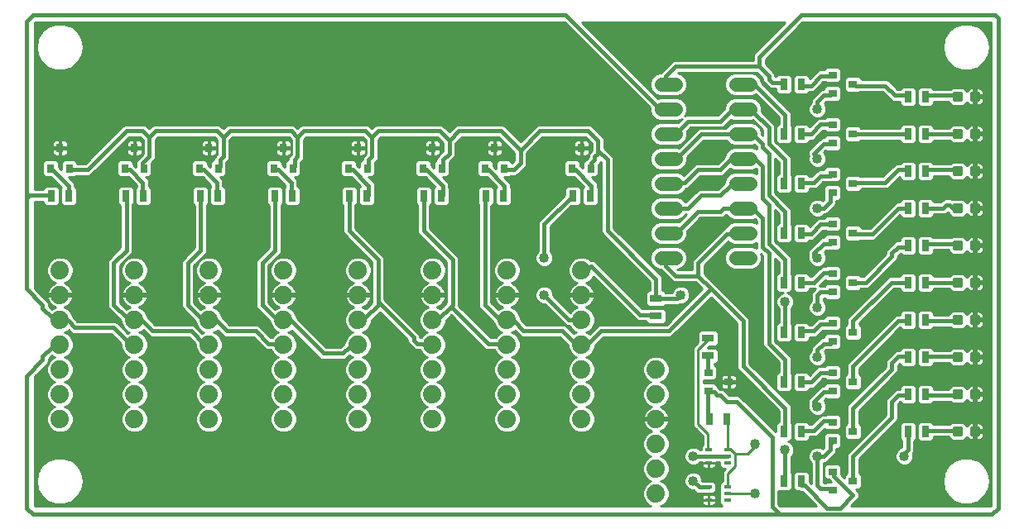
<source format=gtl>
G75*
%MOIN*%
%OFA0B0*%
%FSLAX25Y25*%
%IPPOS*%
%LPD*%
%AMOC8*
5,1,8,0,0,1.08239X$1,22.5*
%
%ADD10C,0.01181*%
%ADD11R,0.03543X0.03150*%
%ADD12R,0.03150X0.04724*%
%ADD13C,0.05819*%
%ADD14C,0.07400*%
%ADD15R,0.03150X0.03543*%
%ADD16R,0.04724X0.03150*%
%ADD17R,0.02756X0.01654*%
%ADD18C,0.01600*%
%ADD19C,0.01000*%
%ADD20C,0.04000*%
D10*
X0383925Y0039622D02*
X0383925Y0042378D01*
X0383925Y0039622D02*
X0381169Y0039622D01*
X0381169Y0042378D01*
X0383925Y0042378D01*
X0383925Y0040802D02*
X0381169Y0040802D01*
X0381169Y0041982D02*
X0383925Y0041982D01*
X0390831Y0042378D02*
X0390831Y0039622D01*
X0388075Y0039622D01*
X0388075Y0042378D01*
X0390831Y0042378D01*
X0390831Y0040802D02*
X0388075Y0040802D01*
X0388075Y0041982D02*
X0390831Y0041982D01*
X0390831Y0054622D02*
X0390831Y0057378D01*
X0390831Y0054622D02*
X0388075Y0054622D01*
X0388075Y0057378D01*
X0390831Y0057378D01*
X0390831Y0055802D02*
X0388075Y0055802D01*
X0388075Y0056982D02*
X0390831Y0056982D01*
X0383925Y0057378D02*
X0383925Y0054622D01*
X0381169Y0054622D01*
X0381169Y0057378D01*
X0383925Y0057378D01*
X0383925Y0055802D02*
X0381169Y0055802D01*
X0381169Y0056982D02*
X0383925Y0056982D01*
X0383925Y0069622D02*
X0383925Y0072378D01*
X0383925Y0069622D02*
X0381169Y0069622D01*
X0381169Y0072378D01*
X0383925Y0072378D01*
X0383925Y0070802D02*
X0381169Y0070802D01*
X0381169Y0071982D02*
X0383925Y0071982D01*
X0390831Y0072378D02*
X0390831Y0069622D01*
X0388075Y0069622D01*
X0388075Y0072378D01*
X0390831Y0072378D01*
X0390831Y0070802D02*
X0388075Y0070802D01*
X0388075Y0071982D02*
X0390831Y0071982D01*
X0390831Y0084622D02*
X0390831Y0087378D01*
X0390831Y0084622D02*
X0388075Y0084622D01*
X0388075Y0087378D01*
X0390831Y0087378D01*
X0390831Y0085802D02*
X0388075Y0085802D01*
X0388075Y0086982D02*
X0390831Y0086982D01*
X0383925Y0087378D02*
X0383925Y0084622D01*
X0381169Y0084622D01*
X0381169Y0087378D01*
X0383925Y0087378D01*
X0383925Y0085802D02*
X0381169Y0085802D01*
X0381169Y0086982D02*
X0383925Y0086982D01*
X0383925Y0099622D02*
X0383925Y0102378D01*
X0383925Y0099622D02*
X0381169Y0099622D01*
X0381169Y0102378D01*
X0383925Y0102378D01*
X0383925Y0100802D02*
X0381169Y0100802D01*
X0381169Y0101982D02*
X0383925Y0101982D01*
X0390831Y0102378D02*
X0390831Y0099622D01*
X0388075Y0099622D01*
X0388075Y0102378D01*
X0390831Y0102378D01*
X0390831Y0100802D02*
X0388075Y0100802D01*
X0388075Y0101982D02*
X0390831Y0101982D01*
X0390831Y0114622D02*
X0390831Y0117378D01*
X0390831Y0114622D02*
X0388075Y0114622D01*
X0388075Y0117378D01*
X0390831Y0117378D01*
X0390831Y0115802D02*
X0388075Y0115802D01*
X0388075Y0116982D02*
X0390831Y0116982D01*
X0383925Y0117378D02*
X0383925Y0114622D01*
X0381169Y0114622D01*
X0381169Y0117378D01*
X0383925Y0117378D01*
X0383925Y0115802D02*
X0381169Y0115802D01*
X0381169Y0116982D02*
X0383925Y0116982D01*
X0383925Y0129622D02*
X0383925Y0132378D01*
X0383925Y0129622D02*
X0381169Y0129622D01*
X0381169Y0132378D01*
X0383925Y0132378D01*
X0383925Y0130802D02*
X0381169Y0130802D01*
X0381169Y0131982D02*
X0383925Y0131982D01*
X0390831Y0132378D02*
X0390831Y0129622D01*
X0388075Y0129622D01*
X0388075Y0132378D01*
X0390831Y0132378D01*
X0390831Y0130802D02*
X0388075Y0130802D01*
X0388075Y0131982D02*
X0390831Y0131982D01*
X0390831Y0144622D02*
X0390831Y0147378D01*
X0390831Y0144622D02*
X0388075Y0144622D01*
X0388075Y0147378D01*
X0390831Y0147378D01*
X0390831Y0145802D02*
X0388075Y0145802D01*
X0388075Y0146982D02*
X0390831Y0146982D01*
X0383925Y0147378D02*
X0383925Y0144622D01*
X0381169Y0144622D01*
X0381169Y0147378D01*
X0383925Y0147378D01*
X0383925Y0145802D02*
X0381169Y0145802D01*
X0381169Y0146982D02*
X0383925Y0146982D01*
X0383925Y0159622D02*
X0383925Y0162378D01*
X0383925Y0159622D02*
X0381169Y0159622D01*
X0381169Y0162378D01*
X0383925Y0162378D01*
X0383925Y0160802D02*
X0381169Y0160802D01*
X0381169Y0161982D02*
X0383925Y0161982D01*
X0390831Y0162378D02*
X0390831Y0159622D01*
X0388075Y0159622D01*
X0388075Y0162378D01*
X0390831Y0162378D01*
X0390831Y0160802D02*
X0388075Y0160802D01*
X0388075Y0161982D02*
X0390831Y0161982D01*
X0390831Y0174622D02*
X0390831Y0177378D01*
X0390831Y0174622D02*
X0388075Y0174622D01*
X0388075Y0177378D01*
X0390831Y0177378D01*
X0390831Y0175802D02*
X0388075Y0175802D01*
X0388075Y0176982D02*
X0390831Y0176982D01*
X0383925Y0177378D02*
X0383925Y0174622D01*
X0381169Y0174622D01*
X0381169Y0177378D01*
X0383925Y0177378D01*
X0383925Y0175802D02*
X0381169Y0175802D01*
X0381169Y0176982D02*
X0383925Y0176982D01*
D11*
X0340331Y0181000D03*
X0332063Y0184740D03*
X0332063Y0177260D03*
X0332063Y0164740D03*
X0340331Y0161000D03*
X0332063Y0157260D03*
X0332063Y0144740D03*
X0340331Y0141000D03*
X0332063Y0137260D03*
X0332063Y0124740D03*
X0340331Y0121000D03*
X0332063Y0117260D03*
X0332063Y0104740D03*
X0340331Y0101000D03*
X0332063Y0097260D03*
X0332063Y0084740D03*
X0340331Y0081000D03*
X0332063Y0077260D03*
X0332063Y0064740D03*
X0340331Y0061000D03*
X0332063Y0057260D03*
X0332063Y0044740D03*
X0340331Y0041000D03*
X0332063Y0037260D03*
X0332063Y0024740D03*
X0340331Y0021000D03*
X0332063Y0017260D03*
X0282063Y0057260D03*
X0290331Y0061000D03*
X0282063Y0064740D03*
D12*
X0312457Y0061000D03*
X0319543Y0061000D03*
X0289543Y0046000D03*
X0282457Y0046000D03*
X0312457Y0041000D03*
X0319543Y0041000D03*
X0319543Y0021000D03*
X0312457Y0021000D03*
X0362457Y0041000D03*
X0369543Y0041000D03*
X0369543Y0056000D03*
X0362457Y0056000D03*
X0362457Y0071000D03*
X0369543Y0071000D03*
X0369543Y0086000D03*
X0362457Y0086000D03*
X0362457Y0101000D03*
X0369543Y0101000D03*
X0369543Y0116000D03*
X0362457Y0116000D03*
X0362457Y0131000D03*
X0369543Y0131000D03*
X0369543Y0146000D03*
X0362457Y0146000D03*
X0362457Y0161000D03*
X0369543Y0161000D03*
X0369543Y0176000D03*
X0362457Y0176000D03*
X0319543Y0181000D03*
X0312457Y0181000D03*
X0312457Y0161000D03*
X0319543Y0161000D03*
X0319543Y0141000D03*
X0312457Y0141000D03*
X0312457Y0121000D03*
X0319543Y0121000D03*
X0319543Y0101000D03*
X0312457Y0101000D03*
X0312457Y0081000D03*
X0319543Y0081000D03*
X0234543Y0136000D03*
X0227457Y0136000D03*
X0199543Y0136000D03*
X0192457Y0136000D03*
X0174543Y0136000D03*
X0167457Y0136000D03*
X0144543Y0136000D03*
X0137457Y0136000D03*
X0114543Y0136000D03*
X0107457Y0136000D03*
X0084543Y0136000D03*
X0077457Y0136000D03*
X0054543Y0136000D03*
X0047457Y0136000D03*
X0024543Y0136000D03*
X0017457Y0136000D03*
D13*
X0263091Y0131000D02*
X0268909Y0131000D01*
X0268909Y0121000D02*
X0263091Y0121000D01*
X0263091Y0111000D02*
X0268909Y0111000D01*
X0293091Y0111000D02*
X0298909Y0111000D01*
X0298909Y0121000D02*
X0293091Y0121000D01*
X0293091Y0131000D02*
X0298909Y0131000D01*
X0298909Y0141000D02*
X0293091Y0141000D01*
X0293091Y0151000D02*
X0298909Y0151000D01*
X0298909Y0161000D02*
X0293091Y0161000D01*
X0293091Y0171000D02*
X0298909Y0171000D01*
X0298909Y0181000D02*
X0293091Y0181000D01*
X0268909Y0181000D02*
X0263091Y0181000D01*
X0263091Y0171000D02*
X0268909Y0171000D01*
X0268909Y0161000D02*
X0263091Y0161000D01*
X0263091Y0151000D02*
X0268909Y0151000D01*
X0268909Y0141000D02*
X0263091Y0141000D01*
D14*
X0231000Y0106000D03*
X0231000Y0096000D03*
X0231000Y0086000D03*
X0231000Y0076000D03*
X0231000Y0066000D03*
X0231000Y0056000D03*
X0231000Y0046000D03*
X0201000Y0046000D03*
X0201000Y0056000D03*
X0201000Y0066000D03*
X0201000Y0076000D03*
X0201000Y0086000D03*
X0201000Y0096000D03*
X0201000Y0106000D03*
X0171000Y0106000D03*
X0171000Y0096000D03*
X0171000Y0086000D03*
X0171000Y0076000D03*
X0171000Y0066000D03*
X0171000Y0056000D03*
X0171000Y0046000D03*
X0141000Y0046000D03*
X0141000Y0056000D03*
X0141000Y0066000D03*
X0141000Y0076000D03*
X0141000Y0086000D03*
X0141000Y0096000D03*
X0141000Y0106000D03*
X0111000Y0106000D03*
X0111000Y0096000D03*
X0111000Y0086000D03*
X0111000Y0076000D03*
X0111000Y0066000D03*
X0111000Y0056000D03*
X0111000Y0046000D03*
X0081000Y0046000D03*
X0081000Y0056000D03*
X0081000Y0066000D03*
X0081000Y0076000D03*
X0081000Y0086000D03*
X0081000Y0096000D03*
X0081000Y0106000D03*
X0051000Y0106000D03*
X0051000Y0096000D03*
X0051000Y0086000D03*
X0051000Y0076000D03*
X0051000Y0066000D03*
X0051000Y0056000D03*
X0051000Y0046000D03*
X0021000Y0046000D03*
X0021000Y0056000D03*
X0021000Y0066000D03*
X0021000Y0076000D03*
X0021000Y0086000D03*
X0021000Y0096000D03*
X0021000Y0106000D03*
X0261000Y0066000D03*
X0261000Y0056000D03*
X0261000Y0046000D03*
X0261000Y0036000D03*
X0261000Y0026000D03*
X0261000Y0016000D03*
D15*
X0234740Y0147063D03*
X0227260Y0147063D03*
X0231000Y0155331D03*
X0199740Y0147063D03*
X0192260Y0147063D03*
X0196000Y0155331D03*
X0174740Y0147063D03*
X0167260Y0147063D03*
X0171000Y0155331D03*
X0144740Y0147063D03*
X0137260Y0147063D03*
X0141000Y0155331D03*
X0114740Y0147063D03*
X0107260Y0147063D03*
X0111000Y0155331D03*
X0084740Y0147063D03*
X0077260Y0147063D03*
X0081000Y0155331D03*
X0054740Y0147063D03*
X0047260Y0147063D03*
X0051000Y0155331D03*
X0024740Y0147063D03*
X0017260Y0147063D03*
X0021000Y0155331D03*
D16*
X0261000Y0094543D03*
X0261000Y0087457D03*
X0282000Y0078543D03*
X0282000Y0071457D03*
D17*
X0282260Y0033559D03*
X0282260Y0028441D03*
X0289740Y0028441D03*
X0289740Y0031000D03*
X0289740Y0033559D03*
X0289740Y0018559D03*
X0289740Y0016000D03*
X0289740Y0013441D03*
X0282260Y0013441D03*
X0282260Y0018559D03*
D18*
X0010100Y0007500D02*
X0007500Y0010100D01*
X0007500Y0063400D01*
X0014000Y0069900D01*
X0014000Y0071200D01*
X0017900Y0075100D01*
X0020500Y0075100D01*
X0021000Y0076000D01*
X0027000Y0082900D02*
X0024400Y0085500D01*
X0021800Y0085500D01*
X0021000Y0086000D01*
X0020500Y0086800D01*
X0017900Y0086800D01*
X0014000Y0090700D01*
X0014000Y0092000D01*
X0007500Y0098500D01*
X0007500Y0134900D01*
X0007500Y0206400D01*
X0010100Y0209000D01*
X0224600Y0209000D01*
X0262300Y0171300D01*
X0264900Y0171300D01*
X0266000Y0171000D01*
X0274000Y0166100D02*
X0287000Y0166100D01*
X0290900Y0170000D01*
X0294800Y0170000D01*
X0296000Y0171000D01*
X0296100Y0170000D01*
X0300000Y0170000D01*
X0306500Y0163500D01*
X0306500Y0157000D01*
X0313000Y0150500D01*
X0313000Y0141400D01*
X0312457Y0141000D01*
X0319543Y0141000D02*
X0320800Y0141400D01*
X0324700Y0141400D01*
X0327300Y0144000D01*
X0331200Y0144000D01*
X0332063Y0144740D01*
X0340331Y0141000D02*
X0341600Y0141400D01*
X0353300Y0141400D01*
X0358500Y0146600D01*
X0362400Y0146600D01*
X0362457Y0146000D01*
X0369543Y0146000D02*
X0370200Y0146600D01*
X0381900Y0146600D01*
X0382547Y0146000D01*
X0379300Y0132300D02*
X0378000Y0132300D01*
X0376700Y0131000D01*
X0369543Y0131000D01*
X0362457Y0131000D02*
X0358500Y0131000D01*
X0348100Y0120600D01*
X0341600Y0120600D01*
X0340331Y0121000D01*
X0332063Y0117260D02*
X0331200Y0116700D01*
X0328600Y0116700D01*
X0324700Y0112800D01*
X0324700Y0111500D01*
X0326000Y0110200D01*
X0326000Y0111000D01*
X0328600Y0105000D02*
X0324700Y0101100D01*
X0320800Y0101100D01*
X0319543Y0101000D01*
X0313000Y0101100D02*
X0312457Y0101000D01*
X0313000Y0101100D02*
X0313000Y0110200D01*
X0306500Y0116700D01*
X0306500Y0132300D01*
X0303900Y0134900D01*
X0303900Y0147900D01*
X0301300Y0150500D01*
X0296100Y0150500D01*
X0296000Y0151000D01*
X0294800Y0150500D01*
X0290900Y0150500D01*
X0287000Y0146600D01*
X0277900Y0146600D01*
X0272700Y0141400D01*
X0266200Y0141400D01*
X0266000Y0141000D01*
X0274000Y0131000D02*
X0279200Y0136200D01*
X0287000Y0136200D01*
X0290900Y0140100D01*
X0294800Y0140100D01*
X0296000Y0141000D01*
X0306500Y0136200D02*
X0306500Y0153100D01*
X0303900Y0155700D01*
X0303900Y0157000D01*
X0300000Y0160900D01*
X0296100Y0160900D01*
X0296000Y0161000D01*
X0294800Y0160900D01*
X0279200Y0160900D01*
X0270100Y0151800D01*
X0266200Y0151800D01*
X0266000Y0151000D01*
X0266000Y0161000D02*
X0266200Y0162200D01*
X0270100Y0162200D01*
X0274000Y0166100D01*
X0266000Y0181000D02*
X0264900Y0181700D01*
X0264900Y0184300D01*
X0268800Y0188200D01*
X0302600Y0188200D01*
X0302600Y0192100D01*
X0319500Y0209000D01*
X0397500Y0209000D01*
X0398800Y0207700D01*
X0398800Y0010100D01*
X0396200Y0007500D01*
X0311000Y0007500D01*
X0307800Y0010700D01*
X0307800Y0038700D01*
X0293500Y0053000D01*
X0289600Y0053000D01*
X0287000Y0055600D01*
X0285700Y0055600D01*
X0284400Y0056900D01*
X0283100Y0056900D01*
X0282063Y0057260D01*
X0281800Y0056900D01*
X0281800Y0046500D01*
X0282457Y0046000D01*
X0289543Y0046000D02*
X0289600Y0045200D01*
X0301000Y0036000D02*
X0301300Y0034800D01*
X0313000Y0033500D02*
X0313000Y0021800D01*
X0312457Y0021000D01*
X0319500Y0020500D02*
X0319500Y0019200D01*
X0320800Y0019200D01*
X0329900Y0010100D01*
X0335100Y0010100D01*
X0340300Y0015300D01*
X0332500Y0023100D01*
X0332500Y0024400D01*
X0332063Y0024740D01*
X0340300Y0021800D02*
X0340331Y0021000D01*
X0340300Y0021800D02*
X0340300Y0030900D01*
X0355900Y0046500D01*
X0355900Y0053000D01*
X0358500Y0055600D01*
X0362400Y0055600D01*
X0362457Y0056000D01*
X0369543Y0056000D02*
X0370200Y0055600D01*
X0381900Y0055600D01*
X0382547Y0056000D01*
X0381900Y0041300D02*
X0370200Y0041300D01*
X0369543Y0041000D01*
X0362457Y0041000D02*
X0362400Y0040000D01*
X0362400Y0033500D01*
X0361100Y0032200D01*
X0361000Y0031000D01*
X0340331Y0041000D02*
X0340300Y0041300D01*
X0340300Y0050400D01*
X0355900Y0066000D01*
X0355900Y0068600D01*
X0358500Y0071200D01*
X0362400Y0071200D01*
X0362457Y0071000D01*
X0369543Y0071000D02*
X0370200Y0071200D01*
X0381900Y0071200D01*
X0382547Y0071000D01*
X0381900Y0085500D02*
X0370200Y0085500D01*
X0369543Y0086000D01*
X0362457Y0086000D02*
X0362400Y0085500D01*
X0358500Y0085500D01*
X0340300Y0067300D01*
X0340300Y0062100D01*
X0340331Y0061000D01*
X0332063Y0057260D02*
X0331200Y0056900D01*
X0328600Y0056900D01*
X0324700Y0053000D01*
X0324700Y0051700D01*
X0326000Y0050400D01*
X0326000Y0051000D01*
X0328600Y0045200D02*
X0324700Y0041300D01*
X0320800Y0041300D01*
X0319543Y0041000D01*
X0313000Y0041300D02*
X0312457Y0041000D01*
X0313000Y0041300D02*
X0313000Y0050400D01*
X0296100Y0067300D01*
X0296100Y0085500D01*
X0283100Y0098500D01*
X0266200Y0081600D01*
X0238900Y0081600D01*
X0233700Y0076400D01*
X0231100Y0076400D01*
X0231000Y0076000D01*
X0229800Y0076400D01*
X0228500Y0076400D01*
X0223300Y0081600D01*
X0207700Y0081600D01*
X0203800Y0085500D01*
X0201200Y0085500D01*
X0201000Y0086000D01*
X0199900Y0086800D01*
X0197300Y0086800D01*
X0192100Y0092000D01*
X0192100Y0134900D01*
X0192457Y0136000D01*
X0199543Y0136000D02*
X0199900Y0136200D01*
X0199900Y0140100D01*
X0193400Y0146600D01*
X0192260Y0147063D01*
X0199740Y0147063D02*
X0199900Y0146600D01*
X0203800Y0146600D01*
X0206400Y0149200D01*
X0206400Y0154400D01*
X0214200Y0162200D01*
X0233700Y0162200D01*
X0237600Y0158300D01*
X0237600Y0154400D01*
X0241500Y0150500D01*
X0241500Y0121900D01*
X0261000Y0102400D01*
X0261000Y0094543D01*
X0269543Y0094543D01*
X0271000Y0096000D01*
X0277900Y0103700D02*
X0283100Y0098500D01*
X0277900Y0103700D02*
X0268800Y0103700D01*
X0264900Y0107600D01*
X0264900Y0110200D01*
X0266000Y0111000D01*
X0277900Y0108900D02*
X0277900Y0103700D01*
X0277900Y0108900D02*
X0289600Y0120600D01*
X0294800Y0120600D01*
X0296000Y0121000D01*
X0303900Y0115400D02*
X0303900Y0127100D01*
X0300000Y0131000D01*
X0296000Y0131000D01*
X0288300Y0131000D01*
X0287000Y0129700D01*
X0277900Y0129700D01*
X0270100Y0121900D01*
X0266200Y0121900D01*
X0266000Y0121000D01*
X0266000Y0131000D02*
X0274000Y0131000D01*
X0303900Y0115400D02*
X0306500Y0112800D01*
X0306500Y0076400D01*
X0313000Y0069900D01*
X0313000Y0062100D01*
X0312457Y0061000D01*
X0319543Y0061000D02*
X0320800Y0060800D01*
X0323400Y0060800D01*
X0327300Y0064700D01*
X0331200Y0064700D01*
X0332063Y0064740D01*
X0326000Y0071000D02*
X0326000Y0073800D01*
X0328600Y0076400D01*
X0331200Y0076400D01*
X0332063Y0077260D01*
X0327300Y0084200D02*
X0324700Y0081600D01*
X0320800Y0081600D01*
X0319543Y0081000D01*
X0313000Y0081600D02*
X0312457Y0081000D01*
X0313000Y0081600D02*
X0313000Y0093300D01*
X0326000Y0091000D02*
X0326000Y0095900D01*
X0327300Y0097200D01*
X0331200Y0097200D01*
X0332063Y0097260D01*
X0340331Y0101000D02*
X0341600Y0101100D01*
X0345500Y0101100D01*
X0355900Y0111500D01*
X0355900Y0112800D01*
X0358500Y0115400D01*
X0362400Y0115400D01*
X0362457Y0116000D01*
X0369543Y0116000D02*
X0370200Y0116700D01*
X0381900Y0116700D01*
X0382547Y0116000D01*
X0381900Y0101100D02*
X0370200Y0101100D01*
X0369543Y0101000D01*
X0362457Y0101000D02*
X0362400Y0101100D01*
X0355900Y0101100D01*
X0340300Y0085500D01*
X0340300Y0081600D01*
X0340331Y0081000D01*
X0332063Y0084740D02*
X0331200Y0084200D01*
X0327300Y0084200D01*
X0328600Y0105000D02*
X0331200Y0105000D01*
X0332063Y0104740D01*
X0323400Y0120600D02*
X0320800Y0120600D01*
X0319543Y0121000D01*
X0323400Y0120600D02*
X0327300Y0124500D01*
X0331200Y0124500D01*
X0332063Y0124740D01*
X0328600Y0131000D02*
X0326000Y0131000D01*
X0328600Y0131000D02*
X0331200Y0133600D01*
X0331200Y0136200D01*
X0332063Y0137260D01*
X0313000Y0129700D02*
X0306500Y0136200D01*
X0313000Y0129700D02*
X0313000Y0121900D01*
X0312457Y0121000D01*
X0326000Y0151000D02*
X0326000Y0151800D01*
X0324700Y0153100D01*
X0328600Y0157000D01*
X0331200Y0157000D01*
X0332063Y0157260D01*
X0327300Y0164800D02*
X0323400Y0160900D01*
X0320800Y0160900D01*
X0319543Y0161000D01*
X0313000Y0162200D02*
X0312457Y0161000D01*
X0313000Y0162200D02*
X0313000Y0168700D01*
X0301300Y0180400D01*
X0296100Y0180400D01*
X0296000Y0181000D01*
X0302600Y0188200D02*
X0306500Y0184300D01*
X0306500Y0183000D01*
X0307800Y0181700D01*
X0311700Y0181700D01*
X0312457Y0181000D01*
X0319543Y0181000D02*
X0320800Y0180400D01*
X0323400Y0180400D01*
X0327300Y0184300D01*
X0331200Y0184300D01*
X0332063Y0184740D01*
X0340331Y0181000D02*
X0341600Y0180400D01*
X0353300Y0180400D01*
X0357200Y0176500D01*
X0362400Y0176500D01*
X0362457Y0176000D01*
X0369543Y0176000D02*
X0370200Y0176500D01*
X0381900Y0176500D01*
X0382547Y0176000D01*
X0382547Y0161000D02*
X0381900Y0160900D01*
X0370200Y0160900D01*
X0369543Y0161000D01*
X0362457Y0161000D02*
X0362400Y0160900D01*
X0341600Y0160900D01*
X0340331Y0161000D01*
X0332063Y0164740D02*
X0331200Y0164800D01*
X0327300Y0164800D01*
X0326000Y0171000D02*
X0326000Y0173900D01*
X0328600Y0176500D01*
X0331200Y0176500D01*
X0332063Y0177260D01*
X0379300Y0132300D02*
X0380600Y0131000D01*
X0382547Y0131000D01*
X0381900Y0101100D02*
X0382547Y0101000D01*
X0382547Y0086000D02*
X0381900Y0085500D01*
X0332063Y0044740D02*
X0331200Y0045200D01*
X0328600Y0045200D01*
X0332063Y0037260D02*
X0331200Y0036100D01*
X0331200Y0033500D01*
X0328600Y0030900D01*
X0326000Y0030900D01*
X0326000Y0031000D01*
X0326000Y0030900D02*
X0326000Y0019200D01*
X0327300Y0017900D01*
X0331200Y0017900D01*
X0332063Y0017260D01*
X0319500Y0020500D02*
X0319543Y0021000D01*
X0311000Y0007500D02*
X0010100Y0007500D01*
X0114100Y0085500D02*
X0127100Y0072500D01*
X0134900Y0072500D01*
X0137500Y0075100D01*
X0140100Y0075100D01*
X0141000Y0076000D01*
X0141000Y0086000D02*
X0141400Y0086800D01*
X0144000Y0086800D01*
X0149200Y0092000D01*
X0149200Y0093300D01*
X0163500Y0079000D01*
X0163500Y0077700D01*
X0164800Y0076400D01*
X0170000Y0076400D01*
X0171000Y0076000D01*
X0171000Y0086000D02*
X0171300Y0086800D01*
X0173900Y0086800D01*
X0177800Y0090700D01*
X0179100Y0090700D01*
X0193400Y0076400D01*
X0199900Y0076400D01*
X0201000Y0076000D01*
X0216000Y0096000D02*
X0226000Y0086000D01*
X0231000Y0086000D01*
X0235000Y0107600D02*
X0254500Y0088100D01*
X0261000Y0088100D01*
X0261000Y0087457D01*
X0282000Y0071457D02*
X0282000Y0064803D01*
X0282063Y0064740D01*
X0276000Y0031000D02*
X0289740Y0031000D01*
X0278441Y0018559D02*
X0276000Y0021000D01*
X0278441Y0018559D02*
X0282260Y0018559D01*
X0381900Y0041300D02*
X0382547Y0041000D01*
X0235000Y0107600D02*
X0233700Y0106300D01*
X0231100Y0106300D01*
X0231000Y0106000D01*
X0216000Y0111000D02*
X0216000Y0124543D01*
X0227457Y0136000D01*
X0234543Y0136000D02*
X0235000Y0136200D01*
X0235000Y0140100D01*
X0228500Y0146600D01*
X0227260Y0147063D01*
X0234740Y0147063D02*
X0235000Y0147900D01*
X0235000Y0149200D01*
X0236300Y0150500D01*
X0236300Y0151800D01*
X0237600Y0153100D01*
X0237600Y0154400D01*
X0206400Y0154400D02*
X0198600Y0162200D01*
X0181700Y0162200D01*
X0177800Y0158300D01*
X0173900Y0162200D01*
X0149200Y0162200D01*
X0146600Y0159600D01*
X0144000Y0162200D01*
X0119300Y0162200D01*
X0116700Y0159600D01*
X0114100Y0162200D01*
X0089400Y0162200D01*
X0086800Y0159600D01*
X0084200Y0162200D01*
X0059500Y0162200D01*
X0056900Y0159600D01*
X0056900Y0151800D01*
X0054300Y0149200D01*
X0054300Y0147900D01*
X0054740Y0147063D01*
X0049100Y0146600D02*
X0054300Y0141400D01*
X0054300Y0136200D01*
X0054543Y0136000D01*
X0047800Y0134900D02*
X0047457Y0136000D01*
X0047800Y0134900D02*
X0047800Y0114100D01*
X0042600Y0108900D01*
X0042600Y0092000D01*
X0047800Y0086800D01*
X0050400Y0086800D01*
X0051000Y0086000D01*
X0051700Y0085500D01*
X0054300Y0085500D01*
X0058200Y0081600D01*
X0073800Y0081600D01*
X0079000Y0076400D01*
X0080300Y0076400D01*
X0081000Y0076000D01*
X0088100Y0081600D02*
X0084200Y0085500D01*
X0081600Y0085500D01*
X0081000Y0086000D01*
X0080300Y0086800D01*
X0077700Y0086800D01*
X0072500Y0092000D01*
X0072500Y0108900D01*
X0077700Y0114100D01*
X0077700Y0134900D01*
X0077457Y0136000D01*
X0084200Y0136200D02*
X0084543Y0136000D01*
X0084200Y0136200D02*
X0084200Y0141400D01*
X0079000Y0146600D01*
X0077700Y0146600D01*
X0077260Y0147063D01*
X0084740Y0147063D02*
X0085500Y0147900D01*
X0085500Y0150500D01*
X0086800Y0151800D01*
X0086800Y0159600D01*
X0107260Y0147063D02*
X0107600Y0146600D01*
X0108900Y0146600D01*
X0114100Y0141400D01*
X0114100Y0136200D01*
X0114543Y0136000D01*
X0107600Y0134900D02*
X0107457Y0136000D01*
X0107600Y0134900D02*
X0107600Y0114100D01*
X0102400Y0108900D01*
X0102400Y0092000D01*
X0107600Y0086800D01*
X0110200Y0086800D01*
X0111000Y0086000D01*
X0111500Y0085500D01*
X0114100Y0085500D01*
X0110200Y0076400D02*
X0105000Y0076400D01*
X0099800Y0081600D01*
X0088100Y0081600D01*
X0110200Y0076400D02*
X0111000Y0076000D01*
X0149200Y0093300D02*
X0149200Y0110200D01*
X0137500Y0121900D01*
X0137500Y0134900D01*
X0137457Y0136000D01*
X0144543Y0136000D02*
X0145300Y0136200D01*
X0145300Y0140100D01*
X0138800Y0146600D01*
X0137500Y0146600D01*
X0137260Y0147063D01*
X0144740Y0147063D02*
X0145300Y0147900D01*
X0145300Y0150500D01*
X0146600Y0151800D01*
X0146600Y0159600D01*
X0167260Y0147063D02*
X0167400Y0146600D01*
X0168700Y0146600D01*
X0175200Y0140100D01*
X0175200Y0136200D01*
X0174543Y0136000D01*
X0167457Y0136000D02*
X0167400Y0134900D01*
X0167400Y0121900D01*
X0179100Y0110200D01*
X0179100Y0092000D01*
X0177800Y0090700D01*
X0174740Y0147063D02*
X0175200Y0147900D01*
X0175200Y0150500D01*
X0177800Y0153100D01*
X0177800Y0158300D01*
X0116700Y0159600D02*
X0116700Y0151800D01*
X0115400Y0150500D01*
X0115400Y0147900D01*
X0114740Y0147063D01*
X0056900Y0159600D02*
X0054300Y0162200D01*
X0047800Y0162200D01*
X0032200Y0146600D01*
X0025700Y0146600D01*
X0024740Y0147063D01*
X0017900Y0146600D02*
X0017260Y0147063D01*
X0017900Y0146600D02*
X0024400Y0140100D01*
X0024400Y0136200D01*
X0024543Y0136000D01*
X0017457Y0136000D02*
X0016600Y0136200D01*
X0008800Y0136200D01*
X0007500Y0134900D01*
X0047260Y0147063D02*
X0047800Y0146600D01*
X0049100Y0146600D01*
X0042600Y0082900D02*
X0027000Y0082900D01*
X0042600Y0082900D02*
X0049100Y0076400D01*
X0050400Y0076400D01*
X0051000Y0076000D01*
D19*
X0055971Y0073891D02*
X0076029Y0073891D01*
X0076422Y0072941D02*
X0075600Y0074926D01*
X0075600Y0076264D01*
X0072764Y0079100D01*
X0057703Y0079100D01*
X0056784Y0079481D01*
X0054451Y0081814D01*
X0054059Y0081422D01*
X0053040Y0081000D01*
X0054059Y0080578D01*
X0055578Y0079059D01*
X0056400Y0077074D01*
X0056400Y0074926D01*
X0055578Y0072941D01*
X0054059Y0071422D01*
X0053040Y0071000D01*
X0054059Y0070578D01*
X0055578Y0069059D01*
X0056400Y0067074D01*
X0056400Y0064926D01*
X0055578Y0062941D01*
X0054059Y0061422D01*
X0053040Y0061000D01*
X0054059Y0060578D01*
X0055578Y0059059D01*
X0056400Y0057074D01*
X0056400Y0054926D01*
X0055578Y0052941D01*
X0054059Y0051422D01*
X0053040Y0051000D01*
X0054059Y0050578D01*
X0055578Y0049059D01*
X0056400Y0047074D01*
X0056400Y0044926D01*
X0055578Y0042941D01*
X0054059Y0041422D01*
X0052074Y0040600D01*
X0049926Y0040600D01*
X0047941Y0041422D01*
X0046422Y0042941D01*
X0045600Y0044926D01*
X0045600Y0047074D01*
X0046422Y0049059D01*
X0047941Y0050578D01*
X0048960Y0051000D01*
X0047941Y0051422D01*
X0046422Y0052941D01*
X0045600Y0054926D01*
X0045600Y0057074D01*
X0046422Y0059059D01*
X0047941Y0060578D01*
X0048960Y0061000D01*
X0047941Y0061422D01*
X0046422Y0062941D01*
X0045600Y0064926D01*
X0045600Y0067074D01*
X0046422Y0069059D01*
X0047941Y0070578D01*
X0048960Y0071000D01*
X0047941Y0071422D01*
X0046422Y0072941D01*
X0045600Y0074926D01*
X0045600Y0076364D01*
X0041564Y0080400D01*
X0026503Y0080400D01*
X0025584Y0080781D01*
X0024501Y0081864D01*
X0024059Y0081422D01*
X0023040Y0081000D01*
X0024059Y0080578D01*
X0025578Y0079059D01*
X0026400Y0077074D01*
X0026400Y0074926D01*
X0025578Y0072941D01*
X0024059Y0071422D01*
X0023040Y0071000D01*
X0024059Y0070578D01*
X0025578Y0069059D01*
X0026400Y0067074D01*
X0026400Y0064926D01*
X0025578Y0062941D01*
X0024059Y0061422D01*
X0023040Y0061000D01*
X0024059Y0060578D01*
X0025578Y0059059D01*
X0026400Y0057074D01*
X0026400Y0054926D01*
X0025578Y0052941D01*
X0024059Y0051422D01*
X0023040Y0051000D01*
X0024059Y0050578D01*
X0025578Y0049059D01*
X0026400Y0047074D01*
X0026400Y0044926D01*
X0025578Y0042941D01*
X0024059Y0041422D01*
X0022074Y0040600D01*
X0019926Y0040600D01*
X0017941Y0041422D01*
X0016422Y0042941D01*
X0015600Y0044926D01*
X0015600Y0047074D01*
X0016422Y0049059D01*
X0017941Y0050578D01*
X0018960Y0051000D01*
X0017941Y0051422D01*
X0016422Y0052941D01*
X0015600Y0054926D01*
X0015600Y0057074D01*
X0016422Y0059059D01*
X0017941Y0060578D01*
X0018960Y0061000D01*
X0017941Y0061422D01*
X0016422Y0062941D01*
X0015600Y0064926D01*
X0015600Y0067074D01*
X0016422Y0069059D01*
X0017941Y0070578D01*
X0018960Y0071000D01*
X0017941Y0071422D01*
X0017849Y0071514D01*
X0016500Y0070164D01*
X0016500Y0069403D01*
X0016119Y0068484D01*
X0015416Y0067781D01*
X0011000Y0063364D01*
X0011000Y0011000D01*
X0258960Y0011000D01*
X0257941Y0011422D01*
X0256422Y0012941D01*
X0255600Y0014926D01*
X0255600Y0017074D01*
X0256422Y0019059D01*
X0257941Y0020578D01*
X0258960Y0021000D01*
X0257941Y0021422D01*
X0256422Y0022941D01*
X0255600Y0024926D01*
X0255600Y0027074D01*
X0256422Y0029059D01*
X0257941Y0030578D01*
X0258960Y0031000D01*
X0257941Y0031422D01*
X0256422Y0032941D01*
X0255600Y0034926D01*
X0255600Y0037074D01*
X0256422Y0039059D01*
X0257941Y0040578D01*
X0259224Y0041109D01*
X0259004Y0041181D01*
X0258275Y0041553D01*
X0257612Y0042034D01*
X0257034Y0042612D01*
X0256553Y0043275D01*
X0256181Y0044004D01*
X0255928Y0044782D01*
X0255814Y0045500D01*
X0260500Y0045500D01*
X0260500Y0046500D01*
X0255814Y0046500D01*
X0255928Y0047218D01*
X0256181Y0047996D01*
X0256553Y0048725D01*
X0257034Y0049388D01*
X0257612Y0049966D01*
X0258275Y0050447D01*
X0259004Y0050819D01*
X0259224Y0050891D01*
X0257941Y0051422D01*
X0256422Y0052941D01*
X0255600Y0054926D01*
X0255600Y0057074D01*
X0256422Y0059059D01*
X0257941Y0060578D01*
X0258960Y0061000D01*
X0257941Y0061422D01*
X0256422Y0062941D01*
X0255600Y0064926D01*
X0255600Y0067074D01*
X0256422Y0069059D01*
X0257941Y0070578D01*
X0259926Y0071400D01*
X0262074Y0071400D01*
X0264059Y0070578D01*
X0265578Y0069059D01*
X0266400Y0067074D01*
X0266400Y0064926D01*
X0265578Y0062941D01*
X0264059Y0061422D01*
X0263040Y0061000D01*
X0264059Y0060578D01*
X0265578Y0059059D01*
X0266400Y0057074D01*
X0266400Y0054926D01*
X0265578Y0052941D01*
X0264059Y0051422D01*
X0262776Y0050891D01*
X0262996Y0050819D01*
X0263725Y0050447D01*
X0264388Y0049966D01*
X0264966Y0049388D01*
X0265447Y0048725D01*
X0265819Y0047996D01*
X0266072Y0047218D01*
X0266186Y0046500D01*
X0261500Y0046500D01*
X0261500Y0045500D01*
X0266186Y0045500D01*
X0266072Y0044782D01*
X0265819Y0044004D01*
X0265447Y0043275D01*
X0264966Y0042612D01*
X0264388Y0042034D01*
X0263725Y0041553D01*
X0262996Y0041181D01*
X0262776Y0041109D01*
X0264059Y0040578D01*
X0265578Y0039059D01*
X0266400Y0037074D01*
X0266400Y0034926D01*
X0265578Y0032941D01*
X0264059Y0031422D01*
X0263040Y0031000D01*
X0264059Y0030578D01*
X0265578Y0029059D01*
X0266400Y0027074D01*
X0266400Y0024926D01*
X0265578Y0022941D01*
X0264059Y0021422D01*
X0263040Y0021000D01*
X0264059Y0020578D01*
X0265578Y0019059D01*
X0266400Y0017074D01*
X0266400Y0014926D01*
X0265578Y0012941D01*
X0264059Y0011422D01*
X0263040Y0011000D01*
X0287572Y0011000D01*
X0286662Y0011910D01*
X0286662Y0020090D01*
X0287658Y0021086D01*
X0287800Y0021086D01*
X0287800Y0024911D01*
X0288803Y0025914D01*
X0287658Y0025914D01*
X0286662Y0026910D01*
X0286662Y0028500D01*
X0285138Y0028500D01*
X0285138Y0028441D01*
X0282260Y0028441D01*
X0282260Y0028441D01*
X0285138Y0028441D01*
X0285138Y0027417D01*
X0285036Y0027035D01*
X0284838Y0026693D01*
X0284559Y0026414D01*
X0284217Y0026216D01*
X0283835Y0026114D01*
X0282260Y0026114D01*
X0282260Y0028441D01*
X0282260Y0028441D01*
X0282260Y0026114D01*
X0280684Y0026114D01*
X0280303Y0026216D01*
X0279961Y0026414D01*
X0279682Y0026693D01*
X0279484Y0027035D01*
X0279382Y0027417D01*
X0279382Y0028441D01*
X0282260Y0028441D01*
X0282260Y0028441D01*
X0279382Y0028441D01*
X0279382Y0028500D01*
X0278733Y0028500D01*
X0278096Y0027863D01*
X0276736Y0027300D01*
X0275264Y0027300D01*
X0273904Y0027863D01*
X0272863Y0028904D01*
X0272300Y0030264D01*
X0272300Y0031736D01*
X0272863Y0033096D01*
X0273904Y0034137D01*
X0275264Y0034700D01*
X0276736Y0034700D01*
X0278096Y0034137D01*
X0278733Y0033500D01*
X0279182Y0033500D01*
X0279182Y0035090D01*
X0279800Y0035708D01*
X0279800Y0039089D01*
X0277089Y0041800D01*
X0275800Y0043089D01*
X0275800Y0074911D01*
X0277938Y0077049D01*
X0277938Y0080822D01*
X0278934Y0081818D01*
X0285066Y0081818D01*
X0286062Y0080822D01*
X0286062Y0076264D01*
X0285066Y0075269D01*
X0282380Y0075269D01*
X0281843Y0074731D01*
X0285066Y0074731D01*
X0286062Y0073736D01*
X0286062Y0069178D01*
X0285066Y0068182D01*
X0284500Y0068182D01*
X0284500Y0068015D01*
X0284539Y0068015D01*
X0285535Y0067019D01*
X0285535Y0062461D01*
X0284539Y0061465D01*
X0280200Y0061465D01*
X0280200Y0060535D01*
X0284539Y0060535D01*
X0285535Y0059539D01*
X0285535Y0059136D01*
X0285816Y0059019D01*
X0286736Y0058100D01*
X0287497Y0058100D01*
X0288416Y0057719D01*
X0290636Y0055500D01*
X0293997Y0055500D01*
X0294916Y0055119D01*
X0309182Y0040854D01*
X0309182Y0044066D01*
X0310178Y0045062D01*
X0310500Y0045062D01*
X0310500Y0049364D01*
X0294684Y0065181D01*
X0294684Y0065181D01*
X0293981Y0065884D01*
X0293600Y0066803D01*
X0293600Y0084464D01*
X0283100Y0094964D01*
X0267616Y0079481D01*
X0266697Y0079100D01*
X0239936Y0079100D01*
X0236400Y0075564D01*
X0236400Y0074926D01*
X0235578Y0072941D01*
X0234059Y0071422D01*
X0233040Y0071000D01*
X0234059Y0070578D01*
X0235578Y0069059D01*
X0236400Y0067074D01*
X0236400Y0064926D01*
X0235578Y0062941D01*
X0234059Y0061422D01*
X0233040Y0061000D01*
X0234059Y0060578D01*
X0235578Y0059059D01*
X0236400Y0057074D01*
X0236400Y0054926D01*
X0235578Y0052941D01*
X0234059Y0051422D01*
X0233040Y0051000D01*
X0234059Y0050578D01*
X0235578Y0049059D01*
X0236400Y0047074D01*
X0236400Y0044926D01*
X0235578Y0042941D01*
X0234059Y0041422D01*
X0232074Y0040600D01*
X0229926Y0040600D01*
X0227941Y0041422D01*
X0226422Y0042941D01*
X0225600Y0044926D01*
X0225600Y0047074D01*
X0226422Y0049059D01*
X0227941Y0050578D01*
X0228960Y0051000D01*
X0227941Y0051422D01*
X0226422Y0052941D01*
X0225600Y0054926D01*
X0225600Y0057074D01*
X0226422Y0059059D01*
X0227941Y0060578D01*
X0228960Y0061000D01*
X0227941Y0061422D01*
X0226422Y0062941D01*
X0225600Y0064926D01*
X0225600Y0067074D01*
X0226422Y0069059D01*
X0227941Y0070578D01*
X0228960Y0071000D01*
X0227941Y0071422D01*
X0226422Y0072941D01*
X0225600Y0074926D01*
X0225600Y0075764D01*
X0222264Y0079100D01*
X0207203Y0079100D01*
X0206284Y0079481D01*
X0204201Y0081564D01*
X0204059Y0081422D01*
X0203040Y0081000D01*
X0204059Y0080578D01*
X0205578Y0079059D01*
X0206400Y0077074D01*
X0206400Y0074926D01*
X0205578Y0072941D01*
X0204059Y0071422D01*
X0203040Y0071000D01*
X0204059Y0070578D01*
X0205578Y0069059D01*
X0206400Y0067074D01*
X0206400Y0064926D01*
X0205578Y0062941D01*
X0204059Y0061422D01*
X0203040Y0061000D01*
X0204059Y0060578D01*
X0205578Y0059059D01*
X0206400Y0057074D01*
X0206400Y0054926D01*
X0205578Y0052941D01*
X0204059Y0051422D01*
X0203040Y0051000D01*
X0204059Y0050578D01*
X0205578Y0049059D01*
X0206400Y0047074D01*
X0206400Y0044926D01*
X0205578Y0042941D01*
X0204059Y0041422D01*
X0202074Y0040600D01*
X0199926Y0040600D01*
X0197941Y0041422D01*
X0196422Y0042941D01*
X0195600Y0044926D01*
X0195600Y0047074D01*
X0196422Y0049059D01*
X0197941Y0050578D01*
X0198960Y0051000D01*
X0197941Y0051422D01*
X0196422Y0052941D01*
X0195600Y0054926D01*
X0195600Y0057074D01*
X0196422Y0059059D01*
X0197941Y0060578D01*
X0198960Y0061000D01*
X0197941Y0061422D01*
X0196422Y0062941D01*
X0195600Y0064926D01*
X0195600Y0067074D01*
X0196422Y0069059D01*
X0197941Y0070578D01*
X0198960Y0071000D01*
X0197941Y0071422D01*
X0196422Y0072941D01*
X0196025Y0073900D01*
X0192903Y0073900D01*
X0191984Y0074281D01*
X0178450Y0087814D01*
X0176400Y0085764D01*
X0176400Y0084926D01*
X0175578Y0082941D01*
X0174059Y0081422D01*
X0173040Y0081000D01*
X0174059Y0080578D01*
X0175578Y0079059D01*
X0176400Y0077074D01*
X0176400Y0074926D01*
X0175578Y0072941D01*
X0174059Y0071422D01*
X0173040Y0071000D01*
X0174059Y0070578D01*
X0175578Y0069059D01*
X0176400Y0067074D01*
X0176400Y0064926D01*
X0175578Y0062941D01*
X0174059Y0061422D01*
X0173040Y0061000D01*
X0174059Y0060578D01*
X0175578Y0059059D01*
X0176400Y0057074D01*
X0176400Y0054926D01*
X0175578Y0052941D01*
X0174059Y0051422D01*
X0173040Y0051000D01*
X0174059Y0050578D01*
X0175578Y0049059D01*
X0176400Y0047074D01*
X0176400Y0044926D01*
X0175578Y0042941D01*
X0174059Y0041422D01*
X0172074Y0040600D01*
X0169926Y0040600D01*
X0167941Y0041422D01*
X0166422Y0042941D01*
X0165600Y0044926D01*
X0165600Y0047074D01*
X0166422Y0049059D01*
X0167941Y0050578D01*
X0168960Y0051000D01*
X0167941Y0051422D01*
X0166422Y0052941D01*
X0165600Y0054926D01*
X0165600Y0057074D01*
X0166422Y0059059D01*
X0167941Y0060578D01*
X0168960Y0061000D01*
X0167941Y0061422D01*
X0166422Y0062941D01*
X0165600Y0064926D01*
X0165600Y0067074D01*
X0166422Y0069059D01*
X0167941Y0070578D01*
X0168960Y0071000D01*
X0167941Y0071422D01*
X0166422Y0072941D01*
X0166025Y0073900D01*
X0164303Y0073900D01*
X0163384Y0074281D01*
X0162084Y0075581D01*
X0161381Y0076284D01*
X0161000Y0077203D01*
X0161000Y0077964D01*
X0149850Y0089114D01*
X0146400Y0085664D01*
X0146400Y0084926D01*
X0145578Y0082941D01*
X0144059Y0081422D01*
X0143040Y0081000D01*
X0144059Y0080578D01*
X0145578Y0079059D01*
X0146400Y0077074D01*
X0146400Y0074926D01*
X0145578Y0072941D01*
X0144059Y0071422D01*
X0143040Y0071000D01*
X0144059Y0070578D01*
X0145578Y0069059D01*
X0146400Y0067074D01*
X0146400Y0064926D01*
X0145578Y0062941D01*
X0144059Y0061422D01*
X0143040Y0061000D01*
X0144059Y0060578D01*
X0145578Y0059059D01*
X0146400Y0057074D01*
X0146400Y0054926D01*
X0145578Y0052941D01*
X0144059Y0051422D01*
X0143040Y0051000D01*
X0144059Y0050578D01*
X0145578Y0049059D01*
X0146400Y0047074D01*
X0146400Y0044926D01*
X0145578Y0042941D01*
X0144059Y0041422D01*
X0142074Y0040600D01*
X0139926Y0040600D01*
X0137941Y0041422D01*
X0136422Y0042941D01*
X0135600Y0044926D01*
X0135600Y0047074D01*
X0136422Y0049059D01*
X0137941Y0050578D01*
X0138960Y0051000D01*
X0137941Y0051422D01*
X0136422Y0052941D01*
X0135600Y0054926D01*
X0135600Y0057074D01*
X0136422Y0059059D01*
X0137941Y0060578D01*
X0138960Y0061000D01*
X0137941Y0061422D01*
X0136422Y0062941D01*
X0135600Y0064926D01*
X0135600Y0067074D01*
X0136422Y0069059D01*
X0137941Y0070578D01*
X0138960Y0071000D01*
X0137941Y0071422D01*
X0137649Y0071714D01*
X0137019Y0071084D01*
X0136316Y0070381D01*
X0135397Y0070000D01*
X0126603Y0070000D01*
X0125684Y0070381D01*
X0114351Y0081714D01*
X0114059Y0081422D01*
X0113040Y0081000D01*
X0114059Y0080578D01*
X0115578Y0079059D01*
X0116400Y0077074D01*
X0116400Y0074926D01*
X0115578Y0072941D01*
X0114059Y0071422D01*
X0113040Y0071000D01*
X0114059Y0070578D01*
X0115578Y0069059D01*
X0116400Y0067074D01*
X0116400Y0064926D01*
X0115578Y0062941D01*
X0114059Y0061422D01*
X0113040Y0061000D01*
X0114059Y0060578D01*
X0115578Y0059059D01*
X0116400Y0057074D01*
X0116400Y0054926D01*
X0115578Y0052941D01*
X0114059Y0051422D01*
X0113040Y0051000D01*
X0114059Y0050578D01*
X0115578Y0049059D01*
X0116400Y0047074D01*
X0116400Y0044926D01*
X0115578Y0042941D01*
X0114059Y0041422D01*
X0112074Y0040600D01*
X0109926Y0040600D01*
X0107941Y0041422D01*
X0106422Y0042941D01*
X0105600Y0044926D01*
X0105600Y0047074D01*
X0106422Y0049059D01*
X0107941Y0050578D01*
X0108960Y0051000D01*
X0107941Y0051422D01*
X0106422Y0052941D01*
X0105600Y0054926D01*
X0105600Y0057074D01*
X0106422Y0059059D01*
X0107941Y0060578D01*
X0108960Y0061000D01*
X0107941Y0061422D01*
X0106422Y0062941D01*
X0105600Y0064926D01*
X0105600Y0067074D01*
X0106422Y0069059D01*
X0107941Y0070578D01*
X0108960Y0071000D01*
X0107941Y0071422D01*
X0106422Y0072941D01*
X0106025Y0073900D01*
X0104503Y0073900D01*
X0103584Y0074281D01*
X0098764Y0079100D01*
X0087603Y0079100D01*
X0086684Y0079481D01*
X0084401Y0081764D01*
X0084059Y0081422D01*
X0083040Y0081000D01*
X0084059Y0080578D01*
X0085578Y0079059D01*
X0086400Y0077074D01*
X0086400Y0074926D01*
X0085578Y0072941D01*
X0084059Y0071422D01*
X0083040Y0071000D01*
X0084059Y0070578D01*
X0085578Y0069059D01*
X0086400Y0067074D01*
X0086400Y0064926D01*
X0085578Y0062941D01*
X0084059Y0061422D01*
X0083040Y0061000D01*
X0084059Y0060578D01*
X0085578Y0059059D01*
X0086400Y0057074D01*
X0086400Y0054926D01*
X0085578Y0052941D01*
X0084059Y0051422D01*
X0083040Y0051000D01*
X0084059Y0050578D01*
X0085578Y0049059D01*
X0086400Y0047074D01*
X0086400Y0044926D01*
X0085578Y0042941D01*
X0084059Y0041422D01*
X0082074Y0040600D01*
X0079926Y0040600D01*
X0077941Y0041422D01*
X0076422Y0042941D01*
X0075600Y0044926D01*
X0075600Y0047074D01*
X0076422Y0049059D01*
X0077941Y0050578D01*
X0078960Y0051000D01*
X0077941Y0051422D01*
X0076422Y0052941D01*
X0075600Y0054926D01*
X0075600Y0057074D01*
X0076422Y0059059D01*
X0077941Y0060578D01*
X0078960Y0061000D01*
X0077941Y0061422D01*
X0076422Y0062941D01*
X0075600Y0064926D01*
X0075600Y0067074D01*
X0076422Y0069059D01*
X0077941Y0070578D01*
X0078960Y0071000D01*
X0077941Y0071422D01*
X0076422Y0072941D01*
X0076470Y0072893D02*
X0055530Y0072893D01*
X0054531Y0071894D02*
X0077469Y0071894D01*
X0078709Y0070896D02*
X0053291Y0070896D01*
X0054739Y0069897D02*
X0077261Y0069897D01*
X0076356Y0068899D02*
X0055644Y0068899D01*
X0056058Y0067900D02*
X0075942Y0067900D01*
X0075600Y0066902D02*
X0056400Y0066902D01*
X0056400Y0065903D02*
X0075600Y0065903D01*
X0075609Y0064905D02*
X0056391Y0064905D01*
X0055978Y0063906D02*
X0076022Y0063906D01*
X0076456Y0062908D02*
X0055544Y0062908D01*
X0054546Y0061909D02*
X0077454Y0061909D01*
X0078745Y0060911D02*
X0053255Y0060911D01*
X0054725Y0059912D02*
X0077275Y0059912D01*
X0076362Y0058914D02*
X0055638Y0058914D01*
X0056052Y0057915D02*
X0075948Y0057915D01*
X0075600Y0056917D02*
X0056400Y0056917D01*
X0056400Y0055918D02*
X0075600Y0055918D01*
X0075603Y0054920D02*
X0056397Y0054920D01*
X0055984Y0053921D02*
X0076016Y0053921D01*
X0076441Y0052923D02*
X0055559Y0052923D01*
X0054561Y0051924D02*
X0077439Y0051924D01*
X0078781Y0050926D02*
X0053219Y0050926D01*
X0054710Y0049927D02*
X0077290Y0049927D01*
X0076368Y0048929D02*
X0055632Y0048929D01*
X0056045Y0047930D02*
X0075955Y0047930D01*
X0075600Y0046932D02*
X0056400Y0046932D01*
X0056400Y0045933D02*
X0075600Y0045933D01*
X0075600Y0044934D02*
X0056400Y0044934D01*
X0055990Y0043936D02*
X0076010Y0043936D01*
X0076426Y0042937D02*
X0055574Y0042937D01*
X0054576Y0041939D02*
X0077424Y0041939D01*
X0079104Y0040940D02*
X0052896Y0040940D01*
X0049104Y0040940D02*
X0022896Y0040940D01*
X0024576Y0041939D02*
X0047424Y0041939D01*
X0046426Y0042937D02*
X0025574Y0042937D01*
X0025990Y0043936D02*
X0046010Y0043936D01*
X0045600Y0044934D02*
X0026400Y0044934D01*
X0026400Y0045933D02*
X0045600Y0045933D01*
X0045600Y0046932D02*
X0026400Y0046932D01*
X0026045Y0047930D02*
X0045955Y0047930D01*
X0046368Y0048929D02*
X0025632Y0048929D01*
X0024710Y0049927D02*
X0047290Y0049927D01*
X0048781Y0050926D02*
X0023219Y0050926D01*
X0024561Y0051924D02*
X0047439Y0051924D01*
X0046441Y0052923D02*
X0025559Y0052923D01*
X0025984Y0053921D02*
X0046016Y0053921D01*
X0045603Y0054920D02*
X0026397Y0054920D01*
X0026400Y0055918D02*
X0045600Y0055918D01*
X0045600Y0056917D02*
X0026400Y0056917D01*
X0026052Y0057915D02*
X0045948Y0057915D01*
X0046362Y0058914D02*
X0025638Y0058914D01*
X0024725Y0059912D02*
X0047275Y0059912D01*
X0048745Y0060911D02*
X0023255Y0060911D01*
X0024546Y0061909D02*
X0047454Y0061909D01*
X0046456Y0062908D02*
X0025544Y0062908D01*
X0025978Y0063906D02*
X0046022Y0063906D01*
X0045609Y0064905D02*
X0026391Y0064905D01*
X0026400Y0065903D02*
X0045600Y0065903D01*
X0045600Y0066902D02*
X0026400Y0066902D01*
X0026058Y0067900D02*
X0045942Y0067900D01*
X0046356Y0068899D02*
X0025644Y0068899D01*
X0024739Y0069897D02*
X0047261Y0069897D01*
X0048709Y0070896D02*
X0023291Y0070896D01*
X0024531Y0071894D02*
X0047469Y0071894D01*
X0046470Y0072893D02*
X0025530Y0072893D01*
X0025971Y0073891D02*
X0046029Y0073891D01*
X0045615Y0074890D02*
X0026385Y0074890D01*
X0026400Y0075888D02*
X0045600Y0075888D01*
X0045078Y0076887D02*
X0026400Y0076887D01*
X0026064Y0077885D02*
X0044079Y0077885D01*
X0043081Y0078884D02*
X0025650Y0078884D01*
X0024754Y0079882D02*
X0042082Y0079882D01*
X0045159Y0083876D02*
X0046035Y0083876D01*
X0046158Y0082878D02*
X0046485Y0082878D01*
X0046422Y0082941D02*
X0047941Y0081422D01*
X0048960Y0081000D01*
X0048306Y0080729D01*
X0044719Y0084316D01*
X0044016Y0085019D01*
X0043097Y0085400D01*
X0028036Y0085400D01*
X0026519Y0086916D01*
X0026400Y0087036D01*
X0026400Y0087074D01*
X0025578Y0089059D01*
X0024059Y0090578D01*
X0022776Y0091109D01*
X0022996Y0091181D01*
X0023725Y0091553D01*
X0024388Y0092034D01*
X0024966Y0092612D01*
X0025447Y0093275D01*
X0025819Y0094004D01*
X0026072Y0094782D01*
X0026186Y0095500D01*
X0021500Y0095500D01*
X0021500Y0096500D01*
X0026186Y0096500D01*
X0026072Y0097218D01*
X0025819Y0097996D01*
X0025447Y0098725D01*
X0024966Y0099388D01*
X0024388Y0099966D01*
X0023725Y0100447D01*
X0022996Y0100819D01*
X0022776Y0100891D01*
X0024059Y0101422D01*
X0025578Y0102941D01*
X0026400Y0104926D01*
X0026400Y0107074D01*
X0025578Y0109059D01*
X0024059Y0110578D01*
X0022074Y0111400D01*
X0019926Y0111400D01*
X0017941Y0110578D01*
X0016422Y0109059D01*
X0015600Y0107074D01*
X0015600Y0104926D01*
X0016422Y0102941D01*
X0017941Y0101422D01*
X0019224Y0100891D01*
X0019004Y0100819D01*
X0018275Y0100447D01*
X0017612Y0099966D01*
X0017034Y0099388D01*
X0016553Y0098725D01*
X0016181Y0097996D01*
X0015928Y0097218D01*
X0015814Y0096500D01*
X0020500Y0096500D01*
X0020500Y0095500D01*
X0015814Y0095500D01*
X0015928Y0094782D01*
X0016181Y0094004D01*
X0016553Y0093275D01*
X0017034Y0092612D01*
X0017612Y0092034D01*
X0018275Y0091553D01*
X0019004Y0091181D01*
X0019224Y0091109D01*
X0017941Y0090578D01*
X0017799Y0090436D01*
X0016500Y0091736D01*
X0016500Y0092497D01*
X0016119Y0093416D01*
X0015416Y0094119D01*
X0011000Y0098536D01*
X0011000Y0133700D01*
X0014182Y0133700D01*
X0014182Y0132934D01*
X0015178Y0131938D01*
X0019736Y0131938D01*
X0020731Y0132934D01*
X0020731Y0139066D01*
X0019736Y0140062D01*
X0015178Y0140062D01*
X0014182Y0139066D01*
X0014182Y0138700D01*
X0011000Y0138700D01*
X0011000Y0206000D01*
X0224064Y0206000D01*
X0258481Y0171583D01*
X0258481Y0170083D01*
X0259183Y0168389D01*
X0260480Y0167092D01*
X0262174Y0166391D01*
X0269826Y0166391D01*
X0271412Y0167047D01*
X0269931Y0165566D01*
X0269826Y0165609D01*
X0262174Y0165609D01*
X0260480Y0164908D01*
X0259183Y0163611D01*
X0258481Y0161917D01*
X0258481Y0160083D01*
X0259183Y0158389D01*
X0260480Y0157092D01*
X0262174Y0156391D01*
X0269826Y0156391D01*
X0271520Y0157092D01*
X0272817Y0158389D01*
X0273519Y0160083D01*
X0273519Y0161917D01*
X0273470Y0162035D01*
X0275036Y0163600D01*
X0287497Y0163600D01*
X0288416Y0163981D01*
X0291221Y0166785D01*
X0292174Y0166391D01*
X0299826Y0166391D01*
X0300001Y0166463D01*
X0304000Y0162464D01*
X0304000Y0160436D01*
X0303519Y0160917D01*
X0303519Y0161917D01*
X0302817Y0163611D01*
X0301520Y0164908D01*
X0299826Y0165609D01*
X0292174Y0165609D01*
X0290480Y0164908D01*
X0289183Y0163611D01*
X0289095Y0163400D01*
X0278703Y0163400D01*
X0277784Y0163019D01*
X0277081Y0162316D01*
X0270214Y0155449D01*
X0269826Y0155609D01*
X0262174Y0155609D01*
X0260480Y0154908D01*
X0259183Y0153611D01*
X0258481Y0151917D01*
X0258481Y0150083D01*
X0259183Y0148389D01*
X0260480Y0147092D01*
X0262174Y0146391D01*
X0269826Y0146391D01*
X0271520Y0147092D01*
X0272817Y0148389D01*
X0273519Y0150083D01*
X0273519Y0151683D01*
X0280236Y0158400D01*
X0289178Y0158400D01*
X0289183Y0158389D01*
X0290480Y0157092D01*
X0292174Y0156391D01*
X0299826Y0156391D01*
X0300638Y0156727D01*
X0301400Y0155964D01*
X0301400Y0155203D01*
X0301523Y0154905D01*
X0301520Y0154908D01*
X0299826Y0155609D01*
X0292174Y0155609D01*
X0290480Y0154908D01*
X0289183Y0153611D01*
X0288481Y0151917D01*
X0288481Y0151617D01*
X0285964Y0149100D01*
X0277403Y0149100D01*
X0276484Y0148719D01*
X0275781Y0148016D01*
X0272096Y0144332D01*
X0271520Y0144908D01*
X0269826Y0145609D01*
X0262174Y0145609D01*
X0260480Y0144908D01*
X0259183Y0143611D01*
X0258481Y0141917D01*
X0258481Y0140083D01*
X0259183Y0138389D01*
X0260480Y0137092D01*
X0262174Y0136391D01*
X0269826Y0136391D01*
X0271520Y0137092D01*
X0272817Y0138389D01*
X0273029Y0138900D01*
X0273197Y0138900D01*
X0274116Y0139281D01*
X0278936Y0144100D01*
X0287497Y0144100D01*
X0288416Y0144481D01*
X0290867Y0146932D01*
X0292174Y0146391D01*
X0299826Y0146391D01*
X0301274Y0146990D01*
X0301400Y0146864D01*
X0301400Y0144958D01*
X0299826Y0145609D01*
X0292174Y0145609D01*
X0290480Y0144908D01*
X0289183Y0143611D01*
X0288481Y0141917D01*
X0288481Y0141217D01*
X0285964Y0138700D01*
X0278703Y0138700D01*
X0277784Y0138319D01*
X0277081Y0137616D01*
X0272964Y0133500D01*
X0272863Y0133500D01*
X0272817Y0133611D01*
X0271520Y0134908D01*
X0269826Y0135609D01*
X0262174Y0135609D01*
X0260480Y0134908D01*
X0259183Y0133611D01*
X0258481Y0131917D01*
X0258481Y0130083D01*
X0259183Y0128389D01*
X0260480Y0127092D01*
X0262174Y0126391D01*
X0269826Y0126391D01*
X0271520Y0127092D01*
X0272817Y0128389D01*
X0272863Y0128500D01*
X0273164Y0128500D01*
X0270143Y0125478D01*
X0269826Y0125609D01*
X0262174Y0125609D01*
X0260480Y0124908D01*
X0259183Y0123611D01*
X0258481Y0121917D01*
X0258481Y0120083D01*
X0259183Y0118389D01*
X0260480Y0117092D01*
X0262174Y0116391D01*
X0269826Y0116391D01*
X0271520Y0117092D01*
X0272817Y0118389D01*
X0273519Y0120083D01*
X0273519Y0121783D01*
X0278936Y0127200D01*
X0287497Y0127200D01*
X0288416Y0127581D01*
X0289204Y0128368D01*
X0290480Y0127092D01*
X0292174Y0126391D01*
X0299826Y0126391D01*
X0300709Y0126756D01*
X0301400Y0126064D01*
X0301400Y0124958D01*
X0299826Y0125609D01*
X0292174Y0125609D01*
X0290480Y0124908D01*
X0289183Y0123611D01*
X0288944Y0123034D01*
X0288184Y0122719D01*
X0276484Y0111019D01*
X0275781Y0110316D01*
X0275400Y0109397D01*
X0275400Y0106200D01*
X0269836Y0106200D01*
X0269645Y0106391D01*
X0269826Y0106391D01*
X0271520Y0107092D01*
X0272817Y0108389D01*
X0273519Y0110083D01*
X0273519Y0111917D01*
X0272817Y0113611D01*
X0271520Y0114908D01*
X0269826Y0115609D01*
X0262174Y0115609D01*
X0260480Y0114908D01*
X0259183Y0113611D01*
X0258481Y0111917D01*
X0258481Y0110083D01*
X0259183Y0108389D01*
X0260480Y0107092D01*
X0262174Y0106391D01*
X0262695Y0106391D01*
X0262781Y0106184D01*
X0263484Y0105481D01*
X0267384Y0101581D01*
X0268303Y0101200D01*
X0276864Y0101200D01*
X0279564Y0098500D01*
X0265164Y0084100D01*
X0238403Y0084100D01*
X0237484Y0083719D01*
X0236781Y0083016D01*
X0234201Y0080436D01*
X0234059Y0080578D01*
X0233040Y0081000D01*
X0234059Y0081422D01*
X0235578Y0082941D01*
X0236400Y0084926D01*
X0236400Y0087074D01*
X0235578Y0089059D01*
X0234059Y0090578D01*
X0232776Y0091109D01*
X0232996Y0091181D01*
X0233725Y0091553D01*
X0234388Y0092034D01*
X0234966Y0092612D01*
X0235447Y0093275D01*
X0235819Y0094004D01*
X0236072Y0094782D01*
X0236186Y0095500D01*
X0231500Y0095500D01*
X0231500Y0096500D01*
X0236186Y0096500D01*
X0236072Y0097218D01*
X0235819Y0097996D01*
X0235447Y0098725D01*
X0234966Y0099388D01*
X0234388Y0099966D01*
X0233725Y0100447D01*
X0232996Y0100819D01*
X0232776Y0100891D01*
X0234059Y0101422D01*
X0235578Y0102941D01*
X0235738Y0103327D01*
X0253084Y0085981D01*
X0254003Y0085600D01*
X0256938Y0085600D01*
X0256938Y0085178D01*
X0257934Y0084182D01*
X0264066Y0084182D01*
X0265062Y0085178D01*
X0265062Y0089736D01*
X0264066Y0090731D01*
X0257934Y0090731D01*
X0257802Y0090600D01*
X0255536Y0090600D01*
X0237119Y0109016D01*
X0236416Y0109719D01*
X0235497Y0110100D01*
X0234537Y0110100D01*
X0234059Y0110578D01*
X0232074Y0111400D01*
X0229926Y0111400D01*
X0227941Y0110578D01*
X0226422Y0109059D01*
X0225600Y0107074D01*
X0225600Y0104926D01*
X0226422Y0102941D01*
X0227941Y0101422D01*
X0229224Y0100891D01*
X0229004Y0100819D01*
X0228275Y0100447D01*
X0227612Y0099966D01*
X0227034Y0099388D01*
X0226553Y0098725D01*
X0226181Y0097996D01*
X0225928Y0097218D01*
X0225814Y0096500D01*
X0230500Y0096500D01*
X0230500Y0095500D01*
X0225814Y0095500D01*
X0225928Y0094782D01*
X0226181Y0094004D01*
X0226553Y0093275D01*
X0227034Y0092612D01*
X0227612Y0092034D01*
X0228275Y0091553D01*
X0229004Y0091181D01*
X0229224Y0091109D01*
X0227941Y0090578D01*
X0226449Y0089086D01*
X0219700Y0095836D01*
X0219700Y0096736D01*
X0219137Y0098096D01*
X0218096Y0099137D01*
X0216736Y0099700D01*
X0215264Y0099700D01*
X0213904Y0099137D01*
X0212863Y0098096D01*
X0212300Y0096736D01*
X0212300Y0095264D01*
X0212863Y0093904D01*
X0213904Y0092863D01*
X0215264Y0092300D01*
X0216164Y0092300D01*
X0223881Y0084584D01*
X0223881Y0084584D01*
X0224584Y0083881D01*
X0225503Y0083500D01*
X0226191Y0083500D01*
X0226422Y0082941D01*
X0227941Y0081422D01*
X0228960Y0081000D01*
X0227941Y0080578D01*
X0227899Y0080536D01*
X0225419Y0083016D01*
X0224716Y0083719D01*
X0223797Y0084100D01*
X0208736Y0084100D01*
X0206400Y0086436D01*
X0206400Y0087074D01*
X0205578Y0089059D01*
X0204059Y0090578D01*
X0202776Y0091109D01*
X0202996Y0091181D01*
X0203725Y0091553D01*
X0204388Y0092034D01*
X0204966Y0092612D01*
X0205447Y0093275D01*
X0205819Y0094004D01*
X0206072Y0094782D01*
X0206186Y0095500D01*
X0201500Y0095500D01*
X0201500Y0096500D01*
X0206186Y0096500D01*
X0206072Y0097218D01*
X0205819Y0097996D01*
X0205447Y0098725D01*
X0204966Y0099388D01*
X0204388Y0099966D01*
X0203725Y0100447D01*
X0202996Y0100819D01*
X0202776Y0100891D01*
X0204059Y0101422D01*
X0205578Y0102941D01*
X0206400Y0104926D01*
X0206400Y0107074D01*
X0205578Y0109059D01*
X0204059Y0110578D01*
X0202074Y0111400D01*
X0199926Y0111400D01*
X0197941Y0110578D01*
X0196422Y0109059D01*
X0195600Y0107074D01*
X0195600Y0104926D01*
X0196422Y0102941D01*
X0197941Y0101422D01*
X0199224Y0100891D01*
X0199004Y0100819D01*
X0198275Y0100447D01*
X0197612Y0099966D01*
X0197034Y0099388D01*
X0196553Y0098725D01*
X0196181Y0097996D01*
X0195928Y0097218D01*
X0195814Y0096500D01*
X0200500Y0096500D01*
X0200500Y0095500D01*
X0195814Y0095500D01*
X0195928Y0094782D01*
X0196181Y0094004D01*
X0196553Y0093275D01*
X0197034Y0092612D01*
X0197612Y0092034D01*
X0198275Y0091553D01*
X0199004Y0091181D01*
X0199224Y0091109D01*
X0197941Y0090578D01*
X0197499Y0090136D01*
X0194600Y0093036D01*
X0194600Y0131938D01*
X0194736Y0131938D01*
X0195731Y0132934D01*
X0195731Y0139066D01*
X0194736Y0140062D01*
X0190178Y0140062D01*
X0189182Y0139066D01*
X0189182Y0132934D01*
X0189600Y0132516D01*
X0189600Y0091503D01*
X0189981Y0090584D01*
X0195181Y0085384D01*
X0195600Y0084964D01*
X0195600Y0084926D01*
X0196422Y0082941D01*
X0197941Y0081422D01*
X0198960Y0081000D01*
X0197941Y0080578D01*
X0196422Y0079059D01*
X0196356Y0078900D01*
X0194436Y0078900D01*
X0181600Y0091736D01*
X0181600Y0110697D01*
X0181219Y0111616D01*
X0180516Y0112319D01*
X0169900Y0122936D01*
X0169900Y0132102D01*
X0170731Y0132934D01*
X0170731Y0139066D01*
X0169736Y0140062D01*
X0165178Y0140062D01*
X0164182Y0139066D01*
X0164182Y0132934D01*
X0164900Y0132216D01*
X0164900Y0121403D01*
X0165281Y0120484D01*
X0176600Y0109164D01*
X0176600Y0093036D01*
X0175681Y0092116D01*
X0174101Y0090536D01*
X0174059Y0090578D01*
X0172776Y0091109D01*
X0172996Y0091181D01*
X0173725Y0091553D01*
X0174388Y0092034D01*
X0174966Y0092612D01*
X0175447Y0093275D01*
X0175819Y0094004D01*
X0176072Y0094782D01*
X0176186Y0095500D01*
X0171500Y0095500D01*
X0171500Y0096500D01*
X0176186Y0096500D01*
X0176072Y0097218D01*
X0175819Y0097996D01*
X0175447Y0098725D01*
X0174966Y0099388D01*
X0174388Y0099966D01*
X0173725Y0100447D01*
X0172996Y0100819D01*
X0172776Y0100891D01*
X0174059Y0101422D01*
X0175578Y0102941D01*
X0176400Y0104926D01*
X0176400Y0107074D01*
X0175578Y0109059D01*
X0174059Y0110578D01*
X0172074Y0111400D01*
X0169926Y0111400D01*
X0167941Y0110578D01*
X0166422Y0109059D01*
X0165600Y0107074D01*
X0165600Y0104926D01*
X0166422Y0102941D01*
X0167941Y0101422D01*
X0169224Y0100891D01*
X0169004Y0100819D01*
X0168275Y0100447D01*
X0167612Y0099966D01*
X0167034Y0099388D01*
X0166553Y0098725D01*
X0166181Y0097996D01*
X0165928Y0097218D01*
X0165814Y0096500D01*
X0170500Y0096500D01*
X0170500Y0095500D01*
X0165814Y0095500D01*
X0165928Y0094782D01*
X0166181Y0094004D01*
X0166553Y0093275D01*
X0167034Y0092612D01*
X0167612Y0092034D01*
X0168275Y0091553D01*
X0169004Y0091181D01*
X0169224Y0091109D01*
X0167941Y0090578D01*
X0166422Y0089059D01*
X0165600Y0087074D01*
X0165600Y0084926D01*
X0166422Y0082941D01*
X0167941Y0081422D01*
X0168960Y0081000D01*
X0167941Y0080578D01*
X0166422Y0079059D01*
X0166356Y0078900D01*
X0166000Y0078900D01*
X0166000Y0079497D01*
X0165619Y0080416D01*
X0151700Y0094336D01*
X0151700Y0110697D01*
X0151319Y0111616D01*
X0150616Y0112319D01*
X0140000Y0122936D01*
X0140000Y0132202D01*
X0140731Y0132934D01*
X0140731Y0139066D01*
X0139736Y0140062D01*
X0135178Y0140062D01*
X0134182Y0139066D01*
X0134182Y0132934D01*
X0135000Y0132116D01*
X0135000Y0121403D01*
X0135381Y0120484D01*
X0146700Y0109164D01*
X0146700Y0093036D01*
X0144151Y0090486D01*
X0144059Y0090578D01*
X0142776Y0091109D01*
X0142996Y0091181D01*
X0143725Y0091553D01*
X0144388Y0092034D01*
X0144966Y0092612D01*
X0145447Y0093275D01*
X0145819Y0094004D01*
X0146072Y0094782D01*
X0146186Y0095500D01*
X0141500Y0095500D01*
X0141500Y0096500D01*
X0146186Y0096500D01*
X0146072Y0097218D01*
X0145819Y0097996D01*
X0145447Y0098725D01*
X0144966Y0099388D01*
X0144388Y0099966D01*
X0143725Y0100447D01*
X0142996Y0100819D01*
X0142776Y0100891D01*
X0144059Y0101422D01*
X0145578Y0102941D01*
X0146400Y0104926D01*
X0146400Y0107074D01*
X0145578Y0109059D01*
X0144059Y0110578D01*
X0142074Y0111400D01*
X0139926Y0111400D01*
X0137941Y0110578D01*
X0136422Y0109059D01*
X0135600Y0107074D01*
X0135600Y0104926D01*
X0136422Y0102941D01*
X0137941Y0101422D01*
X0139224Y0100891D01*
X0139004Y0100819D01*
X0138275Y0100447D01*
X0137612Y0099966D01*
X0137034Y0099388D01*
X0136553Y0098725D01*
X0136181Y0097996D01*
X0135928Y0097218D01*
X0135814Y0096500D01*
X0140500Y0096500D01*
X0140500Y0095500D01*
X0135814Y0095500D01*
X0135928Y0094782D01*
X0136181Y0094004D01*
X0136553Y0093275D01*
X0137034Y0092612D01*
X0137612Y0092034D01*
X0138275Y0091553D01*
X0139004Y0091181D01*
X0139224Y0091109D01*
X0137941Y0090578D01*
X0136422Y0089059D01*
X0135600Y0087074D01*
X0135600Y0084926D01*
X0136422Y0082941D01*
X0137941Y0081422D01*
X0138960Y0081000D01*
X0137941Y0080578D01*
X0136422Y0079059D01*
X0135600Y0077074D01*
X0135600Y0076736D01*
X0133864Y0075000D01*
X0128136Y0075000D01*
X0116400Y0086736D01*
X0116400Y0087074D01*
X0115578Y0089059D01*
X0114059Y0090578D01*
X0112776Y0091109D01*
X0112996Y0091181D01*
X0113725Y0091553D01*
X0114388Y0092034D01*
X0114966Y0092612D01*
X0115447Y0093275D01*
X0115819Y0094004D01*
X0116072Y0094782D01*
X0116186Y0095500D01*
X0111500Y0095500D01*
X0111500Y0096500D01*
X0116186Y0096500D01*
X0116072Y0097218D01*
X0115819Y0097996D01*
X0115447Y0098725D01*
X0114966Y0099388D01*
X0114388Y0099966D01*
X0113725Y0100447D01*
X0112996Y0100819D01*
X0112776Y0100891D01*
X0114059Y0101422D01*
X0115578Y0102941D01*
X0116400Y0104926D01*
X0116400Y0107074D01*
X0115578Y0109059D01*
X0114059Y0110578D01*
X0112074Y0111400D01*
X0109926Y0111400D01*
X0107941Y0110578D01*
X0106422Y0109059D01*
X0105600Y0107074D01*
X0105600Y0104926D01*
X0106422Y0102941D01*
X0107941Y0101422D01*
X0109224Y0100891D01*
X0109004Y0100819D01*
X0108275Y0100447D01*
X0107612Y0099966D01*
X0107034Y0099388D01*
X0106553Y0098725D01*
X0106181Y0097996D01*
X0105928Y0097218D01*
X0105814Y0096500D01*
X0110500Y0096500D01*
X0110500Y0095500D01*
X0105814Y0095500D01*
X0105928Y0094782D01*
X0106181Y0094004D01*
X0106553Y0093275D01*
X0107034Y0092612D01*
X0107612Y0092034D01*
X0108275Y0091553D01*
X0109004Y0091181D01*
X0109224Y0091109D01*
X0107941Y0090578D01*
X0107649Y0090286D01*
X0104900Y0093036D01*
X0104900Y0107864D01*
X0109719Y0112684D01*
X0110100Y0113603D01*
X0110100Y0132302D01*
X0110731Y0132934D01*
X0110731Y0139066D01*
X0109736Y0140062D01*
X0105178Y0140062D01*
X0104182Y0139066D01*
X0104182Y0132934D01*
X0105100Y0132016D01*
X0105100Y0115136D01*
X0100984Y0111019D01*
X0100281Y0110316D01*
X0099900Y0109397D01*
X0099900Y0091503D01*
X0100281Y0090584D01*
X0105481Y0085384D01*
X0105600Y0085264D01*
X0105600Y0084926D01*
X0106422Y0082941D01*
X0107941Y0081422D01*
X0108960Y0081000D01*
X0107941Y0080578D01*
X0106422Y0079059D01*
X0106356Y0078900D01*
X0106036Y0078900D01*
X0101919Y0083016D01*
X0101216Y0083719D01*
X0100297Y0084100D01*
X0089136Y0084100D01*
X0086400Y0086836D01*
X0086400Y0087074D01*
X0085578Y0089059D01*
X0084059Y0090578D01*
X0082776Y0091109D01*
X0082996Y0091181D01*
X0083725Y0091553D01*
X0084388Y0092034D01*
X0084966Y0092612D01*
X0085447Y0093275D01*
X0085819Y0094004D01*
X0086072Y0094782D01*
X0086186Y0095500D01*
X0081500Y0095500D01*
X0081500Y0096500D01*
X0086186Y0096500D01*
X0086072Y0097218D01*
X0085819Y0097996D01*
X0085447Y0098725D01*
X0084966Y0099388D01*
X0084388Y0099966D01*
X0083725Y0100447D01*
X0082996Y0100819D01*
X0082776Y0100891D01*
X0084059Y0101422D01*
X0085578Y0102941D01*
X0086400Y0104926D01*
X0086400Y0107074D01*
X0085578Y0109059D01*
X0084059Y0110578D01*
X0082074Y0111400D01*
X0079926Y0111400D01*
X0077941Y0110578D01*
X0076422Y0109059D01*
X0075600Y0107074D01*
X0075600Y0104926D01*
X0076422Y0102941D01*
X0077941Y0101422D01*
X0079224Y0100891D01*
X0079004Y0100819D01*
X0078275Y0100447D01*
X0077612Y0099966D01*
X0077034Y0099388D01*
X0076553Y0098725D01*
X0076181Y0097996D01*
X0075928Y0097218D01*
X0075814Y0096500D01*
X0080500Y0096500D01*
X0080500Y0095500D01*
X0075814Y0095500D01*
X0075928Y0094782D01*
X0076181Y0094004D01*
X0076553Y0093275D01*
X0077034Y0092612D01*
X0077612Y0092034D01*
X0078275Y0091553D01*
X0079004Y0091181D01*
X0079224Y0091109D01*
X0077941Y0090578D01*
X0077699Y0090336D01*
X0075000Y0093036D01*
X0075000Y0107864D01*
X0079819Y0112684D01*
X0080200Y0113603D01*
X0080200Y0132402D01*
X0080731Y0132934D01*
X0080731Y0139066D01*
X0079736Y0140062D01*
X0075178Y0140062D01*
X0074182Y0139066D01*
X0074182Y0132934D01*
X0075178Y0131938D01*
X0075200Y0131938D01*
X0075200Y0115136D01*
X0071084Y0111019D01*
X0070381Y0110316D01*
X0070000Y0109397D01*
X0070000Y0091503D01*
X0070381Y0090584D01*
X0075581Y0085384D01*
X0075600Y0085364D01*
X0075600Y0084926D01*
X0076422Y0082941D01*
X0077941Y0081422D01*
X0078960Y0081000D01*
X0078236Y0080700D01*
X0075919Y0083016D01*
X0075216Y0083719D01*
X0074297Y0084100D01*
X0059236Y0084100D01*
X0056400Y0086936D01*
X0056400Y0087074D01*
X0055578Y0089059D01*
X0054059Y0090578D01*
X0052776Y0091109D01*
X0052996Y0091181D01*
X0053725Y0091553D01*
X0054388Y0092034D01*
X0054966Y0092612D01*
X0055447Y0093275D01*
X0055819Y0094004D01*
X0056072Y0094782D01*
X0056186Y0095500D01*
X0051500Y0095500D01*
X0051500Y0096500D01*
X0056186Y0096500D01*
X0056072Y0097218D01*
X0055819Y0097996D01*
X0055447Y0098725D01*
X0054966Y0099388D01*
X0054388Y0099966D01*
X0053725Y0100447D01*
X0052996Y0100819D01*
X0052776Y0100891D01*
X0054059Y0101422D01*
X0055578Y0102941D01*
X0056400Y0104926D01*
X0056400Y0107074D01*
X0055578Y0109059D01*
X0054059Y0110578D01*
X0052074Y0111400D01*
X0049926Y0111400D01*
X0047941Y0110578D01*
X0046422Y0109059D01*
X0045600Y0107074D01*
X0045600Y0104926D01*
X0046422Y0102941D01*
X0047941Y0101422D01*
X0049224Y0100891D01*
X0049004Y0100819D01*
X0048275Y0100447D01*
X0047612Y0099966D01*
X0047034Y0099388D01*
X0046553Y0098725D01*
X0046181Y0097996D01*
X0045928Y0097218D01*
X0045814Y0096500D01*
X0050500Y0096500D01*
X0050500Y0095500D01*
X0045814Y0095500D01*
X0045928Y0094782D01*
X0046181Y0094004D01*
X0046553Y0093275D01*
X0047034Y0092612D01*
X0047612Y0092034D01*
X0048275Y0091553D01*
X0049004Y0091181D01*
X0049224Y0091109D01*
X0047941Y0090578D01*
X0047749Y0090386D01*
X0045100Y0093036D01*
X0045100Y0107864D01*
X0049919Y0112684D01*
X0050300Y0113603D01*
X0050300Y0132502D01*
X0050731Y0132934D01*
X0050731Y0139066D01*
X0049736Y0140062D01*
X0045178Y0140062D01*
X0044182Y0139066D01*
X0044182Y0132934D01*
X0045178Y0131938D01*
X0045300Y0131938D01*
X0045300Y0115136D01*
X0041184Y0111019D01*
X0040481Y0110316D01*
X0040100Y0109397D01*
X0040100Y0091503D01*
X0040481Y0090584D01*
X0045600Y0085464D01*
X0045600Y0084926D01*
X0046422Y0082941D01*
X0047156Y0081879D02*
X0047484Y0081879D01*
X0048155Y0080881D02*
X0048673Y0080881D01*
X0053327Y0080881D02*
X0055384Y0080881D01*
X0054754Y0079882D02*
X0056382Y0079882D01*
X0055650Y0078884D02*
X0072981Y0078884D01*
X0073979Y0077885D02*
X0056064Y0077885D01*
X0056400Y0076887D02*
X0074978Y0076887D01*
X0075600Y0075888D02*
X0056400Y0075888D01*
X0056385Y0074890D02*
X0075615Y0074890D01*
X0083291Y0070896D02*
X0108709Y0070896D01*
X0107469Y0071894D02*
X0084531Y0071894D01*
X0085530Y0072893D02*
X0106470Y0072893D01*
X0106029Y0073891D02*
X0085971Y0073891D01*
X0086385Y0074890D02*
X0102975Y0074890D01*
X0101976Y0075888D02*
X0086400Y0075888D01*
X0086400Y0076887D02*
X0100978Y0076887D01*
X0099979Y0077885D02*
X0086064Y0077885D01*
X0085650Y0078884D02*
X0098981Y0078884D01*
X0103056Y0081879D02*
X0107484Y0081879D01*
X0106485Y0082878D02*
X0102058Y0082878D01*
X0100837Y0083876D02*
X0106035Y0083876D01*
X0105621Y0084875D02*
X0088361Y0084875D01*
X0087362Y0085873D02*
X0104991Y0085873D01*
X0103992Y0086872D02*
X0086400Y0086872D01*
X0086070Y0087870D02*
X0102994Y0087870D01*
X0101995Y0088869D02*
X0085657Y0088869D01*
X0084769Y0089868D02*
X0100997Y0089868D01*
X0100164Y0090866D02*
X0083363Y0090866D01*
X0084155Y0091865D02*
X0099900Y0091865D01*
X0099900Y0092863D02*
X0085148Y0092863D01*
X0085746Y0093862D02*
X0099900Y0093862D01*
X0099900Y0094860D02*
X0086084Y0094860D01*
X0086129Y0096857D02*
X0099900Y0096857D01*
X0099900Y0095859D02*
X0081500Y0095859D01*
X0080500Y0095859D02*
X0075000Y0095859D01*
X0075000Y0096857D02*
X0075871Y0096857D01*
X0076135Y0097856D02*
X0075000Y0097856D01*
X0075000Y0098854D02*
X0076646Y0098854D01*
X0077499Y0099853D02*
X0075000Y0099853D01*
X0075000Y0100851D02*
X0079103Y0100851D01*
X0077514Y0101850D02*
X0075000Y0101850D01*
X0075000Y0102848D02*
X0076515Y0102848D01*
X0076047Y0103847D02*
X0075000Y0103847D01*
X0075000Y0104845D02*
X0075633Y0104845D01*
X0075600Y0105844D02*
X0075000Y0105844D01*
X0075000Y0106842D02*
X0075600Y0106842D01*
X0075918Y0107841D02*
X0075000Y0107841D01*
X0075975Y0108839D02*
X0076331Y0108839D01*
X0076973Y0109838D02*
X0077201Y0109838D01*
X0077972Y0110836D02*
X0078565Y0110836D01*
X0078970Y0111835D02*
X0101799Y0111835D01*
X0102798Y0112833D02*
X0079881Y0112833D01*
X0080200Y0113832D02*
X0103796Y0113832D01*
X0104795Y0114830D02*
X0080200Y0114830D01*
X0080200Y0115829D02*
X0105100Y0115829D01*
X0105100Y0116827D02*
X0080200Y0116827D01*
X0080200Y0117826D02*
X0105100Y0117826D01*
X0105100Y0118824D02*
X0080200Y0118824D01*
X0080200Y0119823D02*
X0105100Y0119823D01*
X0105100Y0120821D02*
X0080200Y0120821D01*
X0080200Y0121820D02*
X0105100Y0121820D01*
X0105100Y0122818D02*
X0080200Y0122818D01*
X0080200Y0123817D02*
X0105100Y0123817D01*
X0105100Y0124815D02*
X0080200Y0124815D01*
X0080200Y0125814D02*
X0105100Y0125814D01*
X0105100Y0126812D02*
X0080200Y0126812D01*
X0080200Y0127811D02*
X0105100Y0127811D01*
X0105100Y0128809D02*
X0080200Y0128809D01*
X0080200Y0129808D02*
X0105100Y0129808D01*
X0105100Y0130806D02*
X0080200Y0130806D01*
X0080200Y0131805D02*
X0105100Y0131805D01*
X0104312Y0132803D02*
X0087688Y0132803D01*
X0087818Y0132934D02*
X0087818Y0139066D01*
X0086822Y0140062D01*
X0086700Y0140062D01*
X0086700Y0141897D01*
X0086319Y0142816D01*
X0085616Y0143519D01*
X0085544Y0143591D01*
X0087019Y0143591D01*
X0088015Y0144587D01*
X0088015Y0147507D01*
X0088021Y0147524D01*
X0088015Y0147651D01*
X0088015Y0149479D01*
X0088216Y0149681D01*
X0088919Y0150384D01*
X0089300Y0151303D01*
X0089300Y0158564D01*
X0090436Y0159700D01*
X0113064Y0159700D01*
X0114200Y0158564D01*
X0114200Y0152836D01*
X0113281Y0151916D01*
X0112900Y0150997D01*
X0112900Y0150535D01*
X0112461Y0150535D01*
X0111465Y0149539D01*
X0111465Y0147570D01*
X0110535Y0148501D01*
X0110535Y0149539D01*
X0109539Y0150535D01*
X0104981Y0150535D01*
X0103985Y0149539D01*
X0103985Y0144587D01*
X0104981Y0143591D01*
X0108373Y0143591D01*
X0111600Y0140364D01*
X0111600Y0139398D01*
X0111269Y0139066D01*
X0111269Y0132934D01*
X0112264Y0131938D01*
X0116822Y0131938D01*
X0117818Y0132934D01*
X0117818Y0139066D01*
X0116822Y0140062D01*
X0116600Y0140062D01*
X0116600Y0141897D01*
X0116219Y0142816D01*
X0115516Y0143519D01*
X0115444Y0143591D01*
X0117019Y0143591D01*
X0118015Y0144587D01*
X0118015Y0149539D01*
X0117995Y0149559D01*
X0118116Y0149681D01*
X0118819Y0150384D01*
X0119200Y0151303D01*
X0119200Y0158564D01*
X0120336Y0159700D01*
X0142964Y0159700D01*
X0144100Y0158564D01*
X0144100Y0152836D01*
X0143181Y0151916D01*
X0142800Y0150997D01*
X0142800Y0150535D01*
X0142461Y0150535D01*
X0141465Y0149539D01*
X0141465Y0147470D01*
X0140919Y0148016D01*
X0140535Y0148401D01*
X0140535Y0149539D01*
X0139539Y0150535D01*
X0134981Y0150535D01*
X0133985Y0149539D01*
X0133985Y0144587D01*
X0134981Y0143591D01*
X0138273Y0143591D01*
X0142033Y0139831D01*
X0141269Y0139066D01*
X0141269Y0132934D01*
X0142264Y0131938D01*
X0146822Y0131938D01*
X0147818Y0132934D01*
X0147818Y0136166D01*
X0147844Y0136358D01*
X0147818Y0136456D01*
X0147818Y0139066D01*
X0147800Y0139084D01*
X0147800Y0140597D01*
X0147419Y0141516D01*
X0146716Y0142219D01*
X0145344Y0143591D01*
X0147019Y0143591D01*
X0148015Y0144587D01*
X0148015Y0149539D01*
X0147945Y0149609D01*
X0148016Y0149681D01*
X0148719Y0150384D01*
X0149100Y0151303D01*
X0149100Y0158564D01*
X0150236Y0159700D01*
X0172864Y0159700D01*
X0175300Y0157264D01*
X0175300Y0154136D01*
X0173081Y0151916D01*
X0172700Y0150997D01*
X0172700Y0150535D01*
X0172461Y0150535D01*
X0171465Y0149539D01*
X0171465Y0147370D01*
X0170535Y0148301D01*
X0170535Y0149539D01*
X0169539Y0150535D01*
X0164981Y0150535D01*
X0163985Y0149539D01*
X0163985Y0144587D01*
X0164981Y0143591D01*
X0168173Y0143591D01*
X0171983Y0139781D01*
X0171269Y0139066D01*
X0171269Y0132934D01*
X0172264Y0131938D01*
X0176822Y0131938D01*
X0177818Y0132934D01*
X0177818Y0139066D01*
X0177700Y0139184D01*
X0177700Y0140597D01*
X0177319Y0141516D01*
X0176616Y0142219D01*
X0175244Y0143591D01*
X0177019Y0143591D01*
X0178015Y0144587D01*
X0178015Y0149539D01*
X0177895Y0149659D01*
X0179216Y0150981D01*
X0179919Y0151684D01*
X0180300Y0152603D01*
X0180300Y0157264D01*
X0182736Y0159700D01*
X0197564Y0159700D01*
X0203900Y0153364D01*
X0203900Y0150236D01*
X0203015Y0149350D01*
X0203015Y0149539D01*
X0202019Y0150535D01*
X0197461Y0150535D01*
X0196465Y0149539D01*
X0196465Y0147070D01*
X0195535Y0148001D01*
X0195535Y0149539D01*
X0194539Y0150535D01*
X0189981Y0150535D01*
X0188985Y0149539D01*
X0188985Y0144587D01*
X0189981Y0143591D01*
X0192873Y0143591D01*
X0196833Y0139631D01*
X0196269Y0139066D01*
X0196269Y0132934D01*
X0197264Y0131938D01*
X0201822Y0131938D01*
X0202818Y0132934D01*
X0202818Y0139066D01*
X0202400Y0139484D01*
X0202400Y0140597D01*
X0202019Y0141516D01*
X0201316Y0142219D01*
X0199944Y0143591D01*
X0202019Y0143591D01*
X0202528Y0144100D01*
X0204297Y0144100D01*
X0205216Y0144481D01*
X0207816Y0147081D01*
X0208519Y0147784D01*
X0208900Y0148703D01*
X0208900Y0153364D01*
X0215236Y0159700D01*
X0232664Y0159700D01*
X0235100Y0157264D01*
X0235100Y0154136D01*
X0234181Y0153216D01*
X0233800Y0152297D01*
X0233800Y0151536D01*
X0232881Y0150616D01*
X0232847Y0150535D01*
X0232461Y0150535D01*
X0231465Y0149539D01*
X0231465Y0147170D01*
X0230587Y0148049D01*
X0230568Y0148090D01*
X0230535Y0148121D01*
X0230535Y0149539D01*
X0229539Y0150535D01*
X0224981Y0150535D01*
X0223985Y0149539D01*
X0223985Y0144587D01*
X0224981Y0143591D01*
X0227973Y0143591D01*
X0231883Y0139681D01*
X0231269Y0139066D01*
X0231269Y0132934D01*
X0232264Y0131938D01*
X0236822Y0131938D01*
X0237818Y0132934D01*
X0237818Y0139066D01*
X0237500Y0139384D01*
X0237500Y0140597D01*
X0237119Y0141516D01*
X0236416Y0142219D01*
X0235044Y0143591D01*
X0237019Y0143591D01*
X0238015Y0144587D01*
X0238015Y0148679D01*
X0238419Y0149084D01*
X0238701Y0149764D01*
X0239000Y0149464D01*
X0239000Y0121403D01*
X0239381Y0120484D01*
X0240084Y0119781D01*
X0258500Y0101364D01*
X0258500Y0097818D01*
X0257934Y0097818D01*
X0256938Y0096822D01*
X0256938Y0092264D01*
X0257934Y0091269D01*
X0264066Y0091269D01*
X0264841Y0092043D01*
X0270041Y0092043D01*
X0270660Y0092300D01*
X0271736Y0092300D01*
X0273096Y0092863D01*
X0274137Y0093904D01*
X0274700Y0095264D01*
X0274700Y0096736D01*
X0274137Y0098096D01*
X0273096Y0099137D01*
X0271736Y0099700D01*
X0270264Y0099700D01*
X0268904Y0099137D01*
X0267863Y0098096D01*
X0267427Y0097043D01*
X0264841Y0097043D01*
X0264066Y0097818D01*
X0263500Y0097818D01*
X0263500Y0102897D01*
X0263119Y0103816D01*
X0244000Y0122936D01*
X0244000Y0150997D01*
X0243619Y0151916D01*
X0240100Y0155436D01*
X0240100Y0158797D01*
X0239719Y0159716D01*
X0235819Y0163616D01*
X0235116Y0164319D01*
X0234197Y0164700D01*
X0213703Y0164700D01*
X0212784Y0164319D01*
X0206400Y0157936D01*
X0200719Y0163616D01*
X0200016Y0164319D01*
X0199097Y0164700D01*
X0181203Y0164700D01*
X0180284Y0164319D01*
X0177800Y0161836D01*
X0176019Y0163616D01*
X0175316Y0164319D01*
X0174397Y0164700D01*
X0148703Y0164700D01*
X0147784Y0164319D01*
X0146600Y0163136D01*
X0146119Y0163616D01*
X0145416Y0164319D01*
X0144497Y0164700D01*
X0118803Y0164700D01*
X0117884Y0164319D01*
X0116700Y0163136D01*
X0116219Y0163616D01*
X0115516Y0164319D01*
X0114597Y0164700D01*
X0088903Y0164700D01*
X0087984Y0164319D01*
X0086800Y0163136D01*
X0086319Y0163616D01*
X0085616Y0164319D01*
X0084697Y0164700D01*
X0059003Y0164700D01*
X0058084Y0164319D01*
X0056900Y0163136D01*
X0055716Y0164319D01*
X0054797Y0164700D01*
X0047303Y0164700D01*
X0046384Y0164319D01*
X0045681Y0163616D01*
X0031164Y0149100D01*
X0028015Y0149100D01*
X0028015Y0149539D01*
X0027019Y0150535D01*
X0022461Y0150535D01*
X0021465Y0149539D01*
X0021465Y0146570D01*
X0020535Y0147501D01*
X0020535Y0149539D01*
X0019539Y0150535D01*
X0014981Y0150535D01*
X0013985Y0149539D01*
X0013985Y0144587D01*
X0014981Y0143591D01*
X0017373Y0143591D01*
X0021583Y0139381D01*
X0021269Y0139066D01*
X0021269Y0132934D01*
X0022264Y0131938D01*
X0026822Y0131938D01*
X0027818Y0132934D01*
X0027818Y0139066D01*
X0026900Y0139984D01*
X0026900Y0140597D01*
X0026519Y0141516D01*
X0025816Y0142219D01*
X0024444Y0143591D01*
X0027019Y0143591D01*
X0027528Y0144100D01*
X0032697Y0144100D01*
X0033616Y0144481D01*
X0048836Y0159700D01*
X0053264Y0159700D01*
X0054400Y0158564D01*
X0054400Y0152836D01*
X0052884Y0151319D01*
X0052181Y0150616D01*
X0051925Y0149998D01*
X0051465Y0149539D01*
X0051465Y0147770D01*
X0050535Y0148701D01*
X0050535Y0149539D01*
X0049539Y0150535D01*
X0044981Y0150535D01*
X0043985Y0149539D01*
X0043985Y0144587D01*
X0044981Y0143591D01*
X0048573Y0143591D01*
X0051800Y0140364D01*
X0051800Y0139598D01*
X0051269Y0139066D01*
X0051269Y0132934D01*
X0052264Y0131938D01*
X0056822Y0131938D01*
X0057818Y0132934D01*
X0057818Y0139066D01*
X0056822Y0140062D01*
X0056800Y0140062D01*
X0056800Y0141897D01*
X0056419Y0142816D01*
X0055716Y0143519D01*
X0055644Y0143591D01*
X0057019Y0143591D01*
X0058015Y0144587D01*
X0058015Y0149379D01*
X0059019Y0150384D01*
X0059400Y0151303D01*
X0059400Y0158564D01*
X0060536Y0159700D01*
X0083164Y0159700D01*
X0084300Y0158564D01*
X0084300Y0152836D01*
X0083381Y0151916D01*
X0083000Y0150997D01*
X0083000Y0150535D01*
X0082461Y0150535D01*
X0081465Y0149539D01*
X0081465Y0147670D01*
X0080535Y0148601D01*
X0080535Y0149539D01*
X0079539Y0150535D01*
X0074981Y0150535D01*
X0073985Y0149539D01*
X0073985Y0144587D01*
X0074981Y0143591D01*
X0078473Y0143591D01*
X0081700Y0140364D01*
X0081700Y0139498D01*
X0081269Y0139066D01*
X0081269Y0132934D01*
X0082264Y0131938D01*
X0086822Y0131938D01*
X0087818Y0132934D01*
X0087818Y0133802D02*
X0104182Y0133802D01*
X0104182Y0134801D02*
X0087818Y0134801D01*
X0087818Y0135799D02*
X0104182Y0135799D01*
X0104182Y0136798D02*
X0087818Y0136798D01*
X0087818Y0137796D02*
X0104182Y0137796D01*
X0104182Y0138795D02*
X0087818Y0138795D01*
X0087091Y0139793D02*
X0104909Y0139793D01*
X0104785Y0143787D02*
X0087215Y0143787D01*
X0088015Y0144786D02*
X0103985Y0144786D01*
X0103985Y0145784D02*
X0088015Y0145784D01*
X0088015Y0146783D02*
X0103985Y0146783D01*
X0103985Y0147781D02*
X0088015Y0147781D01*
X0088015Y0148780D02*
X0103985Y0148780D01*
X0104224Y0149778D02*
X0088314Y0149778D01*
X0089082Y0150777D02*
X0112900Y0150777D01*
X0113222Y0151775D02*
X0089300Y0151775D01*
X0089300Y0152774D02*
X0108147Y0152774D01*
X0108225Y0152638D02*
X0108504Y0152359D01*
X0108846Y0152161D01*
X0109228Y0152059D01*
X0110713Y0152059D01*
X0110713Y0155043D01*
X0111287Y0155043D01*
X0111287Y0152059D01*
X0112772Y0152059D01*
X0113154Y0152161D01*
X0113496Y0152359D01*
X0113775Y0152638D01*
X0113973Y0152980D01*
X0114075Y0153362D01*
X0114075Y0155043D01*
X0111287Y0155043D01*
X0111287Y0155618D01*
X0110713Y0155618D01*
X0110713Y0158602D01*
X0109228Y0158602D01*
X0108846Y0158500D01*
X0108504Y0158303D01*
X0108225Y0158023D01*
X0108027Y0157681D01*
X0107925Y0157300D01*
X0107925Y0155618D01*
X0110713Y0155618D01*
X0110713Y0155043D01*
X0107925Y0155043D01*
X0107925Y0153362D01*
X0108027Y0152980D01*
X0108225Y0152638D01*
X0107925Y0153772D02*
X0089300Y0153772D01*
X0089300Y0154771D02*
X0107925Y0154771D01*
X0107925Y0155769D02*
X0089300Y0155769D01*
X0089300Y0156768D02*
X0107925Y0156768D01*
X0108076Y0157766D02*
X0089300Y0157766D01*
X0089500Y0158765D02*
X0114000Y0158765D01*
X0113496Y0158303D02*
X0113154Y0158500D01*
X0112772Y0158602D01*
X0111287Y0158602D01*
X0111287Y0155618D01*
X0114075Y0155618D01*
X0114075Y0157300D01*
X0113973Y0157681D01*
X0113775Y0158023D01*
X0113496Y0158303D01*
X0113924Y0157766D02*
X0114200Y0157766D01*
X0114200Y0156768D02*
X0114075Y0156768D01*
X0114075Y0155769D02*
X0114200Y0155769D01*
X0114200Y0154771D02*
X0114075Y0154771D01*
X0114075Y0153772D02*
X0114200Y0153772D01*
X0114138Y0152774D02*
X0113853Y0152774D01*
X0111287Y0152774D02*
X0110713Y0152774D01*
X0110713Y0153772D02*
X0111287Y0153772D01*
X0111287Y0154771D02*
X0110713Y0154771D01*
X0110713Y0155769D02*
X0111287Y0155769D01*
X0111287Y0156768D02*
X0110713Y0156768D01*
X0110713Y0157766D02*
X0111287Y0157766D01*
X0116078Y0163757D02*
X0117322Y0163757D01*
X0119400Y0158765D02*
X0143900Y0158765D01*
X0143496Y0158303D02*
X0143154Y0158500D01*
X0142772Y0158602D01*
X0141287Y0158602D01*
X0141287Y0155618D01*
X0140713Y0155618D01*
X0140713Y0158602D01*
X0139228Y0158602D01*
X0138846Y0158500D01*
X0138504Y0158303D01*
X0138225Y0158023D01*
X0138027Y0157681D01*
X0137925Y0157300D01*
X0137925Y0155618D01*
X0140713Y0155618D01*
X0140713Y0155043D01*
X0141287Y0155043D01*
X0141287Y0152059D01*
X0142772Y0152059D01*
X0143154Y0152161D01*
X0143496Y0152359D01*
X0143775Y0152638D01*
X0143973Y0152980D01*
X0144075Y0153362D01*
X0144075Y0155043D01*
X0141287Y0155043D01*
X0141287Y0155618D01*
X0144075Y0155618D01*
X0144075Y0157300D01*
X0143973Y0157681D01*
X0143775Y0158023D01*
X0143496Y0158303D01*
X0143924Y0157766D02*
X0144100Y0157766D01*
X0144075Y0156768D02*
X0144100Y0156768D01*
X0144075Y0155769D02*
X0144100Y0155769D01*
X0144075Y0154771D02*
X0144100Y0154771D01*
X0144075Y0153772D02*
X0144100Y0153772D01*
X0144038Y0152774D02*
X0143853Y0152774D01*
X0143122Y0151775D02*
X0119200Y0151775D01*
X0119200Y0152774D02*
X0138147Y0152774D01*
X0138225Y0152638D02*
X0138504Y0152359D01*
X0138846Y0152161D01*
X0139228Y0152059D01*
X0140713Y0152059D01*
X0140713Y0155043D01*
X0137925Y0155043D01*
X0137925Y0153362D01*
X0138027Y0152980D01*
X0138225Y0152638D01*
X0137925Y0153772D02*
X0119200Y0153772D01*
X0119200Y0154771D02*
X0137925Y0154771D01*
X0137925Y0155769D02*
X0119200Y0155769D01*
X0119200Y0156768D02*
X0137925Y0156768D01*
X0138076Y0157766D02*
X0119200Y0157766D01*
X0118982Y0150777D02*
X0142800Y0150777D01*
X0141705Y0149778D02*
X0140295Y0149778D01*
X0140535Y0148780D02*
X0141465Y0148780D01*
X0140919Y0148016D02*
X0140919Y0148016D01*
X0141154Y0147781D02*
X0141465Y0147781D01*
X0141287Y0152774D02*
X0140713Y0152774D01*
X0140713Y0153772D02*
X0141287Y0153772D01*
X0141287Y0154771D02*
X0140713Y0154771D01*
X0140713Y0155769D02*
X0141287Y0155769D01*
X0141287Y0156768D02*
X0140713Y0156768D01*
X0140713Y0157766D02*
X0141287Y0157766D01*
X0145978Y0163757D02*
X0147222Y0163757D01*
X0149300Y0158765D02*
X0173800Y0158765D01*
X0173496Y0158303D02*
X0173154Y0158500D01*
X0172772Y0158602D01*
X0171287Y0158602D01*
X0171287Y0155618D01*
X0170713Y0155618D01*
X0170713Y0158602D01*
X0169228Y0158602D01*
X0168846Y0158500D01*
X0168504Y0158303D01*
X0168225Y0158023D01*
X0168027Y0157681D01*
X0167925Y0157300D01*
X0167925Y0155618D01*
X0170713Y0155618D01*
X0170713Y0155043D01*
X0171287Y0155043D01*
X0171287Y0152059D01*
X0172772Y0152059D01*
X0173154Y0152161D01*
X0173496Y0152359D01*
X0173775Y0152638D01*
X0173973Y0152980D01*
X0174075Y0153362D01*
X0174075Y0155043D01*
X0171287Y0155043D01*
X0171287Y0155618D01*
X0174075Y0155618D01*
X0174075Y0157300D01*
X0173973Y0157681D01*
X0173775Y0158023D01*
X0173496Y0158303D01*
X0173924Y0157766D02*
X0174798Y0157766D01*
X0175300Y0156768D02*
X0174075Y0156768D01*
X0174075Y0155769D02*
X0175300Y0155769D01*
X0175300Y0154771D02*
X0174075Y0154771D01*
X0174075Y0153772D02*
X0174937Y0153772D01*
X0173938Y0152774D02*
X0173853Y0152774D01*
X0173022Y0151775D02*
X0149100Y0151775D01*
X0149100Y0152774D02*
X0168147Y0152774D01*
X0168225Y0152638D02*
X0168504Y0152359D01*
X0168846Y0152161D01*
X0169228Y0152059D01*
X0170713Y0152059D01*
X0170713Y0155043D01*
X0167925Y0155043D01*
X0167925Y0153362D01*
X0168027Y0152980D01*
X0168225Y0152638D01*
X0167925Y0153772D02*
X0149100Y0153772D01*
X0149100Y0154771D02*
X0167925Y0154771D01*
X0167925Y0155769D02*
X0149100Y0155769D01*
X0149100Y0156768D02*
X0167925Y0156768D01*
X0168076Y0157766D02*
X0149100Y0157766D01*
X0148882Y0150777D02*
X0172700Y0150777D01*
X0171705Y0149778D02*
X0170295Y0149778D01*
X0170535Y0148780D02*
X0171465Y0148780D01*
X0171465Y0147781D02*
X0171054Y0147781D01*
X0178015Y0147781D02*
X0188985Y0147781D01*
X0188985Y0146783D02*
X0178015Y0146783D01*
X0178015Y0145784D02*
X0188985Y0145784D01*
X0188985Y0144786D02*
X0178015Y0144786D01*
X0177215Y0143787D02*
X0189785Y0143787D01*
X0193676Y0142789D02*
X0176047Y0142789D01*
X0177045Y0141790D02*
X0194674Y0141790D01*
X0195673Y0140792D02*
X0177620Y0140792D01*
X0177700Y0139793D02*
X0189909Y0139793D01*
X0189182Y0138795D02*
X0177818Y0138795D01*
X0177818Y0137796D02*
X0189182Y0137796D01*
X0189182Y0136798D02*
X0177818Y0136798D01*
X0177818Y0135799D02*
X0189182Y0135799D01*
X0189182Y0134801D02*
X0177818Y0134801D01*
X0177818Y0133802D02*
X0189182Y0133802D01*
X0189312Y0132803D02*
X0177688Y0132803D01*
X0171399Y0132803D02*
X0170601Y0132803D01*
X0170731Y0133802D02*
X0171269Y0133802D01*
X0171269Y0134801D02*
X0170731Y0134801D01*
X0170731Y0135799D02*
X0171269Y0135799D01*
X0171269Y0136798D02*
X0170731Y0136798D01*
X0170731Y0137796D02*
X0171269Y0137796D01*
X0171269Y0138795D02*
X0170731Y0138795D01*
X0170005Y0139793D02*
X0171971Y0139793D01*
X0170973Y0140792D02*
X0147720Y0140792D01*
X0147800Y0139793D02*
X0164909Y0139793D01*
X0164182Y0138795D02*
X0147818Y0138795D01*
X0147818Y0137796D02*
X0164182Y0137796D01*
X0164182Y0136798D02*
X0147818Y0136798D01*
X0147818Y0135799D02*
X0164182Y0135799D01*
X0164182Y0134801D02*
X0147818Y0134801D01*
X0147818Y0133802D02*
X0164182Y0133802D01*
X0164312Y0132803D02*
X0147688Y0132803D01*
X0141399Y0132803D02*
X0140601Y0132803D01*
X0140731Y0133802D02*
X0141269Y0133802D01*
X0141269Y0134801D02*
X0140731Y0134801D01*
X0140731Y0135799D02*
X0141269Y0135799D01*
X0141269Y0136798D02*
X0140731Y0136798D01*
X0140731Y0137796D02*
X0141269Y0137796D01*
X0141269Y0138795D02*
X0140731Y0138795D01*
X0140005Y0139793D02*
X0141995Y0139793D01*
X0141073Y0140792D02*
X0116600Y0140792D01*
X0116600Y0141790D02*
X0140074Y0141790D01*
X0139076Y0142789D02*
X0116231Y0142789D01*
X0115516Y0143519D02*
X0115516Y0143519D01*
X0117215Y0143787D02*
X0134785Y0143787D01*
X0133985Y0144786D02*
X0118015Y0144786D01*
X0118015Y0145784D02*
X0133985Y0145784D01*
X0133985Y0146783D02*
X0118015Y0146783D01*
X0118015Y0147781D02*
X0133985Y0147781D01*
X0133985Y0148780D02*
X0118015Y0148780D01*
X0118214Y0149778D02*
X0134224Y0149778D01*
X0146147Y0142789D02*
X0168976Y0142789D01*
X0169974Y0141790D02*
X0147145Y0141790D01*
X0146716Y0142219D02*
X0146716Y0142219D01*
X0147215Y0143787D02*
X0164785Y0143787D01*
X0163985Y0144786D02*
X0148015Y0144786D01*
X0148015Y0145784D02*
X0163985Y0145784D01*
X0163985Y0146783D02*
X0148015Y0146783D01*
X0148015Y0147781D02*
X0163985Y0147781D01*
X0163985Y0148780D02*
X0148015Y0148780D01*
X0148114Y0149778D02*
X0164224Y0149778D01*
X0170713Y0152774D02*
X0171287Y0152774D01*
X0171287Y0153772D02*
X0170713Y0153772D01*
X0170713Y0154771D02*
X0171287Y0154771D01*
X0171287Y0155769D02*
X0170713Y0155769D01*
X0170713Y0156768D02*
X0171287Y0156768D01*
X0171287Y0157766D02*
X0170713Y0157766D01*
X0175878Y0163757D02*
X0179722Y0163757D01*
X0178723Y0162759D02*
X0176877Y0162759D01*
X0181800Y0158765D02*
X0198500Y0158765D01*
X0198154Y0158500D02*
X0197772Y0158602D01*
X0196287Y0158602D01*
X0196287Y0155618D01*
X0195713Y0155618D01*
X0195713Y0158602D01*
X0194228Y0158602D01*
X0193846Y0158500D01*
X0193504Y0158303D01*
X0193225Y0158023D01*
X0193027Y0157681D01*
X0192925Y0157300D01*
X0192925Y0155618D01*
X0195713Y0155618D01*
X0195713Y0155043D01*
X0196287Y0155043D01*
X0196287Y0152059D01*
X0197772Y0152059D01*
X0198154Y0152161D01*
X0198496Y0152359D01*
X0198775Y0152638D01*
X0198973Y0152980D01*
X0199075Y0153362D01*
X0199075Y0155043D01*
X0196287Y0155043D01*
X0196287Y0155618D01*
X0199075Y0155618D01*
X0199075Y0157300D01*
X0198973Y0157681D01*
X0198775Y0158023D01*
X0198496Y0158303D01*
X0198154Y0158500D01*
X0198924Y0157766D02*
X0199498Y0157766D01*
X0199075Y0156768D02*
X0200497Y0156768D01*
X0201495Y0155769D02*
X0199075Y0155769D01*
X0199075Y0154771D02*
X0202494Y0154771D01*
X0203492Y0153772D02*
X0199075Y0153772D01*
X0198853Y0152774D02*
X0203900Y0152774D01*
X0203900Y0151775D02*
X0179957Y0151775D01*
X0180300Y0152774D02*
X0193147Y0152774D01*
X0193225Y0152638D02*
X0193504Y0152359D01*
X0193846Y0152161D01*
X0194228Y0152059D01*
X0195713Y0152059D01*
X0195713Y0155043D01*
X0192925Y0155043D01*
X0192925Y0153362D01*
X0193027Y0152980D01*
X0193225Y0152638D01*
X0192925Y0153772D02*
X0180300Y0153772D01*
X0180300Y0154771D02*
X0192925Y0154771D01*
X0192925Y0155769D02*
X0180300Y0155769D01*
X0180300Y0156768D02*
X0192925Y0156768D01*
X0193076Y0157766D02*
X0180802Y0157766D01*
X0179012Y0150777D02*
X0203900Y0150777D01*
X0203443Y0149778D02*
X0202776Y0149778D01*
X0207518Y0146783D02*
X0223985Y0146783D01*
X0223985Y0147781D02*
X0208517Y0147781D01*
X0208900Y0148780D02*
X0223985Y0148780D01*
X0224224Y0149778D02*
X0208900Y0149778D01*
X0208900Y0150777D02*
X0233041Y0150777D01*
X0233800Y0151775D02*
X0208900Y0151775D01*
X0208900Y0152774D02*
X0228147Y0152774D01*
X0228225Y0152638D02*
X0228504Y0152359D01*
X0228846Y0152161D01*
X0229228Y0152059D01*
X0230713Y0152059D01*
X0230713Y0155043D01*
X0231287Y0155043D01*
X0231287Y0152059D01*
X0232772Y0152059D01*
X0233154Y0152161D01*
X0233496Y0152359D01*
X0233775Y0152638D01*
X0233973Y0152980D01*
X0234075Y0153362D01*
X0234075Y0155043D01*
X0231287Y0155043D01*
X0231287Y0155618D01*
X0230713Y0155618D01*
X0230713Y0158602D01*
X0229228Y0158602D01*
X0228846Y0158500D01*
X0228504Y0158303D01*
X0228225Y0158023D01*
X0228027Y0157681D01*
X0227925Y0157300D01*
X0227925Y0155618D01*
X0230713Y0155618D01*
X0230713Y0155043D01*
X0227925Y0155043D01*
X0227925Y0153362D01*
X0228027Y0152980D01*
X0228225Y0152638D01*
X0227925Y0153772D02*
X0209308Y0153772D01*
X0210306Y0154771D02*
X0227925Y0154771D01*
X0227925Y0155769D02*
X0211305Y0155769D01*
X0212303Y0156768D02*
X0227925Y0156768D01*
X0228076Y0157766D02*
X0213302Y0157766D01*
X0214300Y0158765D02*
X0233600Y0158765D01*
X0233496Y0158303D02*
X0233154Y0158500D01*
X0232772Y0158602D01*
X0231287Y0158602D01*
X0231287Y0155618D01*
X0234075Y0155618D01*
X0234075Y0157300D01*
X0233973Y0157681D01*
X0233775Y0158023D01*
X0233496Y0158303D01*
X0233924Y0157766D02*
X0234598Y0157766D01*
X0235100Y0156768D02*
X0234075Y0156768D01*
X0234075Y0155769D02*
X0235100Y0155769D01*
X0235100Y0154771D02*
X0234075Y0154771D01*
X0234075Y0153772D02*
X0234737Y0153772D01*
X0233997Y0152774D02*
X0233853Y0152774D01*
X0231287Y0152774D02*
X0230713Y0152774D01*
X0230713Y0153772D02*
X0231287Y0153772D01*
X0231287Y0154771D02*
X0230713Y0154771D01*
X0230713Y0155769D02*
X0231287Y0155769D01*
X0231287Y0156768D02*
X0230713Y0156768D01*
X0230713Y0157766D02*
X0231287Y0157766D01*
X0236677Y0162759D02*
X0258830Y0162759D01*
X0258481Y0161760D02*
X0237675Y0161760D01*
X0238674Y0160762D02*
X0258481Y0160762D01*
X0258614Y0159763D02*
X0239672Y0159763D01*
X0240100Y0158765D02*
X0259027Y0158765D01*
X0259806Y0157766D02*
X0240100Y0157766D01*
X0240100Y0156768D02*
X0261263Y0156768D01*
X0260343Y0154771D02*
X0240765Y0154771D01*
X0240100Y0155769D02*
X0270534Y0155769D01*
X0270737Y0156768D02*
X0271532Y0156768D01*
X0272194Y0157766D02*
X0272531Y0157766D01*
X0272973Y0158765D02*
X0273529Y0158765D01*
X0273386Y0159763D02*
X0274528Y0159763D01*
X0275526Y0160762D02*
X0273519Y0160762D01*
X0273519Y0161760D02*
X0276525Y0161760D01*
X0277523Y0162759D02*
X0274194Y0162759D01*
X0270119Y0165754D02*
X0011000Y0165754D01*
X0011000Y0164756D02*
X0260328Y0164756D01*
X0259329Y0163757D02*
X0235678Y0163757D01*
X0235819Y0163616D02*
X0235819Y0163616D01*
X0241763Y0153772D02*
X0259344Y0153772D01*
X0258836Y0152774D02*
X0242762Y0152774D01*
X0243678Y0151775D02*
X0258481Y0151775D01*
X0258481Y0150777D02*
X0244000Y0150777D01*
X0244000Y0149778D02*
X0258607Y0149778D01*
X0259021Y0148780D02*
X0244000Y0148780D01*
X0244000Y0147781D02*
X0259791Y0147781D01*
X0261227Y0146783D02*
X0244000Y0146783D01*
X0244000Y0145784D02*
X0273549Y0145784D01*
X0274547Y0146783D02*
X0270773Y0146783D01*
X0272209Y0147781D02*
X0275546Y0147781D01*
X0276629Y0148780D02*
X0272979Y0148780D01*
X0273393Y0149778D02*
X0286643Y0149778D01*
X0287641Y0150777D02*
X0273519Y0150777D01*
X0273611Y0151775D02*
X0288481Y0151775D01*
X0288836Y0152774D02*
X0274609Y0152774D01*
X0275608Y0153772D02*
X0289344Y0153772D01*
X0290343Y0154771D02*
X0276606Y0154771D01*
X0277605Y0155769D02*
X0301400Y0155769D01*
X0309000Y0158036D02*
X0309000Y0163997D01*
X0308619Y0164916D01*
X0303499Y0170036D01*
X0303519Y0170083D01*
X0303519Y0171917D01*
X0302817Y0173611D01*
X0301520Y0174908D01*
X0299826Y0175609D01*
X0292174Y0175609D01*
X0290480Y0174908D01*
X0289183Y0173611D01*
X0288481Y0171917D01*
X0288481Y0171117D01*
X0285964Y0168600D01*
X0273503Y0168600D01*
X0272693Y0168264D01*
X0272817Y0168389D01*
X0273519Y0170083D01*
X0273519Y0171917D01*
X0272817Y0173611D01*
X0271520Y0174908D01*
X0269826Y0175609D01*
X0262174Y0175609D01*
X0261716Y0175420D01*
X0231136Y0206000D01*
X0312964Y0206000D01*
X0300481Y0193516D01*
X0300100Y0192597D01*
X0300100Y0190700D01*
X0268303Y0190700D01*
X0267384Y0190319D01*
X0263484Y0186419D01*
X0262781Y0185716D01*
X0262736Y0185609D01*
X0262174Y0185609D01*
X0260480Y0184908D01*
X0259183Y0183611D01*
X0258481Y0181917D01*
X0258481Y0180083D01*
X0259183Y0178389D01*
X0260480Y0177092D01*
X0262174Y0176391D01*
X0269826Y0176391D01*
X0271520Y0177092D01*
X0272817Y0178389D01*
X0273519Y0180083D01*
X0273519Y0181917D01*
X0272817Y0183611D01*
X0271520Y0184908D01*
X0269826Y0185609D01*
X0269745Y0185609D01*
X0269836Y0185700D01*
X0301564Y0185700D01*
X0304000Y0183264D01*
X0304000Y0182503D01*
X0304381Y0181584D01*
X0305084Y0180881D01*
X0306384Y0179581D01*
X0307303Y0179200D01*
X0309182Y0179200D01*
X0309182Y0177934D01*
X0310178Y0176938D01*
X0314736Y0176938D01*
X0315731Y0177934D01*
X0315731Y0184066D01*
X0314736Y0185062D01*
X0310178Y0185062D01*
X0309316Y0184200D01*
X0309000Y0184200D01*
X0309000Y0184797D01*
X0308619Y0185716D01*
X0305100Y0189236D01*
X0305100Y0191064D01*
X0320036Y0206000D01*
X0396000Y0206000D01*
X0396000Y0011000D01*
X0339536Y0011000D01*
X0342419Y0013884D01*
X0342800Y0014803D01*
X0342800Y0015797D01*
X0342419Y0016716D01*
X0341716Y0017419D01*
X0341410Y0017725D01*
X0342807Y0017725D01*
X0343802Y0018721D01*
X0343802Y0023279D01*
X0342807Y0024275D01*
X0342800Y0024275D01*
X0342800Y0029864D01*
X0357316Y0044381D01*
X0358019Y0045084D01*
X0358400Y0046003D01*
X0358400Y0051964D01*
X0359276Y0052840D01*
X0360178Y0051938D01*
X0364736Y0051938D01*
X0365731Y0052934D01*
X0365731Y0059066D01*
X0364736Y0060062D01*
X0360178Y0060062D01*
X0359182Y0059066D01*
X0359182Y0058100D01*
X0358003Y0058100D01*
X0357084Y0057719D01*
X0356381Y0057016D01*
X0353781Y0054416D01*
X0353400Y0053497D01*
X0353400Y0047536D01*
X0338181Y0032316D01*
X0337800Y0031397D01*
X0337800Y0024220D01*
X0336859Y0023279D01*
X0336859Y0022276D01*
X0335535Y0023601D01*
X0335535Y0027019D01*
X0334539Y0028015D01*
X0329587Y0028015D01*
X0328591Y0027019D01*
X0328591Y0022461D01*
X0329587Y0021465D01*
X0330599Y0021465D01*
X0331530Y0020535D01*
X0329587Y0020535D01*
X0329453Y0020400D01*
X0328500Y0020400D01*
X0328500Y0028267D01*
X0328633Y0028400D01*
X0329097Y0028400D01*
X0330016Y0028781D01*
X0330719Y0029484D01*
X0333319Y0032084D01*
X0333700Y0033003D01*
X0333700Y0033985D01*
X0334539Y0033985D01*
X0335535Y0034981D01*
X0335535Y0039539D01*
X0334539Y0040535D01*
X0329587Y0040535D01*
X0328591Y0039539D01*
X0328591Y0034981D01*
X0328700Y0034872D01*
X0328700Y0034536D01*
X0328199Y0034034D01*
X0328096Y0034137D01*
X0326736Y0034700D01*
X0325264Y0034700D01*
X0323904Y0034137D01*
X0322863Y0033096D01*
X0322300Y0031736D01*
X0322300Y0030264D01*
X0322863Y0028904D01*
X0323500Y0028267D01*
X0323500Y0020036D01*
X0322919Y0020616D01*
X0322818Y0020717D01*
X0322818Y0024066D01*
X0321822Y0025062D01*
X0317264Y0025062D01*
X0316269Y0024066D01*
X0316269Y0017934D01*
X0317264Y0016938D01*
X0318429Y0016938D01*
X0319003Y0016700D01*
X0319764Y0016700D01*
X0325464Y0011000D01*
X0311036Y0011000D01*
X0310300Y0011736D01*
X0310300Y0016938D01*
X0314736Y0016938D01*
X0315731Y0017934D01*
X0315731Y0024066D01*
X0315500Y0024298D01*
X0315500Y0030767D01*
X0316137Y0031404D01*
X0316700Y0032764D01*
X0316700Y0034236D01*
X0316137Y0035596D01*
X0315096Y0036637D01*
X0314369Y0036938D01*
X0314736Y0036938D01*
X0315731Y0037934D01*
X0315731Y0044066D01*
X0315500Y0044298D01*
X0315500Y0050897D01*
X0315119Y0051816D01*
X0298600Y0068336D01*
X0298600Y0085997D01*
X0298219Y0086916D01*
X0285219Y0099916D01*
X0284516Y0100619D01*
X0280400Y0104736D01*
X0280400Y0107864D01*
X0290054Y0117518D01*
X0290480Y0117092D01*
X0292174Y0116391D01*
X0299826Y0116391D01*
X0301400Y0117042D01*
X0301400Y0114958D01*
X0299826Y0115609D01*
X0292174Y0115609D01*
X0290480Y0114908D01*
X0289183Y0113611D01*
X0288481Y0111917D01*
X0288481Y0110083D01*
X0289183Y0108389D01*
X0290480Y0107092D01*
X0292174Y0106391D01*
X0299826Y0106391D01*
X0301520Y0107092D01*
X0302817Y0108389D01*
X0303519Y0110083D01*
X0303519Y0111917D01*
X0303286Y0112478D01*
X0304000Y0111764D01*
X0304000Y0075903D01*
X0304381Y0074984D01*
X0305084Y0074281D01*
X0310500Y0068864D01*
X0310500Y0065062D01*
X0310178Y0065062D01*
X0309182Y0064066D01*
X0309182Y0057934D01*
X0310178Y0056938D01*
X0314736Y0056938D01*
X0315731Y0057934D01*
X0315731Y0064066D01*
X0315500Y0064298D01*
X0315500Y0070397D01*
X0315119Y0071316D01*
X0309000Y0077436D01*
X0309000Y0110664D01*
X0310500Y0109164D01*
X0310500Y0105062D01*
X0310178Y0105062D01*
X0309182Y0104066D01*
X0309182Y0097934D01*
X0310178Y0096938D01*
X0312114Y0096938D01*
X0310904Y0096437D01*
X0309863Y0095396D01*
X0309300Y0094036D01*
X0309300Y0092564D01*
X0309863Y0091204D01*
X0310500Y0090567D01*
X0310500Y0085062D01*
X0310178Y0085062D01*
X0309182Y0084066D01*
X0309182Y0077934D01*
X0310178Y0076938D01*
X0314736Y0076938D01*
X0315731Y0077934D01*
X0315731Y0084066D01*
X0315500Y0084298D01*
X0315500Y0090567D01*
X0316137Y0091204D01*
X0316700Y0092564D01*
X0316700Y0094036D01*
X0316137Y0095396D01*
X0315096Y0096437D01*
X0313886Y0096938D01*
X0314736Y0096938D01*
X0315731Y0097934D01*
X0315731Y0104066D01*
X0315500Y0104298D01*
X0315500Y0110697D01*
X0315119Y0111616D01*
X0309000Y0117736D01*
X0309000Y0130164D01*
X0310500Y0128664D01*
X0310500Y0125062D01*
X0310178Y0125062D01*
X0309182Y0124066D01*
X0309182Y0117934D01*
X0310178Y0116938D01*
X0314736Y0116938D01*
X0315731Y0117934D01*
X0315731Y0124066D01*
X0315500Y0124298D01*
X0315500Y0130197D01*
X0315119Y0131116D01*
X0309000Y0137236D01*
X0309000Y0150964D01*
X0310500Y0149464D01*
X0310500Y0145062D01*
X0310178Y0145062D01*
X0309182Y0144066D01*
X0309182Y0137934D01*
X0310178Y0136938D01*
X0314736Y0136938D01*
X0315731Y0137934D01*
X0315731Y0144066D01*
X0315500Y0144298D01*
X0315500Y0150997D01*
X0315119Y0151916D01*
X0309000Y0158036D01*
X0309182Y0157934D02*
X0310178Y0156938D01*
X0314736Y0156938D01*
X0315731Y0157934D01*
X0315731Y0164066D01*
X0315500Y0164298D01*
X0315500Y0169197D01*
X0315119Y0170116D01*
X0303519Y0181717D01*
X0303519Y0181917D01*
X0302817Y0183611D01*
X0301520Y0184908D01*
X0299826Y0185609D01*
X0292174Y0185609D01*
X0290480Y0184908D01*
X0289183Y0183611D01*
X0288481Y0181917D01*
X0288481Y0180083D01*
X0289183Y0178389D01*
X0290480Y0177092D01*
X0292174Y0176391D01*
X0299826Y0176391D01*
X0301203Y0176961D01*
X0310500Y0167664D01*
X0310500Y0165062D01*
X0310178Y0165062D01*
X0309182Y0164066D01*
X0309182Y0157934D01*
X0309269Y0157766D02*
X0309349Y0157766D01*
X0309182Y0158765D02*
X0309000Y0158765D01*
X0309000Y0159763D02*
X0309182Y0159763D01*
X0309182Y0160762D02*
X0309000Y0160762D01*
X0309000Y0161760D02*
X0309182Y0161760D01*
X0309182Y0162759D02*
X0309000Y0162759D01*
X0309000Y0163757D02*
X0309182Y0163757D01*
X0308686Y0164756D02*
X0309871Y0164756D01*
X0310500Y0165754D02*
X0307781Y0165754D01*
X0306783Y0166753D02*
X0310500Y0166753D01*
X0310413Y0167751D02*
X0305784Y0167751D01*
X0304786Y0168750D02*
X0309415Y0168750D01*
X0308416Y0169748D02*
X0303787Y0169748D01*
X0303519Y0170747D02*
X0307418Y0170747D01*
X0306419Y0171745D02*
X0303519Y0171745D01*
X0303176Y0172744D02*
X0305421Y0172744D01*
X0304422Y0173742D02*
X0302686Y0173742D01*
X0303423Y0174741D02*
X0301687Y0174741D01*
X0302425Y0175739D02*
X0261396Y0175739D01*
X0261335Y0176738D02*
X0260398Y0176738D01*
X0259835Y0177737D02*
X0259399Y0177737D01*
X0259039Y0178735D02*
X0258401Y0178735D01*
X0258626Y0179734D02*
X0257402Y0179734D01*
X0256403Y0180732D02*
X0258481Y0180732D01*
X0258481Y0181731D02*
X0255405Y0181731D01*
X0254406Y0182729D02*
X0258818Y0182729D01*
X0259299Y0183728D02*
X0253408Y0183728D01*
X0252409Y0184726D02*
X0260298Y0184726D01*
X0262789Y0185725D02*
X0251411Y0185725D01*
X0250412Y0186723D02*
X0263788Y0186723D01*
X0264786Y0187722D02*
X0249414Y0187722D01*
X0248415Y0188720D02*
X0265785Y0188720D01*
X0266783Y0189719D02*
X0247417Y0189719D01*
X0246418Y0190717D02*
X0300100Y0190717D01*
X0300100Y0191716D02*
X0245420Y0191716D01*
X0244421Y0192714D02*
X0300148Y0192714D01*
X0300677Y0193713D02*
X0243423Y0193713D01*
X0242424Y0194711D02*
X0301676Y0194711D01*
X0302674Y0195710D02*
X0241426Y0195710D01*
X0240427Y0196708D02*
X0303673Y0196708D01*
X0304671Y0197707D02*
X0239429Y0197707D01*
X0238430Y0198705D02*
X0305670Y0198705D01*
X0306668Y0199704D02*
X0237432Y0199704D01*
X0236433Y0200702D02*
X0307667Y0200702D01*
X0308665Y0201701D02*
X0235435Y0201701D01*
X0234436Y0202699D02*
X0309664Y0202699D01*
X0310662Y0203698D02*
X0233438Y0203698D01*
X0232439Y0204696D02*
X0311661Y0204696D01*
X0312659Y0205695D02*
X0231441Y0205695D01*
X0226367Y0203698D02*
X0026450Y0203698D01*
X0025773Y0204266D02*
X0025772Y0204266D01*
X0022657Y0205400D01*
X0019343Y0205400D01*
X0016227Y0204266D01*
X0013688Y0202135D01*
X0012031Y0199265D01*
X0011455Y0196000D01*
X0011455Y0196000D01*
X0012031Y0192735D01*
X0013688Y0189865D01*
X0013688Y0189865D01*
X0016227Y0187734D01*
X0016227Y0187734D01*
X0019343Y0186600D01*
X0020130Y0186600D01*
X0022657Y0186600D01*
X0025772Y0187734D01*
X0025773Y0187734D01*
X0028312Y0189865D01*
X0029969Y0192735D01*
X0029969Y0192735D01*
X0030545Y0196000D01*
X0029969Y0199265D01*
X0028312Y0202135D01*
X0028312Y0202135D01*
X0025773Y0204266D01*
X0024591Y0204696D02*
X0225368Y0204696D01*
X0224370Y0205695D02*
X0011000Y0205695D01*
X0011000Y0204696D02*
X0017409Y0204696D01*
X0016227Y0204266D02*
X0016227Y0204266D01*
X0015550Y0203698D02*
X0011000Y0203698D01*
X0011000Y0202699D02*
X0014360Y0202699D01*
X0013688Y0202135D02*
X0013688Y0202135D01*
X0013437Y0201701D02*
X0011000Y0201701D01*
X0011000Y0200702D02*
X0012861Y0200702D01*
X0012284Y0199704D02*
X0011000Y0199704D01*
X0011000Y0198705D02*
X0011932Y0198705D01*
X0011756Y0197707D02*
X0011000Y0197707D01*
X0011000Y0196708D02*
X0011580Y0196708D01*
X0011506Y0195710D02*
X0011000Y0195710D01*
X0011000Y0194711D02*
X0011682Y0194711D01*
X0011858Y0193713D02*
X0011000Y0193713D01*
X0011000Y0192714D02*
X0012043Y0192714D01*
X0012031Y0192735D02*
X0012031Y0192735D01*
X0012619Y0191716D02*
X0011000Y0191716D01*
X0011000Y0190717D02*
X0013196Y0190717D01*
X0013862Y0189719D02*
X0011000Y0189719D01*
X0011000Y0188720D02*
X0015052Y0188720D01*
X0016261Y0187722D02*
X0011000Y0187722D01*
X0011000Y0186723D02*
X0019004Y0186723D01*
X0022996Y0186723D02*
X0243341Y0186723D01*
X0242343Y0187722D02*
X0025739Y0187722D01*
X0026948Y0188720D02*
X0241344Y0188720D01*
X0240346Y0189719D02*
X0028138Y0189719D01*
X0028312Y0189865D02*
X0028312Y0189865D01*
X0028312Y0189865D01*
X0028804Y0190717D02*
X0239347Y0190717D01*
X0238349Y0191716D02*
X0029381Y0191716D01*
X0029957Y0192714D02*
X0237350Y0192714D01*
X0236352Y0193713D02*
X0030142Y0193713D01*
X0030318Y0194711D02*
X0235353Y0194711D01*
X0234355Y0195710D02*
X0030494Y0195710D01*
X0030545Y0196000D02*
X0030545Y0196000D01*
X0030420Y0196708D02*
X0233356Y0196708D01*
X0232358Y0197707D02*
X0030244Y0197707D01*
X0030068Y0198705D02*
X0231359Y0198705D01*
X0230361Y0199704D02*
X0029716Y0199704D01*
X0029969Y0199265D02*
X0029969Y0199265D01*
X0029139Y0200702D02*
X0229362Y0200702D01*
X0228364Y0201701D02*
X0028563Y0201701D01*
X0027640Y0202699D02*
X0227365Y0202699D01*
X0244340Y0185725D02*
X0011000Y0185725D01*
X0011000Y0184726D02*
X0245338Y0184726D01*
X0246337Y0183728D02*
X0011000Y0183728D01*
X0011000Y0182729D02*
X0247335Y0182729D01*
X0248334Y0181731D02*
X0011000Y0181731D01*
X0011000Y0180732D02*
X0249332Y0180732D01*
X0250331Y0179734D02*
X0011000Y0179734D01*
X0011000Y0178735D02*
X0251329Y0178735D01*
X0252328Y0177737D02*
X0011000Y0177737D01*
X0011000Y0176738D02*
X0253326Y0176738D01*
X0254325Y0175739D02*
X0011000Y0175739D01*
X0011000Y0174741D02*
X0255323Y0174741D01*
X0256322Y0173742D02*
X0011000Y0173742D01*
X0011000Y0172744D02*
X0257321Y0172744D01*
X0258319Y0171745D02*
X0011000Y0171745D01*
X0011000Y0170747D02*
X0258481Y0170747D01*
X0258620Y0169748D02*
X0011000Y0169748D01*
X0011000Y0168750D02*
X0259033Y0168750D01*
X0259820Y0167751D02*
X0011000Y0167751D01*
X0011000Y0166753D02*
X0261299Y0166753D01*
X0270701Y0166753D02*
X0271117Y0166753D01*
X0272967Y0168750D02*
X0286114Y0168750D01*
X0287113Y0169748D02*
X0273380Y0169748D01*
X0273519Y0170747D02*
X0288111Y0170747D01*
X0288481Y0171745D02*
X0273519Y0171745D01*
X0273176Y0172744D02*
X0288824Y0172744D01*
X0289314Y0173742D02*
X0272686Y0173742D01*
X0271687Y0174741D02*
X0290313Y0174741D01*
X0291335Y0176738D02*
X0270665Y0176738D01*
X0272165Y0177737D02*
X0289835Y0177737D01*
X0289039Y0178735D02*
X0272960Y0178735D01*
X0273374Y0179734D02*
X0288626Y0179734D01*
X0288481Y0180732D02*
X0273519Y0180732D01*
X0273519Y0181731D02*
X0288481Y0181731D01*
X0288818Y0182729D02*
X0273182Y0182729D01*
X0272701Y0183728D02*
X0289299Y0183728D01*
X0290298Y0184726D02*
X0271702Y0184726D01*
X0300665Y0176738D02*
X0301426Y0176738D01*
X0306501Y0178735D02*
X0309182Y0178735D01*
X0309379Y0177737D02*
X0307499Y0177737D01*
X0308498Y0176738D02*
X0325302Y0176738D01*
X0324584Y0176019D02*
X0323881Y0175316D01*
X0323500Y0174397D01*
X0323500Y0173733D01*
X0322863Y0173096D01*
X0322300Y0171736D01*
X0322300Y0170264D01*
X0322863Y0168904D01*
X0323904Y0167863D01*
X0325264Y0167300D01*
X0326736Y0167300D01*
X0328096Y0167863D01*
X0329137Y0168904D01*
X0329700Y0170264D01*
X0329700Y0171736D01*
X0329137Y0173096D01*
X0328934Y0173299D01*
X0329621Y0173985D01*
X0331356Y0173985D01*
X0331538Y0173973D01*
X0331572Y0173985D01*
X0334539Y0173985D01*
X0335535Y0174981D01*
X0335535Y0179539D01*
X0334539Y0180535D01*
X0329587Y0180535D01*
X0328591Y0179539D01*
X0328591Y0179000D01*
X0328103Y0179000D01*
X0327184Y0178619D01*
X0324584Y0176019D01*
X0324304Y0175739D02*
X0309496Y0175739D01*
X0310495Y0174741D02*
X0323642Y0174741D01*
X0323500Y0173742D02*
X0311493Y0173742D01*
X0312492Y0172744D02*
X0322718Y0172744D01*
X0322304Y0171745D02*
X0313490Y0171745D01*
X0314489Y0170747D02*
X0322300Y0170747D01*
X0322514Y0169748D02*
X0315272Y0169748D01*
X0315500Y0168750D02*
X0323017Y0168750D01*
X0324174Y0167751D02*
X0315500Y0167751D01*
X0315500Y0166753D02*
X0325717Y0166753D01*
X0325884Y0166919D02*
X0322818Y0163854D01*
X0322818Y0164066D01*
X0321822Y0165062D01*
X0317264Y0165062D01*
X0316269Y0164066D01*
X0316269Y0157934D01*
X0317264Y0156938D01*
X0321822Y0156938D01*
X0322818Y0157934D01*
X0322818Y0158400D01*
X0323897Y0158400D01*
X0324816Y0158781D01*
X0325519Y0159484D01*
X0328336Y0162300D01*
X0328753Y0162300D01*
X0329587Y0161465D01*
X0334539Y0161465D01*
X0335535Y0162461D01*
X0335535Y0167019D01*
X0334539Y0168015D01*
X0329587Y0168015D01*
X0328872Y0167300D01*
X0326803Y0167300D01*
X0325884Y0166919D01*
X0324719Y0165754D02*
X0315500Y0165754D01*
X0315500Y0164756D02*
X0316958Y0164756D01*
X0316269Y0163757D02*
X0315731Y0163757D01*
X0315731Y0162759D02*
X0316269Y0162759D01*
X0316269Y0161760D02*
X0315731Y0161760D01*
X0315731Y0160762D02*
X0316269Y0160762D01*
X0316269Y0159763D02*
X0315731Y0159763D01*
X0315731Y0158765D02*
X0316269Y0158765D01*
X0316436Y0157766D02*
X0315564Y0157766D01*
X0311266Y0155769D02*
X0323834Y0155769D01*
X0323284Y0155219D02*
X0322581Y0154516D01*
X0322200Y0153597D01*
X0322200Y0152603D01*
X0322430Y0152049D01*
X0322300Y0151736D01*
X0322300Y0150264D01*
X0322863Y0148904D01*
X0323904Y0147863D01*
X0325264Y0147300D01*
X0326736Y0147300D01*
X0328096Y0147863D01*
X0329137Y0148904D01*
X0329700Y0150264D01*
X0329700Y0151736D01*
X0329137Y0153096D01*
X0328684Y0153549D01*
X0329354Y0154218D01*
X0329587Y0153985D01*
X0334539Y0153985D01*
X0335535Y0154981D01*
X0335535Y0159539D01*
X0334539Y0160535D01*
X0329587Y0160535D01*
X0328591Y0159539D01*
X0328591Y0159500D01*
X0328103Y0159500D01*
X0327184Y0159119D01*
X0323284Y0155219D01*
X0322835Y0154771D02*
X0312265Y0154771D01*
X0313263Y0153772D02*
X0322272Y0153772D01*
X0322200Y0152774D02*
X0314262Y0152774D01*
X0315178Y0151775D02*
X0322316Y0151775D01*
X0322300Y0150777D02*
X0315500Y0150777D01*
X0315500Y0149778D02*
X0322501Y0149778D01*
X0322988Y0148780D02*
X0315500Y0148780D01*
X0315500Y0147781D02*
X0324102Y0147781D01*
X0325884Y0146119D02*
X0323664Y0143900D01*
X0322818Y0143900D01*
X0322818Y0144066D01*
X0321822Y0145062D01*
X0317264Y0145062D01*
X0316269Y0144066D01*
X0316269Y0137934D01*
X0317264Y0136938D01*
X0321822Y0136938D01*
X0322818Y0137934D01*
X0322818Y0138900D01*
X0325197Y0138900D01*
X0326116Y0139281D01*
X0326819Y0139984D01*
X0328336Y0141500D01*
X0329553Y0141500D01*
X0329587Y0141465D01*
X0334539Y0141465D01*
X0335535Y0142461D01*
X0335535Y0147019D01*
X0334539Y0148015D01*
X0329587Y0148015D01*
X0328591Y0147019D01*
X0328591Y0146500D01*
X0326803Y0146500D01*
X0325884Y0146119D01*
X0325549Y0145784D02*
X0315500Y0145784D01*
X0315500Y0144786D02*
X0316988Y0144786D01*
X0316269Y0143787D02*
X0315731Y0143787D01*
X0315731Y0142789D02*
X0316269Y0142789D01*
X0316269Y0141790D02*
X0315731Y0141790D01*
X0315731Y0140792D02*
X0316269Y0140792D01*
X0316269Y0139793D02*
X0315731Y0139793D01*
X0315731Y0138795D02*
X0316269Y0138795D01*
X0316406Y0137796D02*
X0315594Y0137796D01*
X0312434Y0133802D02*
X0323569Y0133802D01*
X0323904Y0134137D02*
X0322863Y0133096D01*
X0322300Y0131736D01*
X0322300Y0130264D01*
X0322863Y0128904D01*
X0323904Y0127863D01*
X0325264Y0127300D01*
X0326736Y0127300D01*
X0328096Y0127863D01*
X0328733Y0128500D01*
X0329097Y0128500D01*
X0330016Y0128881D01*
X0330719Y0129584D01*
X0333319Y0132184D01*
X0333700Y0133103D01*
X0333700Y0133985D01*
X0334539Y0133985D01*
X0335535Y0134981D01*
X0335535Y0139539D01*
X0334539Y0140535D01*
X0329587Y0140535D01*
X0328591Y0139539D01*
X0328591Y0134981D01*
X0328700Y0134872D01*
X0328700Y0134636D01*
X0328149Y0134084D01*
X0328096Y0134137D01*
X0326736Y0134700D01*
X0325264Y0134700D01*
X0323904Y0134137D01*
X0322742Y0132803D02*
X0313432Y0132803D01*
X0314431Y0131805D02*
X0322329Y0131805D01*
X0322300Y0130806D02*
X0315248Y0130806D01*
X0315500Y0129808D02*
X0322489Y0129808D01*
X0322958Y0128809D02*
X0315500Y0128809D01*
X0315500Y0127811D02*
X0324030Y0127811D01*
X0325884Y0126619D02*
X0322818Y0123554D01*
X0322818Y0124066D01*
X0321822Y0125062D01*
X0317264Y0125062D01*
X0316269Y0124066D01*
X0316269Y0117934D01*
X0317264Y0116938D01*
X0321822Y0116938D01*
X0322818Y0117934D01*
X0322818Y0118100D01*
X0323897Y0118100D01*
X0324816Y0118481D01*
X0325519Y0119184D01*
X0328336Y0122000D01*
X0329053Y0122000D01*
X0329587Y0121465D01*
X0334539Y0121465D01*
X0335535Y0122461D01*
X0335535Y0127019D01*
X0334539Y0128015D01*
X0329587Y0128015D01*
X0328591Y0127019D01*
X0328591Y0127000D01*
X0326803Y0127000D01*
X0325884Y0126619D01*
X0326350Y0126812D02*
X0315500Y0126812D01*
X0315500Y0125814D02*
X0325078Y0125814D01*
X0324080Y0124815D02*
X0322069Y0124815D01*
X0322818Y0123817D02*
X0323081Y0123817D01*
X0327157Y0120821D02*
X0336859Y0120821D01*
X0336859Y0119823D02*
X0335251Y0119823D01*
X0335535Y0119539D02*
X0334539Y0120535D01*
X0329587Y0120535D01*
X0328591Y0119539D01*
X0328591Y0119200D01*
X0328103Y0119200D01*
X0327184Y0118819D01*
X0323284Y0114919D01*
X0322581Y0114216D01*
X0322200Y0113297D01*
X0322200Y0111003D01*
X0322300Y0110761D01*
X0322300Y0110264D01*
X0322863Y0108904D01*
X0323904Y0107863D01*
X0325264Y0107300D01*
X0326736Y0107300D01*
X0328096Y0107863D01*
X0329137Y0108904D01*
X0329700Y0110264D01*
X0329700Y0111736D01*
X0329137Y0113096D01*
X0328834Y0113399D01*
X0329504Y0114068D01*
X0329587Y0113985D01*
X0334539Y0113985D01*
X0335535Y0114981D01*
X0335535Y0119539D01*
X0335535Y0118824D02*
X0336859Y0118824D01*
X0336859Y0118721D02*
X0337855Y0117725D01*
X0342807Y0117725D01*
X0343181Y0118100D01*
X0348597Y0118100D01*
X0349516Y0118481D01*
X0359182Y0128146D01*
X0359182Y0127934D01*
X0360178Y0126938D01*
X0364736Y0126938D01*
X0365731Y0127934D01*
X0365731Y0134066D01*
X0364736Y0135062D01*
X0360178Y0135062D01*
X0359182Y0134066D01*
X0359182Y0133500D01*
X0358003Y0133500D01*
X0357084Y0133119D01*
X0356381Y0132416D01*
X0347064Y0123100D01*
X0343802Y0123100D01*
X0343802Y0123279D01*
X0342807Y0124275D01*
X0337855Y0124275D01*
X0336859Y0123279D01*
X0336859Y0118721D01*
X0337754Y0117826D02*
X0335535Y0117826D01*
X0335535Y0116827D02*
X0356392Y0116827D01*
X0356381Y0116816D02*
X0353781Y0114216D01*
X0353400Y0113297D01*
X0353400Y0112536D01*
X0344464Y0103600D01*
X0343481Y0103600D01*
X0342807Y0104275D01*
X0337855Y0104275D01*
X0336859Y0103279D01*
X0336859Y0098721D01*
X0337855Y0097725D01*
X0342807Y0097725D01*
X0343681Y0098600D01*
X0345997Y0098600D01*
X0346916Y0098981D01*
X0357316Y0109381D01*
X0358019Y0110084D01*
X0358400Y0111003D01*
X0358400Y0111764D01*
X0359376Y0112740D01*
X0360178Y0111938D01*
X0364736Y0111938D01*
X0365731Y0112934D01*
X0365731Y0119066D01*
X0364736Y0120062D01*
X0360178Y0120062D01*
X0359182Y0119066D01*
X0359182Y0117900D01*
X0358003Y0117900D01*
X0357084Y0117519D01*
X0356381Y0116816D01*
X0355393Y0115829D02*
X0335535Y0115829D01*
X0335384Y0114830D02*
X0354395Y0114830D01*
X0353621Y0113832D02*
X0329267Y0113832D01*
X0329245Y0112833D02*
X0353400Y0112833D01*
X0352699Y0111835D02*
X0329659Y0111835D01*
X0329700Y0110836D02*
X0351701Y0110836D01*
X0350702Y0109838D02*
X0329523Y0109838D01*
X0329072Y0108839D02*
X0349704Y0108839D01*
X0348705Y0107841D02*
X0334713Y0107841D01*
X0334539Y0108015D02*
X0335535Y0107019D01*
X0335535Y0102461D01*
X0334539Y0101465D01*
X0329587Y0101465D01*
X0329094Y0101959D01*
X0326836Y0099700D01*
X0328753Y0099700D01*
X0329587Y0100535D01*
X0334539Y0100535D01*
X0335535Y0099539D01*
X0335535Y0094981D01*
X0334539Y0093985D01*
X0329587Y0093985D01*
X0328872Y0094700D01*
X0328500Y0094700D01*
X0328500Y0093733D01*
X0329137Y0093096D01*
X0329700Y0091736D01*
X0329700Y0090264D01*
X0329137Y0088904D01*
X0328096Y0087863D01*
X0326736Y0087300D01*
X0325264Y0087300D01*
X0323904Y0087863D01*
X0322863Y0088904D01*
X0322300Y0090264D01*
X0322300Y0091736D01*
X0322863Y0093096D01*
X0323500Y0093733D01*
X0323500Y0096397D01*
X0323881Y0097316D01*
X0324584Y0098019D01*
X0325164Y0098600D01*
X0322818Y0098600D01*
X0322818Y0097934D01*
X0321822Y0096938D01*
X0317264Y0096938D01*
X0316269Y0097934D01*
X0316269Y0104066D01*
X0317264Y0105062D01*
X0321822Y0105062D01*
X0322818Y0104066D01*
X0322818Y0103600D01*
X0323664Y0103600D01*
X0327184Y0107119D01*
X0328103Y0107500D01*
X0329072Y0107500D01*
X0329587Y0108015D01*
X0334539Y0108015D01*
X0335535Y0106842D02*
X0347707Y0106842D01*
X0346708Y0105844D02*
X0335535Y0105844D01*
X0335535Y0104845D02*
X0345710Y0104845D01*
X0344711Y0103847D02*
X0343235Y0103847D01*
X0349785Y0101850D02*
X0353114Y0101850D01*
X0353781Y0102516D02*
X0338181Y0086916D01*
X0337800Y0085997D01*
X0337800Y0084220D01*
X0336859Y0083279D01*
X0336859Y0078721D01*
X0337855Y0077725D01*
X0342807Y0077725D01*
X0343802Y0078721D01*
X0343802Y0083279D01*
X0342807Y0084275D01*
X0342800Y0084275D01*
X0342800Y0084464D01*
X0356936Y0098600D01*
X0359182Y0098600D01*
X0359182Y0097934D01*
X0360178Y0096938D01*
X0364736Y0096938D01*
X0365731Y0097934D01*
X0365731Y0104066D01*
X0364736Y0105062D01*
X0360178Y0105062D01*
X0359182Y0104066D01*
X0359182Y0103600D01*
X0355403Y0103600D01*
X0354484Y0103219D01*
X0353781Y0102516D01*
X0354113Y0102848D02*
X0350784Y0102848D01*
X0351782Y0103847D02*
X0359182Y0103847D01*
X0359961Y0104845D02*
X0352781Y0104845D01*
X0353779Y0105844D02*
X0396000Y0105844D01*
X0396000Y0106842D02*
X0354778Y0106842D01*
X0355776Y0107841D02*
X0396000Y0107841D01*
X0396000Y0108839D02*
X0356775Y0108839D01*
X0357773Y0109838D02*
X0396000Y0109838D01*
X0396000Y0110836D02*
X0358331Y0110836D01*
X0358470Y0111835D02*
X0396000Y0111835D01*
X0396000Y0112833D02*
X0391914Y0112833D01*
X0392114Y0112949D02*
X0392504Y0113338D01*
X0392779Y0113815D01*
X0392921Y0114347D01*
X0392921Y0115516D01*
X0389937Y0115516D01*
X0389937Y0116484D01*
X0392921Y0116484D01*
X0392921Y0117653D01*
X0392779Y0118185D01*
X0392504Y0118662D01*
X0392114Y0119051D01*
X0391638Y0119326D01*
X0391106Y0119468D01*
X0389937Y0119468D01*
X0389937Y0116484D01*
X0388968Y0116484D01*
X0388968Y0119468D01*
X0387800Y0119468D01*
X0387268Y0119326D01*
X0386791Y0119051D01*
X0386402Y0118662D01*
X0386211Y0118331D01*
X0384874Y0119668D01*
X0380221Y0119668D01*
X0379752Y0119200D01*
X0372684Y0119200D01*
X0371822Y0120062D01*
X0367264Y0120062D01*
X0366269Y0119066D01*
X0366269Y0112934D01*
X0367264Y0111938D01*
X0371822Y0111938D01*
X0372818Y0112934D01*
X0372818Y0114200D01*
X0378879Y0114200D01*
X0378879Y0113673D01*
X0380221Y0112331D01*
X0384874Y0112331D01*
X0386211Y0113669D01*
X0386402Y0113338D01*
X0386791Y0112949D01*
X0387268Y0112674D01*
X0387800Y0112531D01*
X0388968Y0112531D01*
X0388968Y0115516D01*
X0389937Y0115516D01*
X0389937Y0112531D01*
X0391106Y0112531D01*
X0391638Y0112674D01*
X0392114Y0112949D01*
X0392783Y0113832D02*
X0396000Y0113832D01*
X0396000Y0114830D02*
X0392921Y0114830D01*
X0392921Y0116827D02*
X0396000Y0116827D01*
X0396000Y0115829D02*
X0389937Y0115829D01*
X0389937Y0116827D02*
X0388968Y0116827D01*
X0388968Y0117826D02*
X0389937Y0117826D01*
X0389937Y0118824D02*
X0388968Y0118824D01*
X0386565Y0118824D02*
X0385718Y0118824D01*
X0388968Y0114830D02*
X0389937Y0114830D01*
X0389937Y0113832D02*
X0388968Y0113832D01*
X0388968Y0112833D02*
X0389937Y0112833D01*
X0386992Y0112833D02*
X0385376Y0112833D01*
X0379719Y0112833D02*
X0372718Y0112833D01*
X0372818Y0113832D02*
X0378879Y0113832D01*
X0372062Y0119823D02*
X0396000Y0119823D01*
X0396000Y0120821D02*
X0351857Y0120821D01*
X0350858Y0119823D02*
X0359938Y0119823D01*
X0359182Y0118824D02*
X0349860Y0118824D01*
X0352855Y0121820D02*
X0396000Y0121820D01*
X0396000Y0122818D02*
X0353854Y0122818D01*
X0354852Y0123817D02*
X0396000Y0123817D01*
X0396000Y0124815D02*
X0355851Y0124815D01*
X0356849Y0125814D02*
X0396000Y0125814D01*
X0396000Y0126812D02*
X0357848Y0126812D01*
X0358846Y0127811D02*
X0359305Y0127811D01*
X0354771Y0130806D02*
X0331942Y0130806D01*
X0330943Y0129808D02*
X0353772Y0129808D01*
X0352774Y0128809D02*
X0329844Y0128809D01*
X0329383Y0127811D02*
X0327969Y0127811D01*
X0332941Y0131805D02*
X0355769Y0131805D01*
X0356768Y0132803D02*
X0333576Y0132803D01*
X0333700Y0133802D02*
X0359182Y0133802D01*
X0359916Y0134801D02*
X0335354Y0134801D01*
X0335535Y0135799D02*
X0396000Y0135799D01*
X0396000Y0134801D02*
X0372084Y0134801D01*
X0371822Y0135062D02*
X0367264Y0135062D01*
X0366269Y0134066D01*
X0366269Y0127934D01*
X0367264Y0126938D01*
X0371822Y0126938D01*
X0372818Y0127934D01*
X0372818Y0128500D01*
X0377197Y0128500D01*
X0378116Y0128881D01*
X0378650Y0129414D01*
X0378879Y0129186D01*
X0378879Y0128673D01*
X0380221Y0127331D01*
X0384874Y0127331D01*
X0386211Y0128669D01*
X0386402Y0128338D01*
X0386791Y0127949D01*
X0387268Y0127674D01*
X0387800Y0127531D01*
X0388968Y0127531D01*
X0388968Y0130516D01*
X0389937Y0130516D01*
X0389937Y0131484D01*
X0392921Y0131484D01*
X0392921Y0132653D01*
X0392779Y0133185D01*
X0392504Y0133662D01*
X0392114Y0134051D01*
X0391638Y0134326D01*
X0391106Y0134468D01*
X0389937Y0134468D01*
X0389937Y0131484D01*
X0388968Y0131484D01*
X0388968Y0134468D01*
X0387800Y0134468D01*
X0387268Y0134326D01*
X0386791Y0134051D01*
X0386402Y0133662D01*
X0386211Y0133331D01*
X0384874Y0134668D01*
X0380221Y0134668D01*
X0380190Y0134638D01*
X0379797Y0134800D01*
X0377503Y0134800D01*
X0376584Y0134419D01*
X0375664Y0133500D01*
X0372818Y0133500D01*
X0372818Y0134066D01*
X0371822Y0135062D01*
X0372818Y0133802D02*
X0375966Y0133802D01*
X0367003Y0134801D02*
X0364997Y0134801D01*
X0365731Y0133802D02*
X0366269Y0133802D01*
X0366269Y0132803D02*
X0365731Y0132803D01*
X0365731Y0131805D02*
X0366269Y0131805D01*
X0366269Y0130806D02*
X0365731Y0130806D01*
X0365731Y0129808D02*
X0366269Y0129808D01*
X0366269Y0128809D02*
X0365731Y0128809D01*
X0365609Y0127811D02*
X0366391Y0127811D01*
X0372695Y0127811D02*
X0379741Y0127811D01*
X0378879Y0128809D02*
X0377944Y0128809D01*
X0385353Y0127811D02*
X0387031Y0127811D01*
X0388968Y0127811D02*
X0389937Y0127811D01*
X0389937Y0127531D02*
X0391106Y0127531D01*
X0391638Y0127674D01*
X0392114Y0127949D01*
X0392504Y0128338D01*
X0392779Y0128815D01*
X0392921Y0129347D01*
X0392921Y0130516D01*
X0389937Y0130516D01*
X0389937Y0127531D01*
X0389937Y0128809D02*
X0388968Y0128809D01*
X0388968Y0129808D02*
X0389937Y0129808D01*
X0389937Y0130806D02*
X0396000Y0130806D01*
X0396000Y0129808D02*
X0392921Y0129808D01*
X0392775Y0128809D02*
X0396000Y0128809D01*
X0396000Y0127811D02*
X0391875Y0127811D01*
X0392921Y0131805D02*
X0396000Y0131805D01*
X0396000Y0132803D02*
X0392881Y0132803D01*
X0392363Y0133802D02*
X0396000Y0133802D01*
X0396000Y0136798D02*
X0335535Y0136798D01*
X0335535Y0137796D02*
X0337784Y0137796D01*
X0337855Y0137725D02*
X0336859Y0138721D01*
X0336859Y0143279D01*
X0337855Y0144275D01*
X0342807Y0144275D01*
X0343181Y0143900D01*
X0352264Y0143900D01*
X0356381Y0148016D01*
X0357084Y0148719D01*
X0358003Y0149100D01*
X0359216Y0149100D01*
X0360178Y0150062D01*
X0364736Y0150062D01*
X0365731Y0149066D01*
X0365731Y0142934D01*
X0364736Y0141938D01*
X0360178Y0141938D01*
X0359182Y0142934D01*
X0359182Y0143746D01*
X0354716Y0139281D01*
X0353797Y0138900D01*
X0343802Y0138900D01*
X0343802Y0138721D01*
X0342807Y0137725D01*
X0337855Y0137725D01*
X0336859Y0138795D02*
X0335535Y0138795D01*
X0335280Y0139793D02*
X0336859Y0139793D01*
X0336859Y0140792D02*
X0327627Y0140792D01*
X0326629Y0139793D02*
X0328846Y0139793D01*
X0328591Y0138795D02*
X0322818Y0138795D01*
X0322681Y0137796D02*
X0328591Y0137796D01*
X0328591Y0136798D02*
X0309438Y0136798D01*
X0309319Y0137796D02*
X0309000Y0137796D01*
X0309000Y0138795D02*
X0309182Y0138795D01*
X0309182Y0139793D02*
X0309000Y0139793D01*
X0309000Y0140792D02*
X0309182Y0140792D01*
X0309182Y0141790D02*
X0309000Y0141790D01*
X0309000Y0142789D02*
X0309182Y0142789D01*
X0309182Y0143787D02*
X0309000Y0143787D01*
X0309000Y0144786D02*
X0309901Y0144786D01*
X0310500Y0145784D02*
X0309000Y0145784D01*
X0309000Y0146783D02*
X0310500Y0146783D01*
X0310500Y0147781D02*
X0309000Y0147781D01*
X0309000Y0148780D02*
X0310500Y0148780D01*
X0310186Y0149778D02*
X0309000Y0149778D01*
X0309000Y0150777D02*
X0309188Y0150777D01*
X0301400Y0146783D02*
X0300773Y0146783D01*
X0301400Y0145784D02*
X0289720Y0145784D01*
X0290357Y0144786D02*
X0288721Y0144786D01*
X0289359Y0143787D02*
X0278623Y0143787D01*
X0277624Y0142789D02*
X0288842Y0142789D01*
X0288481Y0141790D02*
X0276626Y0141790D01*
X0275627Y0140792D02*
X0288056Y0140792D01*
X0287058Y0139793D02*
X0274629Y0139793D01*
X0272985Y0138795D02*
X0286059Y0138795D01*
X0277261Y0137796D02*
X0272224Y0137796D01*
X0270809Y0136798D02*
X0276262Y0136798D01*
X0275263Y0135799D02*
X0244000Y0135799D01*
X0244000Y0134801D02*
X0260372Y0134801D01*
X0259374Y0133802D02*
X0244000Y0133802D01*
X0244000Y0132803D02*
X0258848Y0132803D01*
X0258481Y0131805D02*
X0244000Y0131805D01*
X0244000Y0130806D02*
X0258481Y0130806D01*
X0258595Y0129808D02*
X0244000Y0129808D01*
X0244000Y0128809D02*
X0259009Y0128809D01*
X0259761Y0127811D02*
X0244000Y0127811D01*
X0244000Y0126812D02*
X0261155Y0126812D01*
X0260387Y0124815D02*
X0244000Y0124815D01*
X0244000Y0123817D02*
X0259389Y0123817D01*
X0258855Y0122818D02*
X0244117Y0122818D01*
X0245116Y0121820D02*
X0258481Y0121820D01*
X0258481Y0120821D02*
X0246114Y0120821D01*
X0247113Y0119823D02*
X0258589Y0119823D01*
X0259002Y0118824D02*
X0248111Y0118824D01*
X0249110Y0117826D02*
X0259746Y0117826D01*
X0261119Y0116827D02*
X0250108Y0116827D01*
X0251107Y0115829D02*
X0281293Y0115829D01*
X0280295Y0114830D02*
X0271598Y0114830D01*
X0272596Y0113832D02*
X0279296Y0113832D01*
X0278298Y0112833D02*
X0273139Y0112833D01*
X0273519Y0111835D02*
X0277299Y0111835D01*
X0276301Y0110836D02*
X0273519Y0110836D01*
X0273417Y0109838D02*
X0275582Y0109838D01*
X0275400Y0108839D02*
X0273004Y0108839D01*
X0272269Y0107841D02*
X0275400Y0107841D01*
X0275400Y0106842D02*
X0270917Y0106842D01*
X0265118Y0103847D02*
X0263089Y0103847D01*
X0263500Y0102848D02*
X0266116Y0102848D01*
X0267115Y0101850D02*
X0263500Y0101850D01*
X0263500Y0100851D02*
X0277213Y0100851D01*
X0278212Y0099853D02*
X0263500Y0099853D01*
X0263500Y0098854D02*
X0268622Y0098854D01*
X0267764Y0097856D02*
X0263500Y0097856D01*
X0258500Y0097856D02*
X0248280Y0097856D01*
X0247281Y0098854D02*
X0258500Y0098854D01*
X0258500Y0099853D02*
X0246283Y0099853D01*
X0245284Y0100851D02*
X0258500Y0100851D01*
X0258015Y0101850D02*
X0244286Y0101850D01*
X0243287Y0102848D02*
X0257016Y0102848D01*
X0256018Y0103847D02*
X0242289Y0103847D01*
X0241290Y0104845D02*
X0255019Y0104845D01*
X0254021Y0105844D02*
X0240292Y0105844D01*
X0239293Y0106842D02*
X0253022Y0106842D01*
X0252024Y0107841D02*
X0238295Y0107841D01*
X0237296Y0108839D02*
X0251025Y0108839D01*
X0250027Y0109838D02*
X0236130Y0109838D01*
X0233435Y0110836D02*
X0249028Y0110836D01*
X0248030Y0111835D02*
X0219659Y0111835D01*
X0219700Y0111736D02*
X0219137Y0113096D01*
X0218500Y0113733D01*
X0218500Y0123508D01*
X0226930Y0131938D01*
X0229736Y0131938D01*
X0230731Y0132934D01*
X0230731Y0139066D01*
X0229736Y0140062D01*
X0225178Y0140062D01*
X0224182Y0139066D01*
X0224182Y0136261D01*
X0213881Y0125959D01*
X0213500Y0125041D01*
X0213500Y0113733D01*
X0212863Y0113096D01*
X0212300Y0111736D01*
X0212300Y0110264D01*
X0212863Y0108904D01*
X0213904Y0107863D01*
X0215264Y0107300D01*
X0216736Y0107300D01*
X0218096Y0107863D01*
X0219137Y0108904D01*
X0219700Y0110264D01*
X0219700Y0111736D01*
X0219700Y0110836D02*
X0228565Y0110836D01*
X0227201Y0109838D02*
X0219523Y0109838D01*
X0219072Y0108839D02*
X0226331Y0108839D01*
X0225918Y0107841D02*
X0218041Y0107841D01*
X0213959Y0107841D02*
X0206082Y0107841D01*
X0206400Y0106842D02*
X0225600Y0106842D01*
X0225600Y0105844D02*
X0206400Y0105844D01*
X0206367Y0104845D02*
X0225633Y0104845D01*
X0226047Y0103847D02*
X0205953Y0103847D01*
X0205485Y0102848D02*
X0226515Y0102848D01*
X0227514Y0101850D02*
X0204486Y0101850D01*
X0202897Y0100851D02*
X0229103Y0100851D01*
X0227499Y0099853D02*
X0204501Y0099853D01*
X0205354Y0098854D02*
X0213622Y0098854D01*
X0212764Y0097856D02*
X0205865Y0097856D01*
X0206129Y0096857D02*
X0212350Y0096857D01*
X0212300Y0095859D02*
X0201500Y0095859D01*
X0200500Y0095859D02*
X0194600Y0095859D01*
X0194600Y0096857D02*
X0195871Y0096857D01*
X0196135Y0097856D02*
X0194600Y0097856D01*
X0194600Y0098854D02*
X0196646Y0098854D01*
X0197499Y0099853D02*
X0194600Y0099853D01*
X0194600Y0100851D02*
X0199103Y0100851D01*
X0197514Y0101850D02*
X0194600Y0101850D01*
X0194600Y0102848D02*
X0196515Y0102848D01*
X0196047Y0103847D02*
X0194600Y0103847D01*
X0194600Y0104845D02*
X0195633Y0104845D01*
X0195600Y0105844D02*
X0194600Y0105844D01*
X0194600Y0106842D02*
X0195600Y0106842D01*
X0195918Y0107841D02*
X0194600Y0107841D01*
X0194600Y0108839D02*
X0196331Y0108839D01*
X0197201Y0109838D02*
X0194600Y0109838D01*
X0194600Y0110836D02*
X0198565Y0110836D01*
X0194600Y0111835D02*
X0212341Y0111835D01*
X0212300Y0110836D02*
X0203435Y0110836D01*
X0204799Y0109838D02*
X0212477Y0109838D01*
X0212928Y0108839D02*
X0205669Y0108839D01*
X0212755Y0112833D02*
X0194600Y0112833D01*
X0194600Y0113832D02*
X0213500Y0113832D01*
X0213500Y0114830D02*
X0194600Y0114830D01*
X0194600Y0115829D02*
X0213500Y0115829D01*
X0213500Y0116827D02*
X0194600Y0116827D01*
X0194600Y0117826D02*
X0213500Y0117826D01*
X0213500Y0118824D02*
X0194600Y0118824D01*
X0194600Y0119823D02*
X0213500Y0119823D01*
X0213500Y0120821D02*
X0194600Y0120821D01*
X0194600Y0121820D02*
X0213500Y0121820D01*
X0213500Y0122818D02*
X0194600Y0122818D01*
X0194600Y0123817D02*
X0213500Y0123817D01*
X0213500Y0124815D02*
X0194600Y0124815D01*
X0194600Y0125814D02*
X0213820Y0125814D01*
X0214734Y0126812D02*
X0194600Y0126812D01*
X0194600Y0127811D02*
X0215732Y0127811D01*
X0216731Y0128809D02*
X0194600Y0128809D01*
X0194600Y0129808D02*
X0217729Y0129808D01*
X0218728Y0130806D02*
X0194600Y0130806D01*
X0194600Y0131805D02*
X0219726Y0131805D01*
X0220725Y0132803D02*
X0202688Y0132803D01*
X0202818Y0133802D02*
X0221723Y0133802D01*
X0222722Y0134801D02*
X0202818Y0134801D01*
X0202818Y0135799D02*
X0223720Y0135799D01*
X0224182Y0136798D02*
X0202818Y0136798D01*
X0202818Y0137796D02*
X0224182Y0137796D01*
X0224182Y0138795D02*
X0202818Y0138795D01*
X0202400Y0139793D02*
X0224909Y0139793D01*
X0230005Y0139793D02*
X0231771Y0139793D01*
X0231269Y0138795D02*
X0230731Y0138795D01*
X0230731Y0137796D02*
X0231269Y0137796D01*
X0231269Y0136798D02*
X0230731Y0136798D01*
X0230731Y0135799D02*
X0231269Y0135799D01*
X0231269Y0134801D02*
X0230731Y0134801D01*
X0230731Y0133802D02*
X0231269Y0133802D01*
X0231399Y0132803D02*
X0230601Y0132803D01*
X0226797Y0131805D02*
X0239000Y0131805D01*
X0239000Y0132803D02*
X0237688Y0132803D01*
X0237818Y0133802D02*
X0239000Y0133802D01*
X0239000Y0134801D02*
X0237818Y0134801D01*
X0237818Y0135799D02*
X0239000Y0135799D01*
X0239000Y0136798D02*
X0237818Y0136798D01*
X0237818Y0137796D02*
X0239000Y0137796D01*
X0239000Y0138795D02*
X0237818Y0138795D01*
X0237500Y0139793D02*
X0239000Y0139793D01*
X0239000Y0140792D02*
X0237420Y0140792D01*
X0236845Y0141790D02*
X0239000Y0141790D01*
X0239000Y0142789D02*
X0235847Y0142789D01*
X0237215Y0143787D02*
X0239000Y0143787D01*
X0239000Y0144786D02*
X0238015Y0144786D01*
X0238015Y0145784D02*
X0239000Y0145784D01*
X0239000Y0146783D02*
X0238015Y0146783D01*
X0238015Y0147781D02*
X0239000Y0147781D01*
X0239000Y0148780D02*
X0238115Y0148780D01*
X0244000Y0144786D02*
X0260357Y0144786D01*
X0259359Y0143787D02*
X0244000Y0143787D01*
X0244000Y0142789D02*
X0258842Y0142789D01*
X0258481Y0141790D02*
X0244000Y0141790D01*
X0244000Y0140792D02*
X0258481Y0140792D01*
X0258601Y0139793D02*
X0244000Y0139793D01*
X0244000Y0138795D02*
X0259015Y0138795D01*
X0259776Y0137796D02*
X0244000Y0137796D01*
X0244000Y0136798D02*
X0261191Y0136798D01*
X0271628Y0134801D02*
X0274265Y0134801D01*
X0273266Y0133802D02*
X0272626Y0133802D01*
X0272475Y0127811D02*
X0272239Y0127811D01*
X0271477Y0126812D02*
X0270845Y0126812D01*
X0270478Y0125814D02*
X0244000Y0125814D01*
X0239000Y0125814D02*
X0220806Y0125814D01*
X0219808Y0124815D02*
X0239000Y0124815D01*
X0239000Y0123817D02*
X0218809Y0123817D01*
X0218500Y0122818D02*
X0239000Y0122818D01*
X0239000Y0121820D02*
X0218500Y0121820D01*
X0218500Y0120821D02*
X0239241Y0120821D01*
X0240042Y0119823D02*
X0218500Y0119823D01*
X0218500Y0118824D02*
X0241040Y0118824D01*
X0242039Y0117826D02*
X0218500Y0117826D01*
X0218500Y0116827D02*
X0243037Y0116827D01*
X0244036Y0115829D02*
X0218500Y0115829D01*
X0218500Y0114830D02*
X0245034Y0114830D01*
X0246033Y0113832D02*
X0218500Y0113832D01*
X0219245Y0112833D02*
X0247031Y0112833D01*
X0252105Y0114830D02*
X0260402Y0114830D01*
X0259404Y0113832D02*
X0253104Y0113832D01*
X0254102Y0112833D02*
X0258861Y0112833D01*
X0258481Y0111835D02*
X0255101Y0111835D01*
X0256099Y0110836D02*
X0258481Y0110836D01*
X0258583Y0109838D02*
X0257098Y0109838D01*
X0258096Y0108839D02*
X0258996Y0108839D01*
X0259095Y0107841D02*
X0259731Y0107841D01*
X0260093Y0106842D02*
X0261083Y0106842D01*
X0261092Y0105844D02*
X0263121Y0105844D01*
X0264119Y0104845D02*
X0262090Y0104845D01*
X0273378Y0098854D02*
X0279210Y0098854D01*
X0278920Y0097856D02*
X0274236Y0097856D01*
X0274650Y0096857D02*
X0277922Y0096857D01*
X0276923Y0095859D02*
X0274700Y0095859D01*
X0274533Y0094860D02*
X0275925Y0094860D01*
X0274926Y0093862D02*
X0274094Y0093862D01*
X0273928Y0092863D02*
X0273095Y0092863D01*
X0272929Y0091865D02*
X0264662Y0091865D01*
X0264930Y0089868D02*
X0270932Y0089868D01*
X0271930Y0090866D02*
X0255270Y0090866D01*
X0254271Y0091865D02*
X0257338Y0091865D01*
X0256938Y0092863D02*
X0253272Y0092863D01*
X0252274Y0093862D02*
X0256938Y0093862D01*
X0256938Y0094860D02*
X0251275Y0094860D01*
X0250277Y0095859D02*
X0256938Y0095859D01*
X0256973Y0096857D02*
X0249278Y0096857D01*
X0246201Y0092863D02*
X0235148Y0092863D01*
X0235746Y0093862D02*
X0245203Y0093862D01*
X0244204Y0094860D02*
X0236084Y0094860D01*
X0236129Y0096857D02*
X0242207Y0096857D01*
X0241209Y0097856D02*
X0235865Y0097856D01*
X0235354Y0098854D02*
X0240210Y0098854D01*
X0239212Y0099853D02*
X0234501Y0099853D01*
X0232897Y0100851D02*
X0238213Y0100851D01*
X0237215Y0101850D02*
X0234486Y0101850D01*
X0235485Y0102848D02*
X0236216Y0102848D01*
X0231500Y0095859D02*
X0243206Y0095859D01*
X0247200Y0091865D02*
X0234155Y0091865D01*
X0233363Y0090866D02*
X0248198Y0090866D01*
X0249197Y0089868D02*
X0234769Y0089868D01*
X0235657Y0088869D02*
X0250195Y0088869D01*
X0251194Y0087870D02*
X0236070Y0087870D01*
X0236400Y0086872D02*
X0252192Y0086872D01*
X0253343Y0085873D02*
X0236400Y0085873D01*
X0236379Y0084875D02*
X0257241Y0084875D01*
X0264759Y0084875D02*
X0265939Y0084875D01*
X0265062Y0085873D02*
X0266938Y0085873D01*
X0267936Y0086872D02*
X0265062Y0086872D01*
X0265062Y0087870D02*
X0268935Y0087870D01*
X0269933Y0088869D02*
X0265062Y0088869D01*
X0273010Y0084875D02*
X0293190Y0084875D01*
X0293600Y0083876D02*
X0272012Y0083876D01*
X0271013Y0082878D02*
X0293600Y0082878D01*
X0293600Y0081879D02*
X0270015Y0081879D01*
X0269016Y0080881D02*
X0277996Y0080881D01*
X0277938Y0079882D02*
X0268018Y0079882D01*
X0274009Y0085873D02*
X0292191Y0085873D01*
X0291192Y0086872D02*
X0275008Y0086872D01*
X0276006Y0087870D02*
X0290194Y0087870D01*
X0289195Y0088869D02*
X0277005Y0088869D01*
X0278003Y0089868D02*
X0288197Y0089868D01*
X0287198Y0090866D02*
X0279002Y0090866D01*
X0280000Y0091865D02*
X0286200Y0091865D01*
X0285201Y0092863D02*
X0280999Y0092863D01*
X0281997Y0093862D02*
X0284203Y0093862D01*
X0283204Y0094860D02*
X0282996Y0094860D01*
X0288278Y0096857D02*
X0304000Y0096857D01*
X0304000Y0095859D02*
X0289277Y0095859D01*
X0290275Y0094860D02*
X0304000Y0094860D01*
X0304000Y0093862D02*
X0291274Y0093862D01*
X0292272Y0092863D02*
X0304000Y0092863D01*
X0304000Y0091865D02*
X0293271Y0091865D01*
X0294270Y0090866D02*
X0304000Y0090866D01*
X0304000Y0089868D02*
X0295268Y0089868D01*
X0296267Y0088869D02*
X0304000Y0088869D01*
X0304000Y0087870D02*
X0297265Y0087870D01*
X0298238Y0086872D02*
X0304000Y0086872D01*
X0304000Y0085873D02*
X0298600Y0085873D01*
X0298600Y0084875D02*
X0304000Y0084875D01*
X0304000Y0083876D02*
X0298600Y0083876D01*
X0298600Y0082878D02*
X0304000Y0082878D01*
X0304000Y0081879D02*
X0298600Y0081879D01*
X0298600Y0080881D02*
X0304000Y0080881D01*
X0304000Y0079882D02*
X0298600Y0079882D01*
X0298600Y0078884D02*
X0304000Y0078884D01*
X0304000Y0077885D02*
X0298600Y0077885D01*
X0298600Y0076887D02*
X0304000Y0076887D01*
X0304006Y0075888D02*
X0298600Y0075888D01*
X0298600Y0074890D02*
X0304475Y0074890D01*
X0305473Y0073891D02*
X0298600Y0073891D01*
X0298600Y0072893D02*
X0306472Y0072893D01*
X0307470Y0071894D02*
X0298600Y0071894D01*
X0298600Y0070896D02*
X0308469Y0070896D01*
X0309467Y0069897D02*
X0298600Y0069897D01*
X0298600Y0068899D02*
X0310466Y0068899D01*
X0310500Y0067900D02*
X0299035Y0067900D01*
X0300034Y0066902D02*
X0310500Y0066902D01*
X0310500Y0065903D02*
X0301032Y0065903D01*
X0302031Y0064905D02*
X0310020Y0064905D01*
X0309182Y0063906D02*
X0303029Y0063906D01*
X0304028Y0062908D02*
X0309182Y0062908D01*
X0309182Y0061909D02*
X0305026Y0061909D01*
X0306025Y0060911D02*
X0309182Y0060911D01*
X0309182Y0059912D02*
X0307023Y0059912D01*
X0308022Y0058914D02*
X0309182Y0058914D01*
X0309200Y0057915D02*
X0309020Y0057915D01*
X0310019Y0056917D02*
X0325081Y0056917D01*
X0326080Y0057915D02*
X0322800Y0057915D01*
X0322818Y0057934D02*
X0322818Y0058300D01*
X0323897Y0058300D01*
X0324816Y0058681D01*
X0325519Y0059384D01*
X0328336Y0062200D01*
X0328853Y0062200D01*
X0329587Y0061465D01*
X0334539Y0061465D01*
X0335535Y0062461D01*
X0335535Y0067019D01*
X0334539Y0068015D01*
X0329587Y0068015D01*
X0328772Y0067200D01*
X0326803Y0067200D01*
X0325884Y0066819D01*
X0322818Y0063754D01*
X0322818Y0064066D01*
X0321822Y0065062D01*
X0317264Y0065062D01*
X0316269Y0064066D01*
X0316269Y0057934D01*
X0317264Y0056938D01*
X0321822Y0056938D01*
X0322818Y0057934D01*
X0324083Y0055918D02*
X0311017Y0055918D01*
X0312016Y0054920D02*
X0323084Y0054920D01*
X0323284Y0055119D02*
X0322581Y0054416D01*
X0322200Y0053497D01*
X0322200Y0051203D01*
X0322300Y0050961D01*
X0322300Y0050264D01*
X0322863Y0048904D01*
X0323904Y0047863D01*
X0325264Y0047300D01*
X0326736Y0047300D01*
X0328096Y0047863D01*
X0329137Y0048904D01*
X0329700Y0050264D01*
X0329700Y0051736D01*
X0329137Y0053096D01*
X0328734Y0053499D01*
X0329404Y0054168D01*
X0329587Y0053985D01*
X0334539Y0053985D01*
X0335535Y0054981D01*
X0335535Y0059539D01*
X0334539Y0060535D01*
X0329587Y0060535D01*
X0328591Y0059539D01*
X0328591Y0059400D01*
X0328103Y0059400D01*
X0327184Y0059019D01*
X0323284Y0055119D01*
X0322376Y0053921D02*
X0313014Y0053921D01*
X0314013Y0052923D02*
X0322200Y0052923D01*
X0322200Y0051924D02*
X0315011Y0051924D01*
X0315488Y0050926D02*
X0322300Y0050926D01*
X0322440Y0049927D02*
X0315500Y0049927D01*
X0315500Y0048929D02*
X0322853Y0048929D01*
X0323837Y0047930D02*
X0315500Y0047930D01*
X0315500Y0046932D02*
X0326796Y0046932D01*
X0327184Y0047319D02*
X0323664Y0043800D01*
X0322818Y0043800D01*
X0322818Y0044066D01*
X0321822Y0045062D01*
X0317264Y0045062D01*
X0316269Y0044066D01*
X0316269Y0037934D01*
X0317264Y0036938D01*
X0321822Y0036938D01*
X0322818Y0037934D01*
X0322818Y0038800D01*
X0325197Y0038800D01*
X0326116Y0039181D01*
X0326819Y0039884D01*
X0328994Y0042059D01*
X0329587Y0041465D01*
X0334539Y0041465D01*
X0335535Y0042461D01*
X0335535Y0047019D01*
X0334539Y0048015D01*
X0329587Y0048015D01*
X0329272Y0047700D01*
X0328103Y0047700D01*
X0327184Y0047319D01*
X0328163Y0047930D02*
X0329502Y0047930D01*
X0329147Y0048929D02*
X0337800Y0048929D01*
X0337800Y0049927D02*
X0329560Y0049927D01*
X0329700Y0050926D02*
X0337812Y0050926D01*
X0337800Y0050897D02*
X0337800Y0044220D01*
X0336859Y0043279D01*
X0336859Y0038721D01*
X0337855Y0037725D01*
X0342807Y0037725D01*
X0343802Y0038721D01*
X0343802Y0043279D01*
X0342807Y0044275D01*
X0342800Y0044275D01*
X0342800Y0049364D01*
X0357316Y0063881D01*
X0358019Y0064584D01*
X0358400Y0065503D01*
X0358400Y0067564D01*
X0359182Y0068346D01*
X0359182Y0067934D01*
X0360178Y0066938D01*
X0364736Y0066938D01*
X0365731Y0067934D01*
X0365731Y0074066D01*
X0364736Y0075062D01*
X0360178Y0075062D01*
X0359182Y0074066D01*
X0359182Y0073700D01*
X0358003Y0073700D01*
X0357084Y0073319D01*
X0356381Y0072616D01*
X0353781Y0070016D01*
X0353400Y0069097D01*
X0353400Y0067036D01*
X0338181Y0051816D01*
X0337800Y0050897D01*
X0338289Y0051924D02*
X0329622Y0051924D01*
X0329208Y0052923D02*
X0339287Y0052923D01*
X0340286Y0053921D02*
X0329157Y0053921D01*
X0335473Y0054920D02*
X0341284Y0054920D01*
X0342283Y0055918D02*
X0335535Y0055918D01*
X0335535Y0056917D02*
X0343281Y0056917D01*
X0342807Y0057725D02*
X0343802Y0058721D01*
X0343802Y0063279D01*
X0342807Y0064275D01*
X0342800Y0064275D01*
X0342800Y0066264D01*
X0359326Y0082790D01*
X0360178Y0081938D01*
X0364736Y0081938D01*
X0365731Y0082934D01*
X0365731Y0089066D01*
X0364736Y0090062D01*
X0360178Y0090062D01*
X0359182Y0089066D01*
X0359182Y0088000D01*
X0358003Y0088000D01*
X0357084Y0087619D01*
X0356381Y0086916D01*
X0338181Y0068716D01*
X0337800Y0067797D01*
X0337800Y0064220D01*
X0336859Y0063279D01*
X0336859Y0058721D01*
X0337855Y0057725D01*
X0342807Y0057725D01*
X0342996Y0057915D02*
X0344280Y0057915D01*
X0343802Y0058914D02*
X0345278Y0058914D01*
X0346277Y0059912D02*
X0343802Y0059912D01*
X0343802Y0060911D02*
X0347275Y0060911D01*
X0348274Y0061909D02*
X0343802Y0061909D01*
X0343802Y0062908D02*
X0349272Y0062908D01*
X0350271Y0063906D02*
X0343175Y0063906D01*
X0342800Y0064905D02*
X0351269Y0064905D01*
X0352268Y0065903D02*
X0342800Y0065903D01*
X0343437Y0066902D02*
X0353266Y0066902D01*
X0353400Y0067900D02*
X0344436Y0067900D01*
X0345434Y0068899D02*
X0353400Y0068899D01*
X0353731Y0069897D02*
X0346433Y0069897D01*
X0347431Y0070896D02*
X0354660Y0070896D01*
X0355659Y0071894D02*
X0348430Y0071894D01*
X0349428Y0072893D02*
X0356657Y0072893D01*
X0359182Y0073891D02*
X0350427Y0073891D01*
X0351425Y0074890D02*
X0360005Y0074890D01*
X0364908Y0074890D02*
X0367092Y0074890D01*
X0367264Y0075062D02*
X0366269Y0074066D01*
X0366269Y0067934D01*
X0367264Y0066938D01*
X0371822Y0066938D01*
X0372818Y0067934D01*
X0372818Y0068700D01*
X0378879Y0068700D01*
X0378879Y0068673D01*
X0380221Y0067331D01*
X0384874Y0067331D01*
X0386211Y0068669D01*
X0386402Y0068338D01*
X0386791Y0067949D01*
X0387268Y0067674D01*
X0387800Y0067531D01*
X0388968Y0067531D01*
X0388968Y0070516D01*
X0389937Y0070516D01*
X0389937Y0071484D01*
X0392921Y0071484D01*
X0392921Y0072653D01*
X0392779Y0073185D01*
X0392504Y0073662D01*
X0392114Y0074051D01*
X0391638Y0074326D01*
X0391106Y0074468D01*
X0389937Y0074468D01*
X0389937Y0071484D01*
X0388968Y0071484D01*
X0388968Y0074468D01*
X0387800Y0074468D01*
X0387268Y0074326D01*
X0386791Y0074051D01*
X0386402Y0073662D01*
X0386211Y0073331D01*
X0384874Y0074668D01*
X0380221Y0074668D01*
X0379252Y0073700D01*
X0372818Y0073700D01*
X0372818Y0074066D01*
X0371822Y0075062D01*
X0367264Y0075062D01*
X0366269Y0073891D02*
X0365731Y0073891D01*
X0365731Y0072893D02*
X0366269Y0072893D01*
X0366269Y0071894D02*
X0365731Y0071894D01*
X0365731Y0070896D02*
X0366269Y0070896D01*
X0366269Y0069897D02*
X0365731Y0069897D01*
X0365731Y0068899D02*
X0366269Y0068899D01*
X0366302Y0067900D02*
X0365698Y0067900D01*
X0359215Y0067900D02*
X0358736Y0067900D01*
X0358400Y0066902D02*
X0396000Y0066902D01*
X0396000Y0067900D02*
X0392030Y0067900D01*
X0392114Y0067949D02*
X0392504Y0068338D01*
X0392779Y0068815D01*
X0392921Y0069347D01*
X0392921Y0070516D01*
X0389937Y0070516D01*
X0389937Y0067531D01*
X0391106Y0067531D01*
X0391638Y0067674D01*
X0392114Y0067949D01*
X0392801Y0068899D02*
X0396000Y0068899D01*
X0396000Y0069897D02*
X0392921Y0069897D01*
X0392921Y0071894D02*
X0396000Y0071894D01*
X0396000Y0070896D02*
X0389937Y0070896D01*
X0389937Y0071894D02*
X0388968Y0071894D01*
X0388968Y0072893D02*
X0389937Y0072893D01*
X0389937Y0073891D02*
X0388968Y0073891D01*
X0386632Y0073891D02*
X0385651Y0073891D01*
X0379443Y0073891D02*
X0372818Y0073891D01*
X0371995Y0074890D02*
X0396000Y0074890D01*
X0396000Y0075888D02*
X0352424Y0075888D01*
X0353422Y0076887D02*
X0396000Y0076887D01*
X0396000Y0077885D02*
X0354421Y0077885D01*
X0355419Y0078884D02*
X0396000Y0078884D01*
X0396000Y0079882D02*
X0356418Y0079882D01*
X0357416Y0080881D02*
X0396000Y0080881D01*
X0396000Y0081879D02*
X0358415Y0081879D01*
X0365676Y0082878D02*
X0366324Y0082878D01*
X0366269Y0082934D02*
X0367264Y0081938D01*
X0371822Y0081938D01*
X0372818Y0082934D01*
X0372818Y0083000D01*
X0379552Y0083000D01*
X0380221Y0082331D01*
X0384874Y0082331D01*
X0386211Y0083669D01*
X0386402Y0083338D01*
X0386791Y0082949D01*
X0387268Y0082674D01*
X0387800Y0082531D01*
X0388968Y0082531D01*
X0388968Y0085516D01*
X0389937Y0085516D01*
X0389937Y0086484D01*
X0392921Y0086484D01*
X0392921Y0087653D01*
X0392779Y0088185D01*
X0392504Y0088662D01*
X0392114Y0089051D01*
X0391638Y0089326D01*
X0391106Y0089468D01*
X0389937Y0089468D01*
X0389937Y0086484D01*
X0388968Y0086484D01*
X0388968Y0089468D01*
X0387800Y0089468D01*
X0387268Y0089326D01*
X0386791Y0089051D01*
X0386402Y0088662D01*
X0386211Y0088331D01*
X0384874Y0089668D01*
X0380221Y0089668D01*
X0378879Y0088327D01*
X0378879Y0088000D01*
X0372818Y0088000D01*
X0372818Y0089066D01*
X0371822Y0090062D01*
X0367264Y0090062D01*
X0366269Y0089066D01*
X0366269Y0082934D01*
X0366269Y0083876D02*
X0365731Y0083876D01*
X0365731Y0084875D02*
X0366269Y0084875D01*
X0366269Y0085873D02*
X0365731Y0085873D01*
X0365731Y0086872D02*
X0366269Y0086872D01*
X0366269Y0087870D02*
X0365731Y0087870D01*
X0365731Y0088869D02*
X0366269Y0088869D01*
X0367070Y0089868D02*
X0364930Y0089868D01*
X0359983Y0089868D02*
X0348203Y0089868D01*
X0349202Y0090866D02*
X0396000Y0090866D01*
X0396000Y0089868D02*
X0372017Y0089868D01*
X0372818Y0088869D02*
X0379421Y0088869D01*
X0385673Y0088869D02*
X0386609Y0088869D01*
X0388968Y0088869D02*
X0389937Y0088869D01*
X0389937Y0087870D02*
X0388968Y0087870D01*
X0388968Y0086872D02*
X0389937Y0086872D01*
X0389937Y0085873D02*
X0396000Y0085873D01*
X0396000Y0084875D02*
X0392921Y0084875D01*
X0392921Y0084347D02*
X0392921Y0085516D01*
X0389937Y0085516D01*
X0389937Y0082531D01*
X0391106Y0082531D01*
X0391638Y0082674D01*
X0392114Y0082949D01*
X0392504Y0083338D01*
X0392779Y0083815D01*
X0392921Y0084347D01*
X0392795Y0083876D02*
X0396000Y0083876D01*
X0396000Y0082878D02*
X0391991Y0082878D01*
X0389937Y0082878D02*
X0388968Y0082878D01*
X0388968Y0083876D02*
X0389937Y0083876D01*
X0389937Y0084875D02*
X0388968Y0084875D01*
X0386915Y0082878D02*
X0385420Y0082878D01*
X0379674Y0082878D02*
X0372762Y0082878D01*
X0359182Y0088869D02*
X0347205Y0088869D01*
X0346206Y0087870D02*
X0357690Y0087870D01*
X0356381Y0086916D02*
X0356381Y0086916D01*
X0356336Y0086872D02*
X0345208Y0086872D01*
X0344209Y0085873D02*
X0355338Y0085873D01*
X0354339Y0084875D02*
X0343210Y0084875D01*
X0343205Y0083876D02*
X0353341Y0083876D01*
X0352342Y0082878D02*
X0343802Y0082878D01*
X0343802Y0081879D02*
X0351344Y0081879D01*
X0350345Y0080881D02*
X0343802Y0080881D01*
X0343802Y0079882D02*
X0349347Y0079882D01*
X0348348Y0078884D02*
X0343802Y0078884D01*
X0342967Y0077885D02*
X0347350Y0077885D01*
X0346351Y0076887D02*
X0335535Y0076887D01*
X0335535Y0077885D02*
X0337695Y0077885D01*
X0336859Y0078884D02*
X0335535Y0078884D01*
X0335535Y0079539D02*
X0334539Y0080535D01*
X0329587Y0080535D01*
X0328591Y0079539D01*
X0328591Y0078900D01*
X0328103Y0078900D01*
X0327184Y0078519D01*
X0323881Y0075216D01*
X0323500Y0074297D01*
X0323500Y0073733D01*
X0322863Y0073096D01*
X0322300Y0071736D01*
X0322300Y0070264D01*
X0322863Y0068904D01*
X0323904Y0067863D01*
X0325264Y0067300D01*
X0326736Y0067300D01*
X0328096Y0067863D01*
X0329137Y0068904D01*
X0329700Y0070264D01*
X0329700Y0071736D01*
X0329137Y0073096D01*
X0328984Y0073249D01*
X0329636Y0073900D01*
X0331198Y0073900D01*
X0331693Y0073899D01*
X0331695Y0073900D01*
X0331697Y0073900D01*
X0331903Y0073985D01*
X0334539Y0073985D01*
X0335535Y0074981D01*
X0335535Y0079539D01*
X0335191Y0079882D02*
X0336859Y0079882D01*
X0336859Y0080881D02*
X0327516Y0080881D01*
X0326819Y0080184D02*
X0328336Y0081700D01*
X0329353Y0081700D01*
X0329587Y0081465D01*
X0334539Y0081465D01*
X0335535Y0082461D01*
X0335535Y0087019D01*
X0334539Y0088015D01*
X0329587Y0088015D01*
X0328591Y0087019D01*
X0328591Y0086700D01*
X0326803Y0086700D01*
X0325884Y0086319D01*
X0323664Y0084100D01*
X0322784Y0084100D01*
X0321822Y0085062D01*
X0317264Y0085062D01*
X0316269Y0084066D01*
X0316269Y0077934D01*
X0317264Y0076938D01*
X0321822Y0076938D01*
X0322818Y0077934D01*
X0322818Y0079100D01*
X0325197Y0079100D01*
X0326116Y0079481D01*
X0326819Y0080184D01*
X0326518Y0079882D02*
X0328935Y0079882D01*
X0328064Y0078884D02*
X0322818Y0078884D01*
X0322770Y0077885D02*
X0326550Y0077885D01*
X0325551Y0076887D02*
X0309549Y0076887D01*
X0309230Y0077885D02*
X0309000Y0077885D01*
X0309000Y0078884D02*
X0309182Y0078884D01*
X0309182Y0079882D02*
X0309000Y0079882D01*
X0309000Y0080881D02*
X0309182Y0080881D01*
X0309182Y0081879D02*
X0309000Y0081879D01*
X0309000Y0082878D02*
X0309182Y0082878D01*
X0309182Y0083876D02*
X0309000Y0083876D01*
X0309000Y0084875D02*
X0309990Y0084875D01*
X0310500Y0085873D02*
X0309000Y0085873D01*
X0309000Y0086872D02*
X0310500Y0086872D01*
X0310500Y0087870D02*
X0309000Y0087870D01*
X0309000Y0088869D02*
X0310500Y0088869D01*
X0310500Y0089868D02*
X0309000Y0089868D01*
X0309000Y0090866D02*
X0310201Y0090866D01*
X0309590Y0091865D02*
X0309000Y0091865D01*
X0309000Y0092863D02*
X0309300Y0092863D01*
X0309300Y0093862D02*
X0309000Y0093862D01*
X0309000Y0094860D02*
X0309641Y0094860D01*
X0309000Y0095859D02*
X0310326Y0095859D01*
X0309000Y0096857D02*
X0311919Y0096857D01*
X0314081Y0096857D02*
X0323690Y0096857D01*
X0323500Y0095859D02*
X0315674Y0095859D01*
X0316359Y0094860D02*
X0323500Y0094860D01*
X0323500Y0093862D02*
X0316700Y0093862D01*
X0316700Y0092863D02*
X0322767Y0092863D01*
X0322353Y0091865D02*
X0316410Y0091865D01*
X0315799Y0090866D02*
X0322300Y0090866D01*
X0322464Y0089868D02*
X0315500Y0089868D01*
X0315500Y0088869D02*
X0322898Y0088869D01*
X0323897Y0087870D02*
X0315500Y0087870D01*
X0315500Y0086872D02*
X0328591Y0086872D01*
X0328103Y0087870D02*
X0329443Y0087870D01*
X0329102Y0088869D02*
X0340133Y0088869D01*
X0339135Y0087870D02*
X0334683Y0087870D01*
X0335535Y0086872D02*
X0338162Y0086872D01*
X0337800Y0085873D02*
X0335535Y0085873D01*
X0335535Y0084875D02*
X0337800Y0084875D01*
X0337457Y0083876D02*
X0335535Y0083876D01*
X0335535Y0082878D02*
X0336859Y0082878D01*
X0336859Y0081879D02*
X0334953Y0081879D01*
X0335535Y0075888D02*
X0345353Y0075888D01*
X0344354Y0074890D02*
X0335444Y0074890D01*
X0329627Y0073891D02*
X0343356Y0073891D01*
X0342357Y0072893D02*
X0329221Y0072893D01*
X0329634Y0071894D02*
X0341359Y0071894D01*
X0340360Y0070896D02*
X0329700Y0070896D01*
X0329548Y0069897D02*
X0339362Y0069897D01*
X0338363Y0068899D02*
X0329131Y0068899D01*
X0329472Y0067900D02*
X0328133Y0067900D01*
X0326083Y0066902D02*
X0315500Y0066902D01*
X0315500Y0067900D02*
X0323867Y0067900D01*
X0322869Y0068899D02*
X0315500Y0068899D01*
X0315500Y0069897D02*
X0322452Y0069897D01*
X0322300Y0070896D02*
X0315294Y0070896D01*
X0314541Y0071894D02*
X0322366Y0071894D01*
X0322779Y0072893D02*
X0313543Y0072893D01*
X0312544Y0073891D02*
X0323500Y0073891D01*
X0323745Y0074890D02*
X0311546Y0074890D01*
X0310547Y0075888D02*
X0324553Y0075888D01*
X0316317Y0077885D02*
X0315683Y0077885D01*
X0315731Y0078884D02*
X0316269Y0078884D01*
X0316269Y0079882D02*
X0315731Y0079882D01*
X0315731Y0080881D02*
X0316269Y0080881D01*
X0316269Y0081879D02*
X0315731Y0081879D01*
X0315731Y0082878D02*
X0316269Y0082878D01*
X0316269Y0083876D02*
X0315731Y0083876D01*
X0315500Y0084875D02*
X0317077Y0084875D01*
X0315500Y0085873D02*
X0325438Y0085873D01*
X0324439Y0084875D02*
X0322010Y0084875D01*
X0329536Y0089868D02*
X0341132Y0089868D01*
X0342130Y0090866D02*
X0329700Y0090866D01*
X0329647Y0091865D02*
X0343129Y0091865D01*
X0344128Y0092863D02*
X0329233Y0092863D01*
X0328500Y0093862D02*
X0345126Y0093862D01*
X0346125Y0094860D02*
X0335414Y0094860D01*
X0335535Y0095859D02*
X0347123Y0095859D01*
X0348122Y0096857D02*
X0335535Y0096857D01*
X0335535Y0097856D02*
X0337724Y0097856D01*
X0336859Y0098854D02*
X0335535Y0098854D01*
X0335221Y0099853D02*
X0336859Y0099853D01*
X0336859Y0100851D02*
X0327987Y0100851D01*
X0328905Y0099853D02*
X0326988Y0099853D01*
X0328985Y0101850D02*
X0329203Y0101850D01*
X0324910Y0104845D02*
X0322039Y0104845D01*
X0322818Y0103847D02*
X0323911Y0103847D01*
X0325908Y0105844D02*
X0315500Y0105844D01*
X0315500Y0106842D02*
X0326907Y0106842D01*
X0328041Y0107841D02*
X0329413Y0107841D01*
X0323959Y0107841D02*
X0315500Y0107841D01*
X0315500Y0108839D02*
X0322928Y0108839D01*
X0322477Y0109838D02*
X0315500Y0109838D01*
X0315442Y0110836D02*
X0322269Y0110836D01*
X0322200Y0111835D02*
X0314901Y0111835D01*
X0313902Y0112833D02*
X0322200Y0112833D01*
X0322421Y0113832D02*
X0312904Y0113832D01*
X0311905Y0114830D02*
X0323195Y0114830D01*
X0324193Y0115829D02*
X0310907Y0115829D01*
X0309908Y0116827D02*
X0325192Y0116827D01*
X0326190Y0117826D02*
X0322710Y0117826D01*
X0325160Y0118824D02*
X0327196Y0118824D01*
X0326158Y0119823D02*
X0328875Y0119823D01*
X0329233Y0121820D02*
X0328155Y0121820D01*
X0334893Y0121820D02*
X0336859Y0121820D01*
X0336859Y0122818D02*
X0335535Y0122818D01*
X0335535Y0123817D02*
X0337397Y0123817D01*
X0335535Y0124815D02*
X0348780Y0124815D01*
X0347781Y0123817D02*
X0343264Y0123817D01*
X0349778Y0125814D02*
X0335535Y0125814D01*
X0335535Y0126812D02*
X0350777Y0126812D01*
X0351775Y0127811D02*
X0334743Y0127811D01*
X0328700Y0134801D02*
X0311435Y0134801D01*
X0310436Y0135799D02*
X0328591Y0135799D01*
X0334864Y0141790D02*
X0336859Y0141790D01*
X0336859Y0142789D02*
X0335535Y0142789D01*
X0335535Y0143787D02*
X0337367Y0143787D01*
X0335535Y0144786D02*
X0353150Y0144786D01*
X0354149Y0145784D02*
X0335535Y0145784D01*
X0335535Y0146783D02*
X0355147Y0146783D01*
X0356146Y0147781D02*
X0334773Y0147781D01*
X0329700Y0150777D02*
X0396000Y0150777D01*
X0396000Y0151775D02*
X0329684Y0151775D01*
X0329270Y0152774D02*
X0396000Y0152774D01*
X0396000Y0153772D02*
X0328908Y0153772D01*
X0324832Y0156768D02*
X0310268Y0156768D01*
X0304000Y0160762D02*
X0303674Y0160762D01*
X0303519Y0161760D02*
X0304000Y0161760D01*
X0303706Y0162759D02*
X0303170Y0162759D01*
X0302707Y0163757D02*
X0302671Y0163757D01*
X0301709Y0164756D02*
X0301672Y0164756D01*
X0300710Y0165754D02*
X0290190Y0165754D01*
X0290328Y0164756D02*
X0289191Y0164756D01*
X0289329Y0163757D02*
X0287877Y0163757D01*
X0291188Y0166753D02*
X0291299Y0166753D01*
X0289806Y0157766D02*
X0279602Y0157766D01*
X0278603Y0156768D02*
X0291263Y0156768D01*
X0291227Y0146783D02*
X0290718Y0146783D01*
X0272550Y0144786D02*
X0271643Y0144786D01*
X0288646Y0127811D02*
X0289761Y0127811D01*
X0291155Y0126812D02*
X0278548Y0126812D01*
X0277549Y0125814D02*
X0301400Y0125814D01*
X0309000Y0125814D02*
X0310500Y0125814D01*
X0310500Y0126812D02*
X0309000Y0126812D01*
X0309000Y0127811D02*
X0310500Y0127811D01*
X0310355Y0128809D02*
X0309000Y0128809D01*
X0309000Y0129808D02*
X0309356Y0129808D01*
X0309000Y0124815D02*
X0309931Y0124815D01*
X0309182Y0123817D02*
X0309000Y0123817D01*
X0309000Y0122818D02*
X0309182Y0122818D01*
X0309182Y0121820D02*
X0309000Y0121820D01*
X0309000Y0120821D02*
X0309182Y0120821D01*
X0309182Y0119823D02*
X0309000Y0119823D01*
X0309000Y0118824D02*
X0309182Y0118824D01*
X0309290Y0117826D02*
X0309000Y0117826D01*
X0301400Y0116827D02*
X0300881Y0116827D01*
X0301400Y0115829D02*
X0288364Y0115829D01*
X0287366Y0114830D02*
X0290402Y0114830D01*
X0289404Y0113832D02*
X0286367Y0113832D01*
X0285369Y0112833D02*
X0288861Y0112833D01*
X0288481Y0111835D02*
X0284370Y0111835D01*
X0283372Y0110836D02*
X0288481Y0110836D01*
X0288583Y0109838D02*
X0282373Y0109838D01*
X0281375Y0108839D02*
X0288996Y0108839D01*
X0289731Y0107841D02*
X0280400Y0107841D01*
X0280400Y0106842D02*
X0291083Y0106842D01*
X0283286Y0101850D02*
X0304000Y0101850D01*
X0304000Y0102848D02*
X0282287Y0102848D01*
X0281289Y0103847D02*
X0304000Y0103847D01*
X0304000Y0104845D02*
X0280400Y0104845D01*
X0280400Y0105844D02*
X0304000Y0105844D01*
X0304000Y0106842D02*
X0300917Y0106842D01*
X0302269Y0107841D02*
X0304000Y0107841D01*
X0304000Y0108839D02*
X0303004Y0108839D01*
X0303417Y0109838D02*
X0304000Y0109838D01*
X0304000Y0110836D02*
X0303519Y0110836D01*
X0303519Y0111835D02*
X0303930Y0111835D01*
X0309000Y0109838D02*
X0309827Y0109838D01*
X0310500Y0108839D02*
X0309000Y0108839D01*
X0309000Y0107841D02*
X0310500Y0107841D01*
X0310500Y0106842D02*
X0309000Y0106842D01*
X0309000Y0105844D02*
X0310500Y0105844D01*
X0309961Y0104845D02*
X0309000Y0104845D01*
X0309000Y0103847D02*
X0309182Y0103847D01*
X0309182Y0102848D02*
X0309000Y0102848D01*
X0309000Y0101850D02*
X0309182Y0101850D01*
X0309182Y0100851D02*
X0309000Y0100851D01*
X0309000Y0099853D02*
X0309182Y0099853D01*
X0309182Y0098854D02*
X0309000Y0098854D01*
X0309000Y0097856D02*
X0309260Y0097856D01*
X0315653Y0097856D02*
X0316347Y0097856D01*
X0316269Y0098854D02*
X0315731Y0098854D01*
X0315731Y0099853D02*
X0316269Y0099853D01*
X0316269Y0100851D02*
X0315731Y0100851D01*
X0315731Y0101850D02*
X0316269Y0101850D01*
X0316269Y0102848D02*
X0315731Y0102848D01*
X0315731Y0103847D02*
X0316269Y0103847D01*
X0315500Y0104845D02*
X0317047Y0104845D01*
X0322740Y0097856D02*
X0324420Y0097856D01*
X0334923Y0101850D02*
X0336859Y0101850D01*
X0336859Y0102848D02*
X0335535Y0102848D01*
X0335535Y0103847D02*
X0337427Y0103847D01*
X0342937Y0097856D02*
X0349120Y0097856D01*
X0350119Y0098854D02*
X0346611Y0098854D01*
X0347788Y0099853D02*
X0351117Y0099853D01*
X0352116Y0100851D02*
X0348787Y0100851D01*
X0354194Y0095859D02*
X0396000Y0095859D01*
X0396000Y0096857D02*
X0355193Y0096857D01*
X0356191Y0097856D02*
X0359260Y0097856D01*
X0365653Y0097856D02*
X0366347Y0097856D01*
X0366269Y0097934D02*
X0367264Y0096938D01*
X0371822Y0096938D01*
X0372818Y0097934D01*
X0372818Y0098600D01*
X0378952Y0098600D01*
X0380221Y0097331D01*
X0384874Y0097331D01*
X0386211Y0098669D01*
X0386402Y0098338D01*
X0386791Y0097949D01*
X0387268Y0097674D01*
X0387800Y0097531D01*
X0388968Y0097531D01*
X0388968Y0100516D01*
X0389937Y0100516D01*
X0389937Y0101484D01*
X0392921Y0101484D01*
X0392921Y0102653D01*
X0392779Y0103185D01*
X0392504Y0103662D01*
X0392114Y0104051D01*
X0391638Y0104326D01*
X0391106Y0104468D01*
X0389937Y0104468D01*
X0389937Y0101484D01*
X0388968Y0101484D01*
X0388968Y0104468D01*
X0387800Y0104468D01*
X0387268Y0104326D01*
X0386791Y0104051D01*
X0386402Y0103662D01*
X0386211Y0103331D01*
X0384874Y0104668D01*
X0380221Y0104668D01*
X0379152Y0103600D01*
X0372818Y0103600D01*
X0372818Y0104066D01*
X0371822Y0105062D01*
X0367264Y0105062D01*
X0366269Y0104066D01*
X0366269Y0097934D01*
X0366269Y0098854D02*
X0365731Y0098854D01*
X0365731Y0099853D02*
X0366269Y0099853D01*
X0366269Y0100851D02*
X0365731Y0100851D01*
X0365731Y0101850D02*
X0366269Y0101850D01*
X0366269Y0102848D02*
X0365731Y0102848D01*
X0365731Y0103847D02*
X0366269Y0103847D01*
X0367047Y0104845D02*
X0364953Y0104845D01*
X0372039Y0104845D02*
X0396000Y0104845D01*
X0396000Y0103847D02*
X0392318Y0103847D01*
X0392869Y0102848D02*
X0396000Y0102848D01*
X0396000Y0101850D02*
X0392921Y0101850D01*
X0392921Y0100516D02*
X0389937Y0100516D01*
X0389937Y0097531D01*
X0391106Y0097531D01*
X0391638Y0097674D01*
X0392114Y0097949D01*
X0392504Y0098338D01*
X0392779Y0098815D01*
X0392921Y0099347D01*
X0392921Y0100516D01*
X0392921Y0099853D02*
X0396000Y0099853D01*
X0396000Y0100851D02*
X0389937Y0100851D01*
X0389937Y0099853D02*
X0388968Y0099853D01*
X0388968Y0098854D02*
X0389937Y0098854D01*
X0389937Y0097856D02*
X0388968Y0097856D01*
X0386953Y0097856D02*
X0385398Y0097856D01*
X0379696Y0097856D02*
X0372740Y0097856D01*
X0372818Y0103847D02*
X0379399Y0103847D01*
X0385696Y0103847D02*
X0386587Y0103847D01*
X0388968Y0103847D02*
X0389937Y0103847D01*
X0389937Y0102848D02*
X0388968Y0102848D01*
X0388968Y0101850D02*
X0389937Y0101850D01*
X0392789Y0098854D02*
X0396000Y0098854D01*
X0396000Y0097856D02*
X0391952Y0097856D01*
X0396000Y0094860D02*
X0353196Y0094860D01*
X0352197Y0093862D02*
X0396000Y0093862D01*
X0396000Y0092863D02*
X0351199Y0092863D01*
X0350200Y0091865D02*
X0396000Y0091865D01*
X0396000Y0088869D02*
X0392296Y0088869D01*
X0392863Y0087870D02*
X0396000Y0087870D01*
X0396000Y0086872D02*
X0392921Y0086872D01*
X0392274Y0073891D02*
X0396000Y0073891D01*
X0396000Y0072893D02*
X0392857Y0072893D01*
X0389937Y0069897D02*
X0388968Y0069897D01*
X0388968Y0068899D02*
X0389937Y0068899D01*
X0389937Y0067900D02*
X0388968Y0067900D01*
X0386876Y0067900D02*
X0385443Y0067900D01*
X0379652Y0067900D02*
X0372785Y0067900D01*
X0358400Y0065903D02*
X0396000Y0065903D01*
X0396000Y0064905D02*
X0358152Y0064905D01*
X0357342Y0063906D02*
X0396000Y0063906D01*
X0396000Y0062908D02*
X0356343Y0062908D01*
X0355345Y0061909D02*
X0396000Y0061909D01*
X0396000Y0060911D02*
X0354346Y0060911D01*
X0353348Y0059912D02*
X0360028Y0059912D01*
X0359182Y0058914D02*
X0352349Y0058914D01*
X0351351Y0057915D02*
X0357556Y0057915D01*
X0356281Y0056917D02*
X0350352Y0056917D01*
X0349354Y0055918D02*
X0355283Y0055918D01*
X0354284Y0054920D02*
X0348355Y0054920D01*
X0347357Y0053921D02*
X0353576Y0053921D01*
X0353400Y0052923D02*
X0346358Y0052923D01*
X0345360Y0051924D02*
X0353400Y0051924D01*
X0353400Y0050926D02*
X0344361Y0050926D01*
X0343363Y0049927D02*
X0353400Y0049927D01*
X0353400Y0048929D02*
X0342800Y0048929D01*
X0342800Y0047930D02*
X0353400Y0047930D01*
X0352796Y0046932D02*
X0342800Y0046932D01*
X0342800Y0045933D02*
X0351797Y0045933D01*
X0350799Y0044934D02*
X0342800Y0044934D01*
X0343145Y0043936D02*
X0349800Y0043936D01*
X0348802Y0042937D02*
X0343802Y0042937D01*
X0343802Y0041939D02*
X0347803Y0041939D01*
X0346805Y0040940D02*
X0343802Y0040940D01*
X0343802Y0039942D02*
X0345806Y0039942D01*
X0344808Y0038943D02*
X0343802Y0038943D01*
X0343809Y0037945D02*
X0343026Y0037945D01*
X0342811Y0036946D02*
X0335535Y0036946D01*
X0335535Y0035948D02*
X0341812Y0035948D01*
X0340814Y0034949D02*
X0335503Y0034949D01*
X0333700Y0033951D02*
X0339815Y0033951D01*
X0338817Y0032952D02*
X0333679Y0032952D01*
X0333189Y0031954D02*
X0338031Y0031954D01*
X0337800Y0030955D02*
X0332191Y0030955D01*
X0331192Y0029957D02*
X0337800Y0029957D01*
X0337800Y0028958D02*
X0330194Y0028958D01*
X0329532Y0027960D02*
X0328500Y0027960D01*
X0328500Y0026961D02*
X0328591Y0026961D01*
X0328591Y0025963D02*
X0328500Y0025963D01*
X0328500Y0024964D02*
X0328591Y0024964D01*
X0328591Y0023966D02*
X0328500Y0023966D01*
X0328500Y0022967D02*
X0328591Y0022967D01*
X0328500Y0021969D02*
X0329084Y0021969D01*
X0328500Y0020970D02*
X0331094Y0020970D01*
X0336168Y0022967D02*
X0336859Y0022967D01*
X0337546Y0023966D02*
X0335535Y0023966D01*
X0335535Y0024964D02*
X0337800Y0024964D01*
X0337800Y0025963D02*
X0335535Y0025963D01*
X0335535Y0026961D02*
X0337800Y0026961D01*
X0337800Y0027960D02*
X0334594Y0027960D01*
X0342800Y0027960D02*
X0358808Y0027960D01*
X0358904Y0027863D02*
X0360264Y0027300D01*
X0361736Y0027300D01*
X0363096Y0027863D01*
X0364137Y0028904D01*
X0364700Y0030264D01*
X0364700Y0031736D01*
X0364538Y0032128D01*
X0364900Y0033003D01*
X0364900Y0037102D01*
X0365731Y0037934D01*
X0365731Y0044066D01*
X0364736Y0045062D01*
X0360178Y0045062D01*
X0359182Y0044066D01*
X0359182Y0037934D01*
X0359900Y0037216D01*
X0359900Y0034549D01*
X0358904Y0034137D01*
X0357863Y0033096D01*
X0357300Y0031736D01*
X0357300Y0030264D01*
X0357863Y0028904D01*
X0358904Y0027863D01*
X0357841Y0028958D02*
X0342800Y0028958D01*
X0342892Y0029957D02*
X0357427Y0029957D01*
X0357300Y0030955D02*
X0343891Y0030955D01*
X0344889Y0031954D02*
X0357390Y0031954D01*
X0357804Y0032952D02*
X0345888Y0032952D01*
X0346886Y0033951D02*
X0358718Y0033951D01*
X0359900Y0034949D02*
X0347885Y0034949D01*
X0348883Y0035948D02*
X0359900Y0035948D01*
X0359900Y0036946D02*
X0349882Y0036946D01*
X0350880Y0037945D02*
X0359182Y0037945D01*
X0359182Y0038943D02*
X0351879Y0038943D01*
X0352877Y0039942D02*
X0359182Y0039942D01*
X0359182Y0040940D02*
X0353876Y0040940D01*
X0354874Y0041939D02*
X0359182Y0041939D01*
X0359182Y0042937D02*
X0355873Y0042937D01*
X0356872Y0043936D02*
X0359182Y0043936D01*
X0360050Y0044934D02*
X0357870Y0044934D01*
X0358371Y0045933D02*
X0396000Y0045933D01*
X0396000Y0044934D02*
X0371950Y0044934D01*
X0371822Y0045062D02*
X0367264Y0045062D01*
X0366269Y0044066D01*
X0366269Y0037934D01*
X0367264Y0036938D01*
X0371822Y0036938D01*
X0372818Y0037934D01*
X0372818Y0038800D01*
X0378879Y0038800D01*
X0378879Y0038673D01*
X0380221Y0037331D01*
X0384874Y0037331D01*
X0386211Y0038669D01*
X0386402Y0038338D01*
X0386791Y0037949D01*
X0387268Y0037674D01*
X0387800Y0037531D01*
X0388968Y0037531D01*
X0388968Y0040516D01*
X0389937Y0040516D01*
X0389937Y0041484D01*
X0392921Y0041484D01*
X0392921Y0042653D01*
X0392779Y0043185D01*
X0392504Y0043662D01*
X0392114Y0044051D01*
X0391638Y0044326D01*
X0391106Y0044468D01*
X0389937Y0044468D01*
X0389937Y0041484D01*
X0388968Y0041484D01*
X0388968Y0044468D01*
X0387800Y0044468D01*
X0387268Y0044326D01*
X0386791Y0044051D01*
X0386402Y0043662D01*
X0386211Y0043331D01*
X0384874Y0044668D01*
X0380221Y0044668D01*
X0379352Y0043800D01*
X0372818Y0043800D01*
X0372818Y0044066D01*
X0371822Y0045062D01*
X0372818Y0043936D02*
X0379488Y0043936D01*
X0385606Y0043936D02*
X0386676Y0043936D01*
X0388968Y0043936D02*
X0389937Y0043936D01*
X0389937Y0042937D02*
X0388968Y0042937D01*
X0388968Y0041939D02*
X0389937Y0041939D01*
X0389937Y0040940D02*
X0396000Y0040940D01*
X0396000Y0039942D02*
X0392921Y0039942D01*
X0392921Y0040516D02*
X0389937Y0040516D01*
X0389937Y0037531D01*
X0391106Y0037531D01*
X0391638Y0037674D01*
X0392114Y0037949D01*
X0392504Y0038338D01*
X0392779Y0038815D01*
X0392921Y0039347D01*
X0392921Y0040516D01*
X0392921Y0041939D02*
X0396000Y0041939D01*
X0396000Y0042937D02*
X0392845Y0042937D01*
X0392229Y0043936D02*
X0396000Y0043936D01*
X0396000Y0046932D02*
X0358400Y0046932D01*
X0358400Y0047930D02*
X0396000Y0047930D01*
X0396000Y0048929D02*
X0358400Y0048929D01*
X0358400Y0049927D02*
X0396000Y0049927D01*
X0396000Y0050926D02*
X0358400Y0050926D01*
X0358400Y0051924D02*
X0396000Y0051924D01*
X0396000Y0052923D02*
X0392068Y0052923D01*
X0392114Y0052949D02*
X0392504Y0053338D01*
X0392779Y0053815D01*
X0392921Y0054347D01*
X0392921Y0055516D01*
X0389937Y0055516D01*
X0389937Y0056484D01*
X0392921Y0056484D01*
X0392921Y0057653D01*
X0392779Y0058185D01*
X0392504Y0058662D01*
X0392114Y0059051D01*
X0391638Y0059326D01*
X0391106Y0059468D01*
X0389937Y0059468D01*
X0389937Y0056484D01*
X0388968Y0056484D01*
X0388968Y0059468D01*
X0387800Y0059468D01*
X0387268Y0059326D01*
X0386791Y0059051D01*
X0386402Y0058662D01*
X0386211Y0058331D01*
X0384874Y0059668D01*
X0380221Y0059668D01*
X0378879Y0058327D01*
X0378879Y0058100D01*
X0372818Y0058100D01*
X0372818Y0059066D01*
X0371822Y0060062D01*
X0367264Y0060062D01*
X0366269Y0059066D01*
X0366269Y0052934D01*
X0367264Y0051938D01*
X0371822Y0051938D01*
X0372818Y0052934D01*
X0372818Y0053100D01*
X0379452Y0053100D01*
X0380221Y0052331D01*
X0384874Y0052331D01*
X0386211Y0053669D01*
X0386402Y0053338D01*
X0386791Y0052949D01*
X0387268Y0052674D01*
X0387800Y0052531D01*
X0388968Y0052531D01*
X0388968Y0055516D01*
X0389937Y0055516D01*
X0389937Y0052531D01*
X0391106Y0052531D01*
X0391638Y0052674D01*
X0392114Y0052949D01*
X0392807Y0053921D02*
X0396000Y0053921D01*
X0396000Y0054920D02*
X0392921Y0054920D01*
X0392921Y0056917D02*
X0396000Y0056917D01*
X0396000Y0057915D02*
X0392851Y0057915D01*
X0392251Y0058914D02*
X0396000Y0058914D01*
X0396000Y0059912D02*
X0371972Y0059912D01*
X0372818Y0058914D02*
X0379466Y0058914D01*
X0385629Y0058914D02*
X0386654Y0058914D01*
X0388968Y0058914D02*
X0389937Y0058914D01*
X0389937Y0057915D02*
X0388968Y0057915D01*
X0388968Y0056917D02*
X0389937Y0056917D01*
X0389937Y0055918D02*
X0396000Y0055918D01*
X0389937Y0054920D02*
X0388968Y0054920D01*
X0388968Y0053921D02*
X0389937Y0053921D01*
X0389937Y0052923D02*
X0388968Y0052923D01*
X0386837Y0052923D02*
X0385465Y0052923D01*
X0379629Y0052923D02*
X0372807Y0052923D01*
X0366280Y0052923D02*
X0365720Y0052923D01*
X0365731Y0053921D02*
X0366269Y0053921D01*
X0366269Y0054920D02*
X0365731Y0054920D01*
X0365731Y0055918D02*
X0366269Y0055918D01*
X0366269Y0056917D02*
X0365731Y0056917D01*
X0365731Y0057915D02*
X0366269Y0057915D01*
X0366269Y0058914D02*
X0365731Y0058914D01*
X0364886Y0059912D02*
X0367114Y0059912D01*
X0367137Y0044934D02*
X0364863Y0044934D01*
X0365731Y0043936D02*
X0366269Y0043936D01*
X0366269Y0042937D02*
X0365731Y0042937D01*
X0365731Y0041939D02*
X0366269Y0041939D01*
X0366269Y0040940D02*
X0365731Y0040940D01*
X0365731Y0039942D02*
X0366269Y0039942D01*
X0366269Y0038943D02*
X0365731Y0038943D01*
X0365731Y0037945D02*
X0366269Y0037945D01*
X0367256Y0036946D02*
X0364900Y0036946D01*
X0364900Y0035948D02*
X0396000Y0035948D01*
X0396000Y0036946D02*
X0371831Y0036946D01*
X0372818Y0037945D02*
X0379607Y0037945D01*
X0385487Y0037945D02*
X0386799Y0037945D01*
X0388968Y0037945D02*
X0389937Y0037945D01*
X0389937Y0038943D02*
X0388968Y0038943D01*
X0388968Y0039942D02*
X0389937Y0039942D01*
X0392107Y0037945D02*
X0396000Y0037945D01*
X0396000Y0038943D02*
X0392813Y0038943D01*
X0396000Y0034949D02*
X0364900Y0034949D01*
X0364900Y0033951D02*
X0396000Y0033951D01*
X0396000Y0032952D02*
X0364879Y0032952D01*
X0364610Y0031954D02*
X0396000Y0031954D01*
X0396000Y0030955D02*
X0364700Y0030955D01*
X0364573Y0029957D02*
X0383125Y0029957D01*
X0384343Y0030400D02*
X0381227Y0029266D01*
X0378688Y0027135D01*
X0377031Y0024265D01*
X0376455Y0021000D01*
X0376455Y0021000D01*
X0377031Y0017735D01*
X0378688Y0014865D01*
X0378688Y0014865D01*
X0381227Y0012734D01*
X0381227Y0012734D01*
X0384343Y0011600D01*
X0385130Y0011600D01*
X0387657Y0011600D01*
X0390772Y0012734D01*
X0390773Y0012734D01*
X0393312Y0014865D01*
X0394969Y0017735D01*
X0394969Y0017735D01*
X0395545Y0021000D01*
X0394969Y0024265D01*
X0393312Y0027135D01*
X0393312Y0027135D01*
X0390773Y0029266D01*
X0390772Y0029266D01*
X0387657Y0030400D01*
X0384343Y0030400D01*
X0381227Y0029266D02*
X0381227Y0029266D01*
X0380861Y0028958D02*
X0364159Y0028958D01*
X0363192Y0027960D02*
X0379671Y0027960D01*
X0378688Y0027135D02*
X0378688Y0027135D01*
X0378688Y0027135D01*
X0378588Y0026961D02*
X0342800Y0026961D01*
X0342800Y0025963D02*
X0378011Y0025963D01*
X0377435Y0024964D02*
X0342800Y0024964D01*
X0343116Y0023966D02*
X0376978Y0023966D01*
X0377031Y0024265D02*
X0377031Y0024265D01*
X0376802Y0022967D02*
X0343802Y0022967D01*
X0343802Y0021969D02*
X0376626Y0021969D01*
X0376460Y0020970D02*
X0343802Y0020970D01*
X0343802Y0019972D02*
X0376636Y0019972D01*
X0376812Y0018973D02*
X0343802Y0018973D01*
X0343056Y0017975D02*
X0376988Y0017975D01*
X0377031Y0017735D02*
X0377031Y0017735D01*
X0377469Y0016976D02*
X0342159Y0016976D01*
X0342725Y0015978D02*
X0378045Y0015978D01*
X0378622Y0014979D02*
X0342800Y0014979D01*
X0342459Y0013981D02*
X0379742Y0013981D01*
X0380931Y0012982D02*
X0341518Y0012982D01*
X0340519Y0011984D02*
X0383289Y0011984D01*
X0388711Y0011984D02*
X0396000Y0011984D01*
X0396000Y0012982D02*
X0391068Y0012982D01*
X0392258Y0013981D02*
X0396000Y0013981D01*
X0396000Y0014979D02*
X0393378Y0014979D01*
X0393312Y0014865D02*
X0393312Y0014865D01*
X0393312Y0014865D01*
X0393955Y0015978D02*
X0396000Y0015978D01*
X0396000Y0016976D02*
X0394531Y0016976D01*
X0395012Y0017975D02*
X0396000Y0017975D01*
X0396000Y0018973D02*
X0395188Y0018973D01*
X0395364Y0019972D02*
X0396000Y0019972D01*
X0396000Y0020970D02*
X0395540Y0020970D01*
X0395545Y0021000D02*
X0395545Y0021000D01*
X0395374Y0021969D02*
X0396000Y0021969D01*
X0396000Y0022967D02*
X0395198Y0022967D01*
X0395022Y0023966D02*
X0396000Y0023966D01*
X0396000Y0024964D02*
X0394565Y0024964D01*
X0394969Y0024265D02*
X0394969Y0024265D01*
X0393989Y0025963D02*
X0396000Y0025963D01*
X0396000Y0026961D02*
X0393412Y0026961D01*
X0392329Y0027960D02*
X0396000Y0027960D01*
X0396000Y0028958D02*
X0391139Y0028958D01*
X0388875Y0029957D02*
X0396000Y0029957D01*
X0337800Y0044934D02*
X0335535Y0044934D01*
X0335535Y0043936D02*
X0337516Y0043936D01*
X0336859Y0042937D02*
X0335535Y0042937D01*
X0335012Y0041939D02*
X0336859Y0041939D01*
X0336859Y0040940D02*
X0327876Y0040940D01*
X0326877Y0039942D02*
X0328994Y0039942D01*
X0328591Y0038943D02*
X0325544Y0038943D01*
X0322818Y0037945D02*
X0328591Y0037945D01*
X0328591Y0036946D02*
X0321831Y0036946D01*
X0316404Y0034949D02*
X0328623Y0034949D01*
X0328591Y0035948D02*
X0315785Y0035948D01*
X0314744Y0036946D02*
X0317256Y0036946D01*
X0316269Y0037945D02*
X0315731Y0037945D01*
X0315731Y0038943D02*
X0316269Y0038943D01*
X0316269Y0039942D02*
X0315731Y0039942D01*
X0315731Y0040940D02*
X0316269Y0040940D01*
X0316269Y0041939D02*
X0315731Y0041939D01*
X0315731Y0042937D02*
X0316269Y0042937D01*
X0316269Y0043936D02*
X0315731Y0043936D01*
X0315500Y0044934D02*
X0317137Y0044934D01*
X0315500Y0045933D02*
X0325797Y0045933D01*
X0324799Y0044934D02*
X0321950Y0044934D01*
X0322818Y0043936D02*
X0323800Y0043936D01*
X0328874Y0041939D02*
X0329114Y0041939D01*
X0335131Y0039942D02*
X0336859Y0039942D01*
X0336859Y0038943D02*
X0335535Y0038943D01*
X0335535Y0037945D02*
X0337635Y0037945D01*
X0323718Y0033951D02*
X0316700Y0033951D01*
X0316700Y0032952D02*
X0322804Y0032952D01*
X0322390Y0031954D02*
X0316364Y0031954D01*
X0315688Y0030955D02*
X0322300Y0030955D01*
X0322427Y0029957D02*
X0315500Y0029957D01*
X0315500Y0028958D02*
X0322841Y0028958D01*
X0323500Y0027960D02*
X0315500Y0027960D01*
X0315500Y0026961D02*
X0323500Y0026961D01*
X0323500Y0025963D02*
X0315500Y0025963D01*
X0315500Y0024964D02*
X0317166Y0024964D01*
X0316269Y0023966D02*
X0315731Y0023966D01*
X0315731Y0022967D02*
X0316269Y0022967D01*
X0316269Y0021969D02*
X0315731Y0021969D01*
X0315731Y0020970D02*
X0316269Y0020970D01*
X0316269Y0019972D02*
X0315731Y0019972D01*
X0315731Y0018973D02*
X0316269Y0018973D01*
X0316269Y0017975D02*
X0315731Y0017975D01*
X0314774Y0016976D02*
X0317226Y0016976D01*
X0320487Y0015978D02*
X0310300Y0015978D01*
X0310300Y0014979D02*
X0321485Y0014979D01*
X0322484Y0013981D02*
X0310300Y0013981D01*
X0310300Y0012982D02*
X0323482Y0012982D01*
X0324481Y0011984D02*
X0310300Y0011984D01*
X0301000Y0016000D02*
X0289740Y0016000D01*
X0289740Y0018559D02*
X0290000Y0019000D01*
X0290000Y0024000D01*
X0293000Y0027000D01*
X0293000Y0032000D01*
X0298000Y0032000D01*
X0301000Y0035000D01*
X0301000Y0036000D01*
X0293000Y0032000D02*
X0291000Y0034000D01*
X0290000Y0034000D01*
X0289740Y0033559D01*
X0290000Y0034000D02*
X0290000Y0045000D01*
X0289543Y0046000D01*
X0299110Y0050926D02*
X0308939Y0050926D01*
X0307940Y0051924D02*
X0298111Y0051924D01*
X0297113Y0052923D02*
X0306942Y0052923D01*
X0305943Y0053921D02*
X0296114Y0053921D01*
X0295116Y0054920D02*
X0304945Y0054920D01*
X0303946Y0055918D02*
X0290217Y0055918D01*
X0289219Y0056917D02*
X0302948Y0056917D01*
X0301949Y0057915D02*
X0287944Y0057915D01*
X0287980Y0058027D02*
X0288362Y0057925D01*
X0290043Y0057925D01*
X0290043Y0060713D01*
X0287059Y0060713D01*
X0287059Y0059228D01*
X0287161Y0058846D01*
X0287359Y0058504D01*
X0287638Y0058225D01*
X0287980Y0058027D01*
X0287143Y0058914D02*
X0285922Y0058914D01*
X0285161Y0059912D02*
X0287059Y0059912D01*
X0287059Y0061287D02*
X0290043Y0061287D01*
X0290043Y0060713D01*
X0290618Y0060713D01*
X0290618Y0061287D01*
X0293602Y0061287D01*
X0293602Y0062772D01*
X0293500Y0063154D01*
X0293303Y0063496D01*
X0293023Y0063775D01*
X0292681Y0063973D01*
X0292300Y0064075D01*
X0290618Y0064075D01*
X0290618Y0061287D01*
X0290043Y0061287D01*
X0290043Y0064075D01*
X0288362Y0064075D01*
X0287980Y0063973D01*
X0287638Y0063775D01*
X0287359Y0063496D01*
X0287161Y0063154D01*
X0287059Y0062772D01*
X0287059Y0061287D01*
X0287059Y0061909D02*
X0284983Y0061909D01*
X0285535Y0062908D02*
X0287095Y0062908D01*
X0287865Y0063906D02*
X0285535Y0063906D01*
X0285535Y0064905D02*
X0294960Y0064905D01*
X0293973Y0065903D02*
X0285535Y0065903D01*
X0285535Y0066902D02*
X0293600Y0066902D01*
X0293600Y0067900D02*
X0284653Y0067900D01*
X0285783Y0068899D02*
X0293600Y0068899D01*
X0293600Y0069897D02*
X0286062Y0069897D01*
X0286062Y0070896D02*
X0293600Y0070896D01*
X0293600Y0071894D02*
X0286062Y0071894D01*
X0286062Y0072893D02*
X0293600Y0072893D01*
X0293600Y0073891D02*
X0285907Y0073891D01*
X0285686Y0075888D02*
X0293600Y0075888D01*
X0293600Y0074890D02*
X0282001Y0074890D01*
X0282000Y0078000D02*
X0278000Y0074000D01*
X0278000Y0044000D01*
X0282000Y0040000D01*
X0282000Y0034000D01*
X0282260Y0033559D01*
X0279182Y0033951D02*
X0278282Y0033951D01*
X0279182Y0034949D02*
X0266400Y0034949D01*
X0266400Y0035948D02*
X0279800Y0035948D01*
X0279800Y0036946D02*
X0266400Y0036946D01*
X0266039Y0037945D02*
X0279800Y0037945D01*
X0279800Y0038943D02*
X0265626Y0038943D01*
X0264695Y0039942D02*
X0278947Y0039942D01*
X0277948Y0040940D02*
X0263184Y0040940D01*
X0264257Y0041939D02*
X0276950Y0041939D01*
X0275951Y0042937D02*
X0265202Y0042937D01*
X0265784Y0043936D02*
X0275800Y0043936D01*
X0275800Y0044934D02*
X0266096Y0044934D01*
X0266117Y0046932D02*
X0275800Y0046932D01*
X0275800Y0047930D02*
X0265840Y0047930D01*
X0265300Y0048929D02*
X0275800Y0048929D01*
X0275800Y0049927D02*
X0264427Y0049927D01*
X0262860Y0050926D02*
X0275800Y0050926D01*
X0275800Y0051924D02*
X0264561Y0051924D01*
X0265559Y0052923D02*
X0275800Y0052923D01*
X0275800Y0053921D02*
X0265984Y0053921D01*
X0266397Y0054920D02*
X0275800Y0054920D01*
X0275800Y0055918D02*
X0266400Y0055918D01*
X0266400Y0056917D02*
X0275800Y0056917D01*
X0275800Y0057915D02*
X0266052Y0057915D01*
X0265638Y0058914D02*
X0275800Y0058914D01*
X0275800Y0059912D02*
X0264725Y0059912D01*
X0263255Y0060911D02*
X0275800Y0060911D01*
X0275800Y0061909D02*
X0264546Y0061909D01*
X0265544Y0062908D02*
X0275800Y0062908D01*
X0275800Y0063906D02*
X0265978Y0063906D01*
X0266391Y0064905D02*
X0275800Y0064905D01*
X0275800Y0065903D02*
X0266400Y0065903D01*
X0266400Y0066902D02*
X0275800Y0066902D01*
X0275800Y0067900D02*
X0266058Y0067900D01*
X0265644Y0068899D02*
X0275800Y0068899D01*
X0275800Y0069897D02*
X0264739Y0069897D01*
X0263291Y0070896D02*
X0275800Y0070896D01*
X0275800Y0071894D02*
X0234531Y0071894D01*
X0235530Y0072893D02*
X0275800Y0072893D01*
X0275800Y0073891D02*
X0235971Y0073891D01*
X0236385Y0074890D02*
X0275800Y0074890D01*
X0276777Y0075888D02*
X0236724Y0075888D01*
X0237722Y0076887D02*
X0277776Y0076887D01*
X0277938Y0077885D02*
X0238721Y0077885D01*
X0239719Y0078884D02*
X0277938Y0078884D01*
X0282000Y0078543D02*
X0282000Y0078000D01*
X0286062Y0077885D02*
X0293600Y0077885D01*
X0293600Y0076887D02*
X0286062Y0076887D01*
X0286062Y0078884D02*
X0293600Y0078884D01*
X0293600Y0079882D02*
X0286062Y0079882D01*
X0286004Y0080881D02*
X0293600Y0080881D01*
X0315500Y0065903D02*
X0324968Y0065903D01*
X0323969Y0064905D02*
X0321980Y0064905D01*
X0322818Y0063906D02*
X0322971Y0063906D01*
X0327046Y0060911D02*
X0336859Y0060911D01*
X0336859Y0061909D02*
X0334983Y0061909D01*
X0335535Y0062908D02*
X0336859Y0062908D01*
X0337486Y0063906D02*
X0335535Y0063906D01*
X0335535Y0064905D02*
X0337800Y0064905D01*
X0337800Y0065903D02*
X0335535Y0065903D01*
X0335535Y0066902D02*
X0337800Y0066902D01*
X0337843Y0067900D02*
X0334653Y0067900D01*
X0329143Y0061909D02*
X0328045Y0061909D01*
X0328965Y0059912D02*
X0326048Y0059912D01*
X0325049Y0058914D02*
X0327078Y0058914D01*
X0335161Y0059912D02*
X0336859Y0059912D01*
X0336859Y0058914D02*
X0335535Y0058914D01*
X0335535Y0057915D02*
X0337665Y0057915D01*
X0337800Y0047930D02*
X0334624Y0047930D01*
X0335535Y0046932D02*
X0337800Y0046932D01*
X0337800Y0045933D02*
X0335535Y0045933D01*
X0316287Y0057915D02*
X0315713Y0057915D01*
X0315731Y0058914D02*
X0316269Y0058914D01*
X0316269Y0059912D02*
X0315731Y0059912D01*
X0315731Y0060911D02*
X0316269Y0060911D01*
X0316269Y0061909D02*
X0315731Y0061909D01*
X0315731Y0062908D02*
X0316269Y0062908D01*
X0316269Y0063906D02*
X0315731Y0063906D01*
X0315500Y0064905D02*
X0317107Y0064905D01*
X0300951Y0058914D02*
X0293518Y0058914D01*
X0293500Y0058846D02*
X0293602Y0059228D01*
X0293602Y0060713D01*
X0290618Y0060713D01*
X0290618Y0057925D01*
X0292300Y0057925D01*
X0292681Y0058027D01*
X0293023Y0058225D01*
X0293303Y0058504D01*
X0293500Y0058846D01*
X0293602Y0059912D02*
X0299952Y0059912D01*
X0298954Y0060911D02*
X0290618Y0060911D01*
X0290043Y0060911D02*
X0280200Y0060911D01*
X0290043Y0061909D02*
X0290618Y0061909D01*
X0290618Y0062908D02*
X0290043Y0062908D01*
X0290043Y0063906D02*
X0290618Y0063906D01*
X0292796Y0063906D02*
X0295958Y0063906D01*
X0296957Y0062908D02*
X0293566Y0062908D01*
X0293602Y0061909D02*
X0297955Y0061909D01*
X0290618Y0059912D02*
X0290043Y0059912D01*
X0290043Y0058914D02*
X0290618Y0058914D01*
X0300108Y0049927D02*
X0309937Y0049927D01*
X0310500Y0048929D02*
X0301107Y0048929D01*
X0302105Y0047930D02*
X0310500Y0047930D01*
X0310500Y0046932D02*
X0303104Y0046932D01*
X0304103Y0045933D02*
X0310500Y0045933D01*
X0310050Y0044934D02*
X0305101Y0044934D01*
X0306100Y0043936D02*
X0309182Y0043936D01*
X0309182Y0042937D02*
X0307098Y0042937D01*
X0308097Y0041939D02*
X0309182Y0041939D01*
X0309182Y0040940D02*
X0309095Y0040940D01*
X0286662Y0027960D02*
X0285138Y0027960D01*
X0284993Y0026961D02*
X0286662Y0026961D01*
X0287609Y0025963D02*
X0266400Y0025963D01*
X0266400Y0026961D02*
X0279527Y0026961D01*
X0279382Y0027960D02*
X0278192Y0027960D01*
X0276736Y0024700D02*
X0275264Y0024700D01*
X0273904Y0024137D01*
X0272863Y0023096D01*
X0272300Y0021736D01*
X0272300Y0020264D01*
X0272863Y0018904D01*
X0273904Y0017863D01*
X0275264Y0017300D01*
X0276164Y0017300D01*
X0276322Y0017143D01*
X0277025Y0016440D01*
X0277944Y0016059D01*
X0280151Y0016059D01*
X0280178Y0016032D01*
X0284342Y0016032D01*
X0285338Y0017028D01*
X0285338Y0020090D01*
X0284342Y0021086D01*
X0280178Y0021086D01*
X0280151Y0021059D01*
X0279700Y0021059D01*
X0279700Y0021736D01*
X0279137Y0023096D01*
X0278096Y0024137D01*
X0276736Y0024700D01*
X0278267Y0023966D02*
X0287800Y0023966D01*
X0287800Y0022967D02*
X0279190Y0022967D01*
X0279604Y0021969D02*
X0287800Y0021969D01*
X0287542Y0020970D02*
X0284458Y0020970D01*
X0285338Y0019972D02*
X0286662Y0019972D01*
X0286662Y0018973D02*
X0285338Y0018973D01*
X0285338Y0017975D02*
X0286662Y0017975D01*
X0286662Y0016976D02*
X0285286Y0016976D01*
X0284559Y0015468D02*
X0284217Y0015665D01*
X0283835Y0015768D01*
X0282260Y0015768D01*
X0282260Y0013441D01*
X0285138Y0013441D01*
X0285138Y0014465D01*
X0285036Y0014847D01*
X0284838Y0015189D01*
X0284559Y0015468D01*
X0284959Y0014979D02*
X0286662Y0014979D01*
X0286662Y0013981D02*
X0285138Y0013981D01*
X0285138Y0013441D02*
X0282260Y0013441D01*
X0282260Y0013441D01*
X0282260Y0013441D01*
X0282260Y0011114D01*
X0283835Y0011114D01*
X0284217Y0011216D01*
X0284559Y0011414D01*
X0284838Y0011693D01*
X0285036Y0012035D01*
X0285138Y0012417D01*
X0285138Y0013441D01*
X0285138Y0012982D02*
X0286662Y0012982D01*
X0286662Y0011984D02*
X0285006Y0011984D01*
X0282260Y0011984D02*
X0282260Y0011984D01*
X0282260Y0011114D02*
X0282260Y0013441D01*
X0282260Y0013441D01*
X0282260Y0015768D01*
X0280684Y0015768D01*
X0280303Y0015665D01*
X0279961Y0015468D01*
X0279682Y0015189D01*
X0279484Y0014847D01*
X0279382Y0014465D01*
X0279382Y0013441D01*
X0282260Y0013441D01*
X0282260Y0013441D01*
X0279382Y0013441D01*
X0279382Y0012417D01*
X0279484Y0012035D01*
X0279682Y0011693D01*
X0279961Y0011414D01*
X0280303Y0011216D01*
X0280684Y0011114D01*
X0282260Y0011114D01*
X0282260Y0012982D02*
X0282260Y0012982D01*
X0282260Y0013981D02*
X0282260Y0013981D01*
X0282260Y0014979D02*
X0282260Y0014979D01*
X0279561Y0014979D02*
X0266400Y0014979D01*
X0266400Y0015978D02*
X0286662Y0015978D01*
X0279382Y0013981D02*
X0266008Y0013981D01*
X0265595Y0012982D02*
X0279382Y0012982D01*
X0279514Y0011984D02*
X0264620Y0011984D01*
X0266400Y0016976D02*
X0276488Y0016976D01*
X0273793Y0017975D02*
X0266027Y0017975D01*
X0265613Y0018973D02*
X0272835Y0018973D01*
X0272421Y0019972D02*
X0264665Y0019972D01*
X0263112Y0020970D02*
X0272300Y0020970D01*
X0272396Y0021969D02*
X0264605Y0021969D01*
X0265589Y0022967D02*
X0272810Y0022967D01*
X0273733Y0023966D02*
X0266002Y0023966D01*
X0266400Y0024964D02*
X0287853Y0024964D01*
X0282260Y0026961D02*
X0282260Y0026961D01*
X0282260Y0027960D02*
X0282260Y0027960D01*
X0273808Y0027960D02*
X0266033Y0027960D01*
X0265620Y0028958D02*
X0272841Y0028958D01*
X0272427Y0029957D02*
X0264680Y0029957D01*
X0263148Y0030955D02*
X0272300Y0030955D01*
X0272390Y0031954D02*
X0264591Y0031954D01*
X0265583Y0032952D02*
X0272804Y0032952D01*
X0273718Y0033951D02*
X0265996Y0033951D01*
X0258852Y0030955D02*
X0011000Y0030955D01*
X0011000Y0029957D02*
X0018125Y0029957D01*
X0019343Y0030400D02*
X0016227Y0029266D01*
X0013688Y0027135D01*
X0012031Y0024265D01*
X0011455Y0021000D01*
X0011455Y0021000D01*
X0012031Y0017735D01*
X0013688Y0014865D01*
X0013688Y0014865D01*
X0016227Y0012734D01*
X0016227Y0012734D01*
X0019343Y0011600D01*
X0020130Y0011600D01*
X0022657Y0011600D01*
X0025772Y0012734D01*
X0028312Y0014865D01*
X0029969Y0017735D01*
X0029969Y0017735D01*
X0030545Y0021000D01*
X0029969Y0024265D01*
X0028312Y0027135D01*
X0028312Y0027135D01*
X0025773Y0029266D01*
X0025772Y0029266D01*
X0022657Y0030400D01*
X0019343Y0030400D01*
X0016227Y0029266D02*
X0016227Y0029266D01*
X0015861Y0028958D02*
X0011000Y0028958D01*
X0011000Y0027960D02*
X0014671Y0027960D01*
X0013688Y0027135D02*
X0013688Y0027135D01*
X0013688Y0027135D01*
X0013588Y0026961D02*
X0011000Y0026961D01*
X0011000Y0025963D02*
X0013011Y0025963D01*
X0012435Y0024964D02*
X0011000Y0024964D01*
X0011000Y0023966D02*
X0011978Y0023966D01*
X0012031Y0024265D02*
X0012031Y0024265D01*
X0011802Y0022967D02*
X0011000Y0022967D01*
X0011000Y0021969D02*
X0011626Y0021969D01*
X0011460Y0020970D02*
X0011000Y0020970D01*
X0011000Y0019972D02*
X0011636Y0019972D01*
X0011812Y0018973D02*
X0011000Y0018973D01*
X0011000Y0017975D02*
X0011988Y0017975D01*
X0012031Y0017735D02*
X0012031Y0017735D01*
X0012469Y0016976D02*
X0011000Y0016976D01*
X0011000Y0015978D02*
X0013045Y0015978D01*
X0013622Y0014979D02*
X0011000Y0014979D01*
X0011000Y0013981D02*
X0014742Y0013981D01*
X0015931Y0012982D02*
X0011000Y0012982D01*
X0011000Y0011984D02*
X0018289Y0011984D01*
X0023711Y0011984D02*
X0257380Y0011984D01*
X0256405Y0012982D02*
X0026068Y0012982D01*
X0027258Y0013981D02*
X0255992Y0013981D01*
X0255600Y0014979D02*
X0028378Y0014979D01*
X0028312Y0014865D02*
X0028312Y0014865D01*
X0028312Y0014865D01*
X0028955Y0015978D02*
X0255600Y0015978D01*
X0255600Y0016976D02*
X0029531Y0016976D01*
X0030012Y0017975D02*
X0255973Y0017975D01*
X0256387Y0018973D02*
X0030188Y0018973D01*
X0030364Y0019972D02*
X0257335Y0019972D01*
X0258888Y0020970D02*
X0030540Y0020970D01*
X0030545Y0021000D02*
X0030545Y0021000D01*
X0030374Y0021969D02*
X0257395Y0021969D01*
X0256411Y0022967D02*
X0030198Y0022967D01*
X0030022Y0023966D02*
X0255998Y0023966D01*
X0255600Y0024964D02*
X0029565Y0024964D01*
X0029969Y0024265D02*
X0029969Y0024265D01*
X0028989Y0025963D02*
X0255600Y0025963D01*
X0255600Y0026961D02*
X0028412Y0026961D01*
X0027329Y0027960D02*
X0255967Y0027960D01*
X0256380Y0028958D02*
X0026139Y0028958D01*
X0023875Y0029957D02*
X0257320Y0029957D01*
X0257409Y0031954D02*
X0011000Y0031954D01*
X0011000Y0032952D02*
X0256417Y0032952D01*
X0256004Y0033951D02*
X0011000Y0033951D01*
X0011000Y0034949D02*
X0255600Y0034949D01*
X0255600Y0035948D02*
X0011000Y0035948D01*
X0011000Y0036946D02*
X0255600Y0036946D01*
X0255961Y0037945D02*
X0011000Y0037945D01*
X0011000Y0038943D02*
X0256374Y0038943D01*
X0257305Y0039942D02*
X0011000Y0039942D01*
X0011000Y0040940D02*
X0019104Y0040940D01*
X0017424Y0041939D02*
X0011000Y0041939D01*
X0011000Y0042937D02*
X0016426Y0042937D01*
X0016010Y0043936D02*
X0011000Y0043936D01*
X0011000Y0044934D02*
X0015600Y0044934D01*
X0015600Y0045933D02*
X0011000Y0045933D01*
X0011000Y0046932D02*
X0015600Y0046932D01*
X0015955Y0047930D02*
X0011000Y0047930D01*
X0011000Y0048929D02*
X0016368Y0048929D01*
X0017290Y0049927D02*
X0011000Y0049927D01*
X0011000Y0050926D02*
X0018781Y0050926D01*
X0017439Y0051924D02*
X0011000Y0051924D01*
X0011000Y0052923D02*
X0016441Y0052923D01*
X0016016Y0053921D02*
X0011000Y0053921D01*
X0011000Y0054920D02*
X0015603Y0054920D01*
X0015600Y0055918D02*
X0011000Y0055918D01*
X0011000Y0056917D02*
X0015600Y0056917D01*
X0015948Y0057915D02*
X0011000Y0057915D01*
X0011000Y0058914D02*
X0016362Y0058914D01*
X0017275Y0059912D02*
X0011000Y0059912D01*
X0011000Y0060911D02*
X0018745Y0060911D01*
X0017454Y0061909D02*
X0011000Y0061909D01*
X0011000Y0062908D02*
X0016456Y0062908D01*
X0016022Y0063906D02*
X0011542Y0063906D01*
X0012540Y0064905D02*
X0015609Y0064905D01*
X0015600Y0065903D02*
X0013539Y0065903D01*
X0014537Y0066902D02*
X0015600Y0066902D01*
X0015536Y0067900D02*
X0015942Y0067900D01*
X0016291Y0068899D02*
X0016356Y0068899D01*
X0016500Y0069897D02*
X0017261Y0069897D01*
X0017231Y0070896D02*
X0018709Y0070896D01*
X0023327Y0080881D02*
X0025484Y0080881D01*
X0027562Y0085873D02*
X0045191Y0085873D01*
X0045621Y0084875D02*
X0044161Y0084875D01*
X0044192Y0086872D02*
X0026564Y0086872D01*
X0026070Y0087870D02*
X0043194Y0087870D01*
X0042195Y0088869D02*
X0025657Y0088869D01*
X0024769Y0089868D02*
X0041197Y0089868D01*
X0040364Y0090866D02*
X0023363Y0090866D01*
X0024155Y0091865D02*
X0040100Y0091865D01*
X0040100Y0092863D02*
X0025148Y0092863D01*
X0025746Y0093862D02*
X0040100Y0093862D01*
X0040100Y0094860D02*
X0026084Y0094860D01*
X0026129Y0096857D02*
X0040100Y0096857D01*
X0040100Y0095859D02*
X0021500Y0095859D01*
X0020500Y0095859D02*
X0013677Y0095859D01*
X0012678Y0096857D02*
X0015871Y0096857D01*
X0016135Y0097856D02*
X0011680Y0097856D01*
X0011000Y0098854D02*
X0016646Y0098854D01*
X0017499Y0099853D02*
X0011000Y0099853D01*
X0011000Y0100851D02*
X0019103Y0100851D01*
X0017514Y0101850D02*
X0011000Y0101850D01*
X0011000Y0102848D02*
X0016515Y0102848D01*
X0016047Y0103847D02*
X0011000Y0103847D01*
X0011000Y0104845D02*
X0015633Y0104845D01*
X0015600Y0105844D02*
X0011000Y0105844D01*
X0011000Y0106842D02*
X0015600Y0106842D01*
X0015918Y0107841D02*
X0011000Y0107841D01*
X0011000Y0108839D02*
X0016331Y0108839D01*
X0017201Y0109838D02*
X0011000Y0109838D01*
X0011000Y0110836D02*
X0018565Y0110836D01*
X0023435Y0110836D02*
X0041001Y0110836D01*
X0040282Y0109838D02*
X0024799Y0109838D01*
X0025669Y0108839D02*
X0040100Y0108839D01*
X0040100Y0107841D02*
X0026082Y0107841D01*
X0026400Y0106842D02*
X0040100Y0106842D01*
X0040100Y0105844D02*
X0026400Y0105844D01*
X0026367Y0104845D02*
X0040100Y0104845D01*
X0040100Y0103847D02*
X0025953Y0103847D01*
X0025485Y0102848D02*
X0040100Y0102848D01*
X0040100Y0101850D02*
X0024486Y0101850D01*
X0022897Y0100851D02*
X0040100Y0100851D01*
X0040100Y0099853D02*
X0024501Y0099853D01*
X0025354Y0098854D02*
X0040100Y0098854D01*
X0040100Y0097856D02*
X0025865Y0097856D01*
X0016852Y0092863D02*
X0016348Y0092863D01*
X0016253Y0093862D02*
X0015674Y0093862D01*
X0015916Y0094860D02*
X0014675Y0094860D01*
X0016500Y0091865D02*
X0017845Y0091865D01*
X0017370Y0090866D02*
X0018637Y0090866D01*
X0045100Y0093862D02*
X0046253Y0093862D01*
X0045916Y0094860D02*
X0045100Y0094860D01*
X0045100Y0095859D02*
X0050500Y0095859D01*
X0051500Y0095859D02*
X0070000Y0095859D01*
X0070000Y0096857D02*
X0056129Y0096857D01*
X0055865Y0097856D02*
X0070000Y0097856D01*
X0070000Y0098854D02*
X0055354Y0098854D01*
X0054501Y0099853D02*
X0070000Y0099853D01*
X0070000Y0100851D02*
X0052897Y0100851D01*
X0054486Y0101850D02*
X0070000Y0101850D01*
X0070000Y0102848D02*
X0055485Y0102848D01*
X0055953Y0103847D02*
X0070000Y0103847D01*
X0070000Y0104845D02*
X0056367Y0104845D01*
X0056400Y0105844D02*
X0070000Y0105844D01*
X0070000Y0106842D02*
X0056400Y0106842D01*
X0056082Y0107841D02*
X0070000Y0107841D01*
X0070000Y0108839D02*
X0055669Y0108839D01*
X0054799Y0109838D02*
X0070182Y0109838D01*
X0070901Y0110836D02*
X0053435Y0110836D01*
X0049981Y0112833D02*
X0072898Y0112833D01*
X0071899Y0111835D02*
X0049070Y0111835D01*
X0048565Y0110836D02*
X0048072Y0110836D01*
X0047201Y0109838D02*
X0047073Y0109838D01*
X0046331Y0108839D02*
X0046075Y0108839D01*
X0045918Y0107841D02*
X0045100Y0107841D01*
X0045100Y0106842D02*
X0045600Y0106842D01*
X0045600Y0105844D02*
X0045100Y0105844D01*
X0045100Y0104845D02*
X0045633Y0104845D01*
X0046047Y0103847D02*
X0045100Y0103847D01*
X0045100Y0102848D02*
X0046515Y0102848D01*
X0047514Y0101850D02*
X0045100Y0101850D01*
X0045100Y0100851D02*
X0049103Y0100851D01*
X0047499Y0099853D02*
X0045100Y0099853D01*
X0045100Y0098854D02*
X0046646Y0098854D01*
X0046135Y0097856D02*
X0045100Y0097856D01*
X0045100Y0096857D02*
X0045871Y0096857D01*
X0045272Y0092863D02*
X0046852Y0092863D01*
X0046271Y0091865D02*
X0047845Y0091865D01*
X0047270Y0090866D02*
X0048637Y0090866D01*
X0053363Y0090866D02*
X0070264Y0090866D01*
X0070000Y0091865D02*
X0054155Y0091865D01*
X0055148Y0092863D02*
X0070000Y0092863D01*
X0070000Y0093862D02*
X0055746Y0093862D01*
X0056084Y0094860D02*
X0070000Y0094860D01*
X0075000Y0094860D02*
X0075916Y0094860D01*
X0076253Y0093862D02*
X0075000Y0093862D01*
X0075172Y0092863D02*
X0076852Y0092863D01*
X0076171Y0091865D02*
X0077845Y0091865D01*
X0077170Y0090866D02*
X0078637Y0090866D01*
X0074092Y0086872D02*
X0056464Y0086872D01*
X0056070Y0087870D02*
X0073094Y0087870D01*
X0072095Y0088869D02*
X0055657Y0088869D01*
X0054769Y0089868D02*
X0071097Y0089868D01*
X0075091Y0085873D02*
X0057462Y0085873D01*
X0058461Y0084875D02*
X0075621Y0084875D01*
X0076035Y0083876D02*
X0074837Y0083876D01*
X0076058Y0082878D02*
X0076485Y0082878D01*
X0077056Y0081879D02*
X0077484Y0081879D01*
X0078055Y0080881D02*
X0078673Y0080881D01*
X0083327Y0080881D02*
X0085284Y0080881D01*
X0084754Y0079882D02*
X0086282Y0079882D01*
X0104055Y0080881D02*
X0108673Y0080881D01*
X0107246Y0079882D02*
X0105053Y0079882D01*
X0113327Y0080881D02*
X0115184Y0080881D01*
X0114754Y0079882D02*
X0116182Y0079882D01*
X0115650Y0078884D02*
X0117181Y0078884D01*
X0118179Y0077885D02*
X0116064Y0077885D01*
X0116400Y0076887D02*
X0119178Y0076887D01*
X0120176Y0075888D02*
X0116400Y0075888D01*
X0116385Y0074890D02*
X0121175Y0074890D01*
X0122173Y0073891D02*
X0115971Y0073891D01*
X0115530Y0072893D02*
X0123172Y0072893D01*
X0124170Y0071894D02*
X0114531Y0071894D01*
X0113291Y0070896D02*
X0125169Y0070896D01*
X0116058Y0067900D02*
X0135942Y0067900D01*
X0135600Y0066902D02*
X0116400Y0066902D01*
X0116400Y0065903D02*
X0135600Y0065903D01*
X0135609Y0064905D02*
X0116391Y0064905D01*
X0115978Y0063906D02*
X0136022Y0063906D01*
X0136456Y0062908D02*
X0115544Y0062908D01*
X0114546Y0061909D02*
X0137454Y0061909D01*
X0138745Y0060911D02*
X0113255Y0060911D01*
X0114725Y0059912D02*
X0137275Y0059912D01*
X0136362Y0058914D02*
X0115638Y0058914D01*
X0116052Y0057915D02*
X0135948Y0057915D01*
X0135600Y0056917D02*
X0116400Y0056917D01*
X0116400Y0055918D02*
X0135600Y0055918D01*
X0135603Y0054920D02*
X0116397Y0054920D01*
X0115984Y0053921D02*
X0136016Y0053921D01*
X0136441Y0052923D02*
X0115559Y0052923D01*
X0114561Y0051924D02*
X0137439Y0051924D01*
X0138781Y0050926D02*
X0113219Y0050926D01*
X0114710Y0049927D02*
X0137290Y0049927D01*
X0136368Y0048929D02*
X0115632Y0048929D01*
X0116045Y0047930D02*
X0135955Y0047930D01*
X0135600Y0046932D02*
X0116400Y0046932D01*
X0116400Y0045933D02*
X0135600Y0045933D01*
X0135600Y0044934D02*
X0116400Y0044934D01*
X0115990Y0043936D02*
X0136010Y0043936D01*
X0136426Y0042937D02*
X0115574Y0042937D01*
X0114576Y0041939D02*
X0137424Y0041939D01*
X0139104Y0040940D02*
X0112896Y0040940D01*
X0109104Y0040940D02*
X0082896Y0040940D01*
X0084576Y0041939D02*
X0107424Y0041939D01*
X0106426Y0042937D02*
X0085574Y0042937D01*
X0085990Y0043936D02*
X0106010Y0043936D01*
X0105600Y0044934D02*
X0086400Y0044934D01*
X0086400Y0045933D02*
X0105600Y0045933D01*
X0105600Y0046932D02*
X0086400Y0046932D01*
X0086045Y0047930D02*
X0105955Y0047930D01*
X0106368Y0048929D02*
X0085632Y0048929D01*
X0084710Y0049927D02*
X0107290Y0049927D01*
X0108781Y0050926D02*
X0083219Y0050926D01*
X0084561Y0051924D02*
X0107439Y0051924D01*
X0106441Y0052923D02*
X0085559Y0052923D01*
X0085984Y0053921D02*
X0106016Y0053921D01*
X0105603Y0054920D02*
X0086397Y0054920D01*
X0086400Y0055918D02*
X0105600Y0055918D01*
X0105600Y0056917D02*
X0086400Y0056917D01*
X0086052Y0057915D02*
X0105948Y0057915D01*
X0106362Y0058914D02*
X0085638Y0058914D01*
X0084725Y0059912D02*
X0107275Y0059912D01*
X0108745Y0060911D02*
X0083255Y0060911D01*
X0084546Y0061909D02*
X0107454Y0061909D01*
X0106456Y0062908D02*
X0085544Y0062908D01*
X0085978Y0063906D02*
X0106022Y0063906D01*
X0105609Y0064905D02*
X0086391Y0064905D01*
X0086400Y0065903D02*
X0105600Y0065903D01*
X0105600Y0066902D02*
X0086400Y0066902D01*
X0086058Y0067900D02*
X0105942Y0067900D01*
X0106356Y0068899D02*
X0085644Y0068899D01*
X0084739Y0069897D02*
X0107261Y0069897D01*
X0114739Y0069897D02*
X0137261Y0069897D01*
X0136831Y0070896D02*
X0138709Y0070896D01*
X0136356Y0068899D02*
X0115644Y0068899D01*
X0126249Y0076887D02*
X0135600Y0076887D01*
X0135936Y0077885D02*
X0125250Y0077885D01*
X0124252Y0078884D02*
X0136350Y0078884D01*
X0137246Y0079882D02*
X0123253Y0079882D01*
X0122255Y0080881D02*
X0138673Y0080881D01*
X0137484Y0081879D02*
X0121256Y0081879D01*
X0120258Y0082878D02*
X0136485Y0082878D01*
X0136035Y0083876D02*
X0119259Y0083876D01*
X0118261Y0084875D02*
X0135621Y0084875D01*
X0135600Y0085873D02*
X0117262Y0085873D01*
X0116400Y0086872D02*
X0135600Y0086872D01*
X0135930Y0087870D02*
X0116070Y0087870D01*
X0115657Y0088869D02*
X0136343Y0088869D01*
X0137231Y0089868D02*
X0114769Y0089868D01*
X0113363Y0090866D02*
X0138637Y0090866D01*
X0137845Y0091865D02*
X0114155Y0091865D01*
X0115148Y0092863D02*
X0136852Y0092863D01*
X0136253Y0093862D02*
X0115746Y0093862D01*
X0116084Y0094860D02*
X0135916Y0094860D01*
X0135871Y0096857D02*
X0116129Y0096857D01*
X0115865Y0097856D02*
X0136135Y0097856D01*
X0136646Y0098854D02*
X0115354Y0098854D01*
X0114501Y0099853D02*
X0137499Y0099853D01*
X0139103Y0100851D02*
X0112897Y0100851D01*
X0114486Y0101850D02*
X0137514Y0101850D01*
X0136515Y0102848D02*
X0115485Y0102848D01*
X0115953Y0103847D02*
X0136047Y0103847D01*
X0135633Y0104845D02*
X0116367Y0104845D01*
X0116400Y0105844D02*
X0135600Y0105844D01*
X0135600Y0106842D02*
X0116400Y0106842D01*
X0116082Y0107841D02*
X0135918Y0107841D01*
X0136331Y0108839D02*
X0115669Y0108839D01*
X0114799Y0109838D02*
X0137201Y0109838D01*
X0138565Y0110836D02*
X0113435Y0110836D01*
X0109781Y0112833D02*
X0143031Y0112833D01*
X0144030Y0111835D02*
X0108870Y0111835D01*
X0108565Y0110836D02*
X0107872Y0110836D01*
X0107201Y0109838D02*
X0106873Y0109838D01*
X0106331Y0108839D02*
X0105875Y0108839D01*
X0105918Y0107841D02*
X0104900Y0107841D01*
X0104900Y0106842D02*
X0105600Y0106842D01*
X0105600Y0105844D02*
X0104900Y0105844D01*
X0104900Y0104845D02*
X0105633Y0104845D01*
X0106047Y0103847D02*
X0104900Y0103847D01*
X0104900Y0102848D02*
X0106515Y0102848D01*
X0107514Y0101850D02*
X0104900Y0101850D01*
X0104900Y0100851D02*
X0109103Y0100851D01*
X0107499Y0099853D02*
X0104900Y0099853D01*
X0104900Y0098854D02*
X0106646Y0098854D01*
X0106135Y0097856D02*
X0104900Y0097856D01*
X0104900Y0096857D02*
X0105871Y0096857D01*
X0104900Y0095859D02*
X0110500Y0095859D01*
X0111500Y0095859D02*
X0140500Y0095859D01*
X0141500Y0095859D02*
X0146700Y0095859D01*
X0146700Y0096857D02*
X0146129Y0096857D01*
X0145865Y0097856D02*
X0146700Y0097856D01*
X0146700Y0098854D02*
X0145354Y0098854D01*
X0144501Y0099853D02*
X0146700Y0099853D01*
X0146700Y0100851D02*
X0142897Y0100851D01*
X0144486Y0101850D02*
X0146700Y0101850D01*
X0146700Y0102848D02*
X0145485Y0102848D01*
X0145953Y0103847D02*
X0146700Y0103847D01*
X0146700Y0104845D02*
X0146367Y0104845D01*
X0146400Y0105844D02*
X0146700Y0105844D01*
X0146700Y0106842D02*
X0146400Y0106842D01*
X0146700Y0107841D02*
X0146082Y0107841D01*
X0145669Y0108839D02*
X0146700Y0108839D01*
X0146027Y0109838D02*
X0144799Y0109838D01*
X0145028Y0110836D02*
X0143435Y0110836D01*
X0142033Y0113832D02*
X0110100Y0113832D01*
X0110100Y0114830D02*
X0141034Y0114830D01*
X0140036Y0115829D02*
X0110100Y0115829D01*
X0110100Y0116827D02*
X0139037Y0116827D01*
X0138039Y0117826D02*
X0110100Y0117826D01*
X0110100Y0118824D02*
X0137040Y0118824D01*
X0136042Y0119823D02*
X0110100Y0119823D01*
X0110100Y0120821D02*
X0135241Y0120821D01*
X0135000Y0121820D02*
X0110100Y0121820D01*
X0110100Y0122818D02*
X0135000Y0122818D01*
X0135000Y0123817D02*
X0110100Y0123817D01*
X0110100Y0124815D02*
X0135000Y0124815D01*
X0135000Y0125814D02*
X0110100Y0125814D01*
X0110100Y0126812D02*
X0135000Y0126812D01*
X0135000Y0127811D02*
X0110100Y0127811D01*
X0110100Y0128809D02*
X0135000Y0128809D01*
X0135000Y0129808D02*
X0110100Y0129808D01*
X0110100Y0130806D02*
X0135000Y0130806D01*
X0135000Y0131805D02*
X0110100Y0131805D01*
X0110601Y0132803D02*
X0111399Y0132803D01*
X0111269Y0133802D02*
X0110731Y0133802D01*
X0110731Y0134801D02*
X0111269Y0134801D01*
X0111269Y0135799D02*
X0110731Y0135799D01*
X0110731Y0136798D02*
X0111269Y0136798D01*
X0111269Y0137796D02*
X0110731Y0137796D01*
X0110731Y0138795D02*
X0111269Y0138795D01*
X0111600Y0139793D02*
X0110005Y0139793D01*
X0111173Y0140792D02*
X0086700Y0140792D01*
X0086700Y0141790D02*
X0110174Y0141790D01*
X0109176Y0142789D02*
X0086331Y0142789D01*
X0081273Y0140792D02*
X0056800Y0140792D01*
X0056800Y0141790D02*
X0080274Y0141790D01*
X0079276Y0142789D02*
X0056431Y0142789D01*
X0057215Y0143787D02*
X0074785Y0143787D01*
X0073985Y0144786D02*
X0058015Y0144786D01*
X0058015Y0145784D02*
X0073985Y0145784D01*
X0073985Y0146783D02*
X0058015Y0146783D01*
X0058015Y0147781D02*
X0073985Y0147781D01*
X0073985Y0148780D02*
X0058015Y0148780D01*
X0058414Y0149778D02*
X0074224Y0149778D01*
X0078225Y0152638D02*
X0078504Y0152359D01*
X0078846Y0152161D01*
X0079228Y0152059D01*
X0080713Y0152059D01*
X0080713Y0155043D01*
X0081287Y0155043D01*
X0081287Y0152059D01*
X0082772Y0152059D01*
X0083154Y0152161D01*
X0083496Y0152359D01*
X0083775Y0152638D01*
X0083973Y0152980D01*
X0084075Y0153362D01*
X0084075Y0155043D01*
X0081287Y0155043D01*
X0081287Y0155618D01*
X0080713Y0155618D01*
X0080713Y0158602D01*
X0079228Y0158602D01*
X0078846Y0158500D01*
X0078504Y0158303D01*
X0078225Y0158023D01*
X0078027Y0157681D01*
X0077925Y0157300D01*
X0077925Y0155618D01*
X0080713Y0155618D01*
X0080713Y0155043D01*
X0077925Y0155043D01*
X0077925Y0153362D01*
X0078027Y0152980D01*
X0078225Y0152638D01*
X0078147Y0152774D02*
X0059400Y0152774D01*
X0059400Y0153772D02*
X0077925Y0153772D01*
X0077925Y0154771D02*
X0059400Y0154771D01*
X0059400Y0155769D02*
X0077925Y0155769D01*
X0077925Y0156768D02*
X0059400Y0156768D01*
X0059400Y0157766D02*
X0078076Y0157766D01*
X0080713Y0157766D02*
X0081287Y0157766D01*
X0081287Y0158602D02*
X0082772Y0158602D01*
X0083154Y0158500D01*
X0083496Y0158303D01*
X0083775Y0158023D01*
X0083973Y0157681D01*
X0084075Y0157300D01*
X0084075Y0155618D01*
X0081287Y0155618D01*
X0081287Y0158602D01*
X0081287Y0156768D02*
X0080713Y0156768D01*
X0080713Y0155769D02*
X0081287Y0155769D01*
X0081287Y0154771D02*
X0080713Y0154771D01*
X0080713Y0153772D02*
X0081287Y0153772D01*
X0081287Y0152774D02*
X0080713Y0152774D01*
X0083322Y0151775D02*
X0059400Y0151775D01*
X0059182Y0150777D02*
X0083000Y0150777D01*
X0081705Y0149778D02*
X0080295Y0149778D01*
X0080535Y0148780D02*
X0081465Y0148780D01*
X0081465Y0147781D02*
X0081354Y0147781D01*
X0083853Y0152774D02*
X0084238Y0152774D01*
X0084300Y0153772D02*
X0084075Y0153772D01*
X0084075Y0154771D02*
X0084300Y0154771D01*
X0084300Y0155769D02*
X0084075Y0155769D01*
X0084075Y0156768D02*
X0084300Y0156768D01*
X0084300Y0157766D02*
X0083924Y0157766D01*
X0084100Y0158765D02*
X0059600Y0158765D01*
X0054400Y0157766D02*
X0053924Y0157766D01*
X0053973Y0157681D02*
X0053775Y0158023D01*
X0053496Y0158303D01*
X0053154Y0158500D01*
X0052772Y0158602D01*
X0051287Y0158602D01*
X0051287Y0155618D01*
X0050713Y0155618D01*
X0050713
... [43938 chars truncated]
</source>
